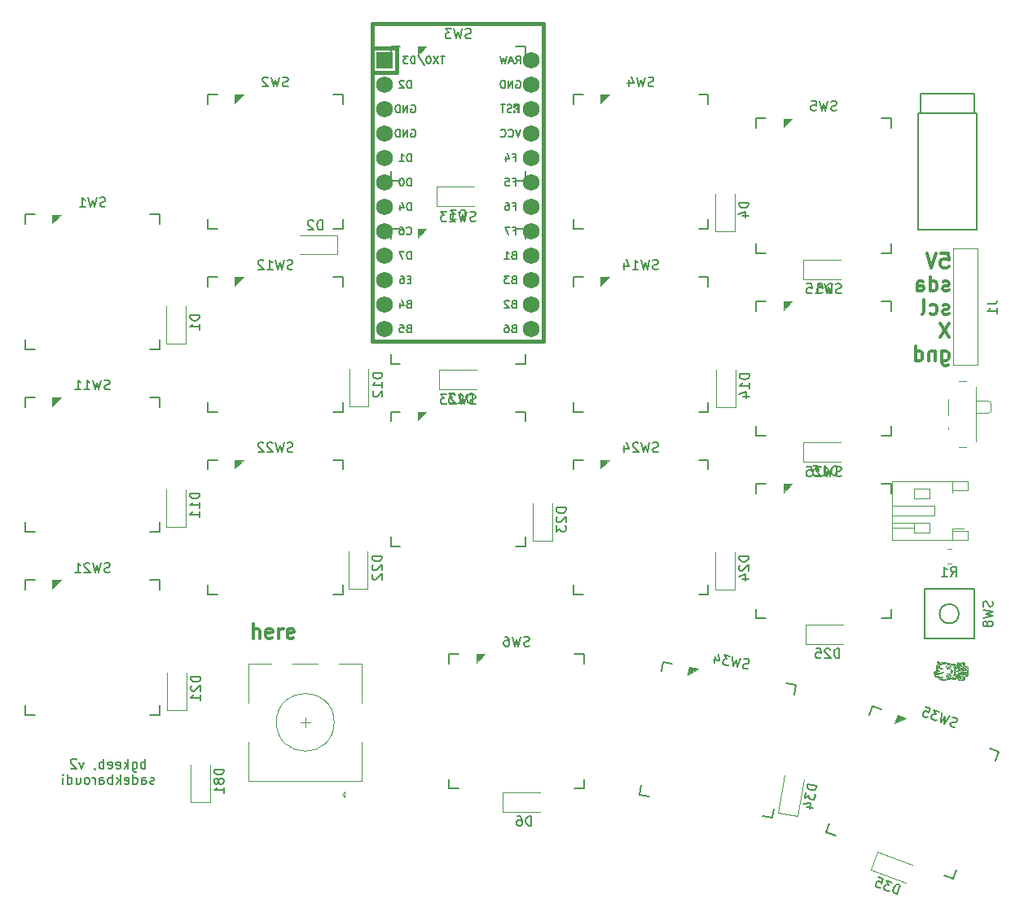
<source format=gbr>
%TF.GenerationSoftware,KiCad,Pcbnew,7.0.8*%
%TF.CreationDate,2023-11-08T13:39:32-05:00*%
%TF.ProjectId,bgkeeb,62676b65-6562-42e6-9b69-6361645f7063,rev?*%
%TF.SameCoordinates,Original*%
%TF.FileFunction,Legend,Bot*%
%TF.FilePolarity,Positive*%
%FSLAX46Y46*%
G04 Gerber Fmt 4.6, Leading zero omitted, Abs format (unit mm)*
G04 Created by KiCad (PCBNEW 7.0.8) date 2023-11-08 13:39:32*
%MOMM*%
%LPD*%
G01*
G04 APERTURE LIST*
%ADD10C,0.050000*%
%ADD11C,0.300000*%
%ADD12C,0.200000*%
%ADD13C,0.150000*%
%ADD14C,0.100000*%
%ADD15C,0.381000*%
%ADD16C,0.120000*%
%ADD17R,1.752600X1.752600*%
%ADD18C,1.752600*%
G04 APERTURE END LIST*
D10*
X151434160Y-98176408D02*
X151432858Y-98187970D01*
X151531691Y-98564012D02*
X151489317Y-98591831D01*
X151483327Y-98599210D01*
X151048649Y-98700680D02*
X151019024Y-98719012D01*
X151262108Y-98624918D02*
X151245521Y-98674648D01*
X151238327Y-98705274D01*
X150564545Y-99123793D02*
X150535233Y-99135970D01*
X150551025Y-99185325D02*
X150564139Y-99189200D01*
X151446160Y-99316856D02*
X151494291Y-99300761D01*
X151502285Y-99295710D01*
X151509066Y-97706356D02*
X151458642Y-97704291D01*
X151408188Y-97702865D01*
X151357729Y-97701970D01*
X151347639Y-97701845D01*
X151009837Y-98642585D02*
X151037816Y-98654762D01*
X148749247Y-98064866D02*
X148755894Y-98068481D01*
X150931264Y-98286710D02*
X150921723Y-98236753D01*
X150913368Y-98207377D01*
X150582483Y-97767220D02*
X150625027Y-97794690D01*
X150638472Y-97804918D01*
X150531754Y-98789378D02*
X150544430Y-98736955D01*
X150554577Y-98683984D01*
X150562325Y-98630602D01*
X150567806Y-98576950D01*
X151532493Y-98836002D02*
X151547618Y-98853762D01*
X150416274Y-97798668D02*
X150431629Y-97787387D01*
X151011670Y-97799033D02*
X151043212Y-97801481D01*
X150029972Y-98920731D02*
X150057993Y-98916627D01*
X149010799Y-98043627D02*
X149008613Y-98050095D01*
X150937420Y-97569866D02*
X150976662Y-97601162D01*
X150991139Y-97614439D01*
X150877452Y-97552200D02*
X150898379Y-97548991D01*
X151512056Y-99245335D02*
X151481045Y-99240825D01*
X149827452Y-98742168D02*
X149874237Y-98719848D01*
X149924891Y-98708957D01*
X149948858Y-98708305D01*
X150581545Y-98122554D02*
X150591222Y-98129387D01*
X151253004Y-97973220D02*
X151241358Y-97956356D01*
X148455703Y-98532023D02*
X148477119Y-98501189D01*
X151278212Y-98759658D02*
X151289774Y-98771439D01*
X149444316Y-98542054D02*
X149470952Y-98556918D01*
X149120066Y-99212720D02*
X149172086Y-99209248D01*
X149224079Y-99205079D01*
X149271462Y-99203793D01*
X150573108Y-98089491D02*
X150573108Y-98089491D01*
X148986393Y-98467502D02*
X148988222Y-98472189D01*
X148921206Y-98726647D02*
X148866522Y-98730018D01*
X148811803Y-98732923D01*
X148757053Y-98735280D01*
X148726626Y-98736325D01*
X150887847Y-97842616D02*
X150841745Y-97862940D01*
X150833410Y-97867158D01*
X151960389Y-98848991D02*
X151947901Y-98898080D01*
X151942983Y-98911408D01*
X150943222Y-98660159D02*
X150935504Y-98639773D01*
X151547618Y-98853762D02*
X151561722Y-98867012D01*
X150011452Y-98254002D02*
X149959045Y-98263836D01*
X149905758Y-98262268D01*
X149881577Y-98257439D01*
X149587577Y-97654731D02*
X149537662Y-97640769D01*
X149515347Y-97633231D01*
X151074618Y-98372908D02*
X151071368Y-98364116D01*
X151669118Y-98967543D02*
X151639806Y-98970616D01*
X151069004Y-98704512D02*
X151048649Y-98700680D01*
X151020139Y-99085148D02*
X151069790Y-99097982D01*
X151099785Y-99104918D01*
X151289774Y-98771439D02*
X151294545Y-98821773D01*
X150676399Y-98128668D02*
X150694566Y-98132148D01*
X150939608Y-97737814D02*
X150956024Y-97735314D01*
X151481941Y-99027335D02*
X151460931Y-99018585D01*
X151855754Y-98376970D02*
X151832379Y-98359752D01*
X151612004Y-97665043D02*
X151634357Y-97712416D01*
X151649669Y-97762519D01*
X151657431Y-97809512D01*
X150686847Y-98564460D02*
X150707545Y-98596356D01*
X149216535Y-99314804D02*
X149269407Y-99319815D01*
X149322551Y-99321163D01*
X149347087Y-99321054D01*
X151376108Y-98383085D02*
X151343222Y-98409679D01*
X150819629Y-98993012D02*
X150801272Y-98945079D01*
X150787327Y-98912877D01*
X148673708Y-98754710D02*
X148725481Y-98761333D01*
X148777173Y-98768534D01*
X148828570Y-98777527D01*
X148838796Y-98779647D01*
X150680556Y-97831283D02*
X150709150Y-97831908D01*
X148909560Y-99248679D02*
X148883459Y-99220658D01*
X149413212Y-97733616D02*
X149423389Y-97745710D01*
X151102639Y-97740220D02*
X151054917Y-97761281D01*
X151036827Y-97770741D01*
X151565066Y-99114731D02*
X151562254Y-99104700D01*
X151154129Y-99331668D02*
X151130754Y-99319439D01*
X150842295Y-98884731D02*
X150840952Y-98890345D01*
X150569493Y-98403158D02*
X150565111Y-98352587D01*
X150558146Y-98302308D01*
X150548347Y-98252511D01*
X150546025Y-98242627D01*
X151055431Y-98134023D02*
X151047847Y-98141158D01*
X148823536Y-97938366D02*
X148813363Y-97939397D01*
X151637525Y-98184575D02*
X151614097Y-98139470D01*
X151325962Y-98537814D02*
X151365420Y-98569538D01*
X151379316Y-98579137D01*
X150479816Y-99248012D02*
X150479191Y-99255460D01*
X148707485Y-97920127D02*
X148734790Y-97875845D01*
X148766246Y-97834408D01*
X151019337Y-99014293D02*
X151072046Y-99008849D01*
X151124396Y-99000540D01*
X151159129Y-98994002D01*
X151432858Y-98187970D02*
X151432858Y-98187970D01*
X150146962Y-98137950D02*
X150121533Y-98182130D01*
X150103462Y-98201929D01*
X151358306Y-97656648D02*
X151408643Y-97659289D01*
X151413858Y-97659283D01*
X151679785Y-98144825D02*
X151693017Y-98194190D01*
X151701149Y-98233116D01*
X151173941Y-97927085D02*
X151122837Y-97924059D01*
X151106118Y-97927887D01*
X151235295Y-98735971D02*
X151241629Y-98757970D01*
X150409545Y-99183585D02*
X150403295Y-99181397D01*
X150798389Y-98174710D02*
X150746698Y-98185009D01*
X150695274Y-98196575D01*
X149006471Y-98664356D02*
X149058164Y-98660119D01*
X149109456Y-98652583D01*
X149116233Y-98651189D01*
X150452014Y-97760835D02*
X150500080Y-97744248D01*
X150505420Y-97744366D01*
X150916410Y-97651700D02*
X150909806Y-97649554D01*
X151014785Y-98330700D02*
X151001629Y-98345512D01*
X151150785Y-99226595D02*
X151132712Y-99235825D01*
X151460931Y-99018585D02*
X151410503Y-99016605D01*
X151384045Y-99017783D01*
X151639264Y-98657398D02*
X151618782Y-98611628D01*
X151613743Y-98603814D01*
X150932420Y-98581991D02*
X150936347Y-98554418D01*
X148759732Y-98151647D02*
X148750809Y-98158877D01*
X151481941Y-99034335D02*
X151481941Y-99027335D01*
X150997702Y-99433439D02*
X150986545Y-99411939D01*
X151798691Y-98829220D02*
X151774420Y-98817179D01*
X151130754Y-99319439D02*
X151094785Y-99332023D01*
X150103774Y-97676106D02*
X150154505Y-97687649D01*
X150204770Y-97701074D01*
X150237847Y-97711491D01*
X150060358Y-98743023D02*
X150099325Y-98776779D01*
X150129061Y-98818906D01*
X150142993Y-98850366D01*
X150331722Y-98408293D02*
X150351296Y-98455896D01*
X150354077Y-98467460D01*
X151614097Y-98139470D02*
X151570406Y-98113302D01*
X151567254Y-98112023D01*
X149282795Y-97632200D02*
X149281545Y-97636168D01*
X148618247Y-98939116D02*
X148646580Y-98970439D01*
X151004483Y-99074887D02*
X151004931Y-99078595D01*
X151440004Y-97851231D02*
X151443254Y-97845387D01*
X149395410Y-98543887D02*
X149444316Y-98542054D01*
X151633691Y-99001137D02*
X151645472Y-99043564D01*
X150686358Y-99140439D02*
X150687649Y-99180908D01*
X148837724Y-97781450D02*
X148820323Y-97750929D01*
X151937941Y-98065710D02*
X151954094Y-98115385D01*
X151961722Y-98150356D01*
X149460504Y-98572043D02*
X149431993Y-98584887D01*
X149612743Y-99392304D02*
X149562925Y-99397925D01*
X149513021Y-99402867D01*
X149463037Y-99406986D01*
X149412981Y-99410138D01*
X149384347Y-99411450D01*
X150394368Y-97792689D02*
X150416274Y-97798668D01*
X148873286Y-98802314D02*
X148822592Y-98809223D01*
X148820948Y-98809366D01*
X149023694Y-99043033D02*
X149077492Y-99043506D01*
X149131293Y-99042878D01*
X149156118Y-99042314D01*
X148800468Y-97595210D02*
X148784540Y-97555408D01*
X151101754Y-98834399D02*
X151111118Y-98846887D01*
X151195087Y-97712377D02*
X151145253Y-97724810D01*
X151102639Y-97740220D01*
X150264483Y-99152793D02*
X150309213Y-99128065D01*
X150350225Y-99097621D01*
X150355327Y-99093095D01*
X150695274Y-98196575D02*
X150647236Y-98210513D01*
X150642452Y-98212502D01*
X149625420Y-97723804D02*
X149601191Y-97726304D01*
X151833889Y-98833731D02*
X151798691Y-98829220D01*
X151216014Y-98133616D02*
X151238327Y-98144554D01*
X149897097Y-99158950D02*
X149846927Y-99141884D01*
X149807420Y-99116835D01*
X150688764Y-99136241D02*
X150686358Y-99140439D01*
X151716097Y-98420783D02*
X151766809Y-98415344D01*
X151786504Y-98412127D01*
X150431629Y-97787387D02*
X150452014Y-97760835D01*
X148986259Y-98475845D02*
X148946861Y-98494668D01*
X151301056Y-98339700D02*
X151320868Y-98338731D01*
X150203316Y-98635002D02*
X150178868Y-98612595D01*
X150994441Y-99369772D02*
X151006577Y-99327606D01*
X151519243Y-97863814D02*
X151474045Y-97869127D01*
X150573024Y-98892668D02*
X150573024Y-98892668D01*
X151520045Y-98407668D02*
X151538827Y-98417262D01*
X150906014Y-99128877D02*
X150920462Y-99149845D01*
X148573807Y-98831897D02*
X148577421Y-98855095D01*
X150991139Y-97614439D02*
X151030358Y-97641929D01*
X151099785Y-99104918D02*
X151149431Y-99115626D01*
X151172160Y-99119689D01*
X148941775Y-97722512D02*
X148988395Y-97743301D01*
X148991614Y-97744418D01*
X148941151Y-98171991D02*
X148889143Y-98165677D01*
X148837109Y-98159513D01*
X148785050Y-98153595D01*
X148774635Y-98152450D01*
X151872712Y-98228168D02*
X151878451Y-98177835D01*
X151873827Y-98151648D01*
X150516806Y-99367095D02*
X150465739Y-99360590D01*
X150436004Y-99352283D01*
X149716931Y-98925554D02*
X149716931Y-98925554D01*
X151379316Y-98579137D02*
X151406629Y-98593418D01*
X151499212Y-98851356D02*
X151522452Y-98834356D01*
X150545535Y-97851095D02*
X150571285Y-97886523D01*
X151525629Y-99265366D02*
X151524816Y-99253814D01*
X150875629Y-97989814D02*
X150894270Y-97942348D01*
X150901899Y-97920481D01*
X151777983Y-98880491D02*
X151828189Y-98872902D01*
X151839202Y-98868793D01*
X151794181Y-98301293D02*
X151835941Y-98282783D01*
X150982212Y-98202689D02*
X151009114Y-98246042D01*
X151010504Y-98247002D01*
X151620618Y-98005429D02*
X151642702Y-98011054D01*
X149287702Y-98642940D02*
X149287743Y-98647981D01*
X151241629Y-98757970D02*
X151258983Y-98763054D01*
X150713837Y-97962908D02*
X150699272Y-98012572D01*
X150697868Y-98019845D01*
X151241410Y-97983304D02*
X151253004Y-97973220D01*
X149298504Y-99218470D02*
X149283868Y-99228418D01*
X148927363Y-97687710D02*
X148927541Y-97707387D01*
X151839202Y-98868793D02*
X151851024Y-98859564D01*
X151443754Y-98220043D02*
X151458358Y-98269316D01*
X151462264Y-98283179D01*
X151238327Y-98705274D02*
X151235295Y-98735971D01*
X151422691Y-98590741D02*
X151444691Y-98565033D01*
X149130597Y-99266033D02*
X149124754Y-99272283D01*
X150851889Y-98022210D02*
X150875629Y-97989814D01*
X151150379Y-98857148D02*
X151179785Y-98859700D01*
X151439462Y-98172220D02*
X151434160Y-98176408D01*
X151271795Y-99132585D02*
X151325328Y-99136780D01*
X151378965Y-99139222D01*
X151427774Y-99139783D01*
X151320785Y-98323429D02*
X151296597Y-98293845D01*
X151406629Y-98593418D02*
X151422691Y-98590741D01*
X150956879Y-98815127D02*
X150955441Y-98825388D01*
X150850233Y-97588075D02*
X150877452Y-97552200D01*
X151441702Y-97860866D02*
X151440004Y-97851231D01*
X151751795Y-98303127D02*
X151794181Y-98301293D01*
X151684514Y-98609741D02*
X151694233Y-98633752D01*
X151483327Y-98599210D02*
X151459139Y-98641918D01*
X151233775Y-98314950D02*
X151281541Y-98334499D01*
X151301056Y-98339700D01*
X148603032Y-98740429D02*
X148600489Y-98742481D01*
X151806045Y-98693762D02*
X151786733Y-98684793D01*
X151532847Y-98367200D02*
X151516702Y-98392991D01*
X149347087Y-99321054D02*
X149397621Y-99319499D01*
X149448079Y-99316553D01*
X149471347Y-99314804D01*
X151541066Y-97713543D02*
X151535264Y-97709252D01*
X148907107Y-99171314D02*
X148932940Y-99156054D01*
X150573108Y-98089491D02*
X150581545Y-98122554D01*
X151916170Y-98948887D02*
X151872847Y-98966241D01*
X151571764Y-98567137D02*
X151531691Y-98564012D01*
X150734670Y-99151543D02*
X150695097Y-99136064D01*
X151407743Y-98368356D02*
X151376108Y-98383085D01*
X148451062Y-98599752D02*
X148452800Y-98548775D01*
X148455703Y-98532023D01*
X149339410Y-98661189D02*
X149341066Y-98667304D01*
X151218743Y-98357252D02*
X151173241Y-98335808D01*
X151166493Y-98333335D01*
X149384347Y-99411450D02*
X149331853Y-99412726D01*
X149279344Y-99411963D01*
X149244379Y-99409887D01*
X151347639Y-97701845D02*
X151295002Y-97702447D01*
X151242481Y-97705740D01*
X151195087Y-97712377D01*
X150481379Y-99256616D02*
X150492170Y-99247158D01*
X150638472Y-97804918D02*
X150680556Y-97831283D01*
X151158681Y-97779481D02*
X151209335Y-97773202D01*
X151216639Y-97773064D01*
X151223962Y-98123314D02*
X151216191Y-98130762D01*
X151556410Y-97814470D02*
X151562035Y-97795595D01*
X148766246Y-97834408D02*
X148794534Y-97810054D01*
X150436004Y-99352283D02*
X150398837Y-99327835D01*
X148914068Y-97462564D02*
X148956842Y-97493100D01*
X148978495Y-97516241D01*
X149949170Y-98112741D02*
X149931671Y-98064615D01*
X149926681Y-98059085D01*
X151234847Y-97776679D02*
X151234493Y-97782835D01*
X151375483Y-99407564D02*
X151323337Y-99399295D01*
X151270970Y-99392806D01*
X151255910Y-99391950D01*
X151368608Y-98755648D02*
X151382988Y-98707495D01*
X151388337Y-98681710D01*
X148836966Y-97786575D02*
X148837724Y-97781450D01*
X150403295Y-99181397D02*
X150373670Y-99193262D01*
X151667202Y-98404856D02*
X151668983Y-98411325D01*
X148584069Y-98576772D02*
X148550829Y-98589533D01*
X151029785Y-98025335D02*
X151027639Y-98043981D01*
X148603479Y-98744086D02*
X148653879Y-98752114D01*
X148673708Y-98754710D01*
X151138691Y-98154950D02*
X151090328Y-98137371D01*
X151085243Y-98135804D01*
X151296597Y-98293845D02*
X151258921Y-98258401D01*
X151253900Y-98252970D01*
X151874629Y-98609387D02*
X151862806Y-98589262D01*
X151006577Y-99327606D02*
X150995649Y-99298387D01*
X148988222Y-98472189D02*
X148986259Y-98475845D01*
X148650328Y-98069991D02*
X148660553Y-98020915D01*
X148668443Y-97999502D01*
X151960160Y-98622325D02*
X151965051Y-98673485D01*
X151967210Y-98724852D01*
X151967306Y-98759127D01*
X150875754Y-98946304D02*
X150870889Y-98974189D01*
X151085691Y-98448762D02*
X151078816Y-98421898D01*
X151467170Y-98475981D02*
X151458149Y-98426240D01*
X151442410Y-98395439D01*
X149299879Y-98630845D02*
X149287702Y-98642940D01*
X151008233Y-98170835D02*
X150984004Y-98186585D01*
X149470274Y-98564012D02*
X149460504Y-98572043D01*
X149717910Y-98043491D02*
X149717910Y-98043491D01*
X149270566Y-98691753D02*
X149217934Y-98699315D01*
X149165126Y-98705551D01*
X149129889Y-98709284D01*
X151030358Y-97641929D02*
X151081260Y-97643166D01*
X151082879Y-97642814D01*
X148577421Y-98855095D02*
X148597847Y-98903570D01*
X148618247Y-98939116D01*
X150947952Y-97971929D02*
X150916256Y-98011097D01*
X150908597Y-98022970D01*
X150202649Y-98328960D02*
X150253210Y-98335892D01*
X150259931Y-98338908D01*
X150591222Y-98129387D02*
X150613712Y-98119168D01*
X149038462Y-99206960D02*
X149052691Y-99211335D01*
X149398618Y-97761366D02*
X149356681Y-97752804D01*
X151011618Y-97788720D02*
X151008722Y-97795106D01*
X151056910Y-99059898D02*
X151008993Y-99071189D01*
X149314785Y-99078325D02*
X149264102Y-99090077D01*
X149218993Y-99098804D01*
X148991614Y-97744418D02*
X149034492Y-97757002D01*
X151255910Y-99391950D02*
X151205170Y-99401002D01*
X149094462Y-97626179D02*
X149135014Y-97604897D01*
X151028889Y-98395085D02*
X151020368Y-98354710D01*
X150977045Y-97881887D02*
X150965483Y-97888752D01*
X151101931Y-98037960D02*
X151150906Y-98022031D01*
X151193399Y-98005970D01*
X151446118Y-97864752D02*
X151441702Y-97860866D01*
X151267056Y-98231648D02*
X151305702Y-98250523D01*
X150178868Y-98612595D02*
X150167972Y-98566731D01*
X149191504Y-97571158D02*
X149242968Y-97550593D01*
X149296763Y-97537220D01*
X149351813Y-97530360D01*
X149362879Y-97529710D01*
X149306483Y-98194439D02*
X149304879Y-98200731D01*
X149471347Y-99314804D02*
X149525092Y-99309995D01*
X149578739Y-99304178D01*
X149632285Y-99297449D01*
X149685724Y-99289904D01*
X149716212Y-99285262D01*
X149911774Y-99052710D02*
X149943274Y-99012512D01*
X151552170Y-97863283D02*
X151519243Y-97863814D01*
X150753462Y-98866564D02*
X150707545Y-98845498D01*
X150696254Y-98842387D01*
X150884639Y-98084762D02*
X150888431Y-98092262D01*
X151669702Y-98106627D02*
X151669702Y-98115595D01*
X151143597Y-99173627D02*
X151143910Y-99167606D01*
X150678629Y-98098283D02*
X150673410Y-98121481D01*
X150972983Y-98029398D02*
X150996274Y-97984148D01*
X149052691Y-99211335D02*
X149103216Y-99213224D01*
X149120066Y-99212720D01*
X150961025Y-98829668D02*
X150987077Y-98832387D01*
X151376420Y-98142012D02*
X151388691Y-98134960D01*
X151001629Y-98345512D02*
X150990066Y-98383533D01*
X151008993Y-99071189D02*
X151004483Y-99074887D01*
X150907441Y-99119377D02*
X150905920Y-99128429D01*
X150763545Y-98509220D02*
X150726066Y-98505470D01*
X150909806Y-97649554D02*
X150905962Y-97652148D01*
X148883459Y-99220658D02*
X148879979Y-99205356D01*
X151705660Y-98093460D02*
X151676254Y-98099002D01*
X150611795Y-99215210D02*
X150605639Y-99173231D01*
X151942983Y-98911408D02*
X151916170Y-98948887D01*
X150605639Y-99173231D02*
X150586358Y-99133116D01*
X148904028Y-97991918D02*
X148863601Y-97962468D01*
X148849771Y-97953189D01*
X151502285Y-99295710D02*
X151525629Y-99265366D01*
X151443254Y-97845387D02*
X151480243Y-97826241D01*
X150898379Y-97548991D02*
X150937420Y-97569866D01*
X149295066Y-98653606D02*
X149332275Y-98658107D01*
X151465608Y-99187595D02*
X151414448Y-99187003D01*
X151379452Y-99188627D01*
X149432670Y-97607929D02*
X149429139Y-97610200D01*
X151216191Y-98130762D02*
X151216014Y-98133616D01*
X150920827Y-98768137D02*
X150942665Y-98722691D01*
X150944868Y-98713575D01*
X150829618Y-98503731D02*
X150778085Y-98509741D01*
X150763545Y-98509220D01*
X151164441Y-98702773D02*
X151158285Y-98704335D01*
X150132108Y-99055168D02*
X150100361Y-99094310D01*
X150060358Y-99125085D01*
X151668983Y-98411325D02*
X151674649Y-98415970D01*
X150699649Y-99235075D02*
X150705281Y-99286865D01*
X150703035Y-99304137D01*
X149296222Y-99207543D02*
X149299972Y-99211335D01*
X151946733Y-98406950D02*
X151931222Y-98456981D01*
X151925847Y-98483877D01*
X149608868Y-97566387D02*
X149658991Y-97580816D01*
X149709513Y-97593757D01*
X149723983Y-97597304D01*
X151085243Y-98135804D02*
X151055431Y-98134023D01*
X150573160Y-98877012D02*
X150573024Y-98892668D01*
X150951077Y-99266085D02*
X150906984Y-99240859D01*
X150862462Y-99216377D01*
X150705670Y-98609293D02*
X150688045Y-98613002D01*
X150695097Y-99136064D02*
X150688764Y-99136241D01*
X151166493Y-98333335D02*
X151141285Y-98329408D01*
X150684077Y-98518950D02*
X150674795Y-98539470D01*
X150601129Y-99231585D02*
X150605816Y-99233647D01*
X149851410Y-97838335D02*
X149900294Y-97823767D01*
X149951243Y-97820060D01*
X149958045Y-97820262D01*
X150009087Y-98885752D02*
X150009087Y-98885752D01*
X150904535Y-97661252D02*
X150904535Y-97661252D01*
X151258983Y-98763054D02*
X151278212Y-98759658D01*
X151391504Y-98822397D02*
X151390920Y-98836179D01*
X149757754Y-98806647D02*
X149791829Y-98769164D01*
X149827452Y-98742168D01*
X150999618Y-97895491D02*
X151051742Y-97892672D01*
X151103735Y-97887524D01*
X151110670Y-97886929D01*
X151444556Y-97651345D02*
X151394115Y-97647541D01*
X151392483Y-97647595D01*
X151446337Y-98732804D02*
X151419879Y-98762022D01*
X151320868Y-98338731D02*
X151323545Y-98334804D01*
X151199379Y-98964772D02*
X151147110Y-98948364D01*
X151094512Y-98933078D01*
X151046556Y-98919658D01*
X151522452Y-98834356D02*
X151532493Y-98836002D01*
X151316097Y-98150752D02*
X151367223Y-98144626D01*
X151376420Y-98142012D01*
X150852025Y-98881689D02*
X150842295Y-98884731D01*
X150009087Y-98885752D02*
X150029972Y-98920731D01*
X148650418Y-98147231D02*
X148648818Y-98096513D01*
X148650328Y-98069991D01*
X148879621Y-98395752D02*
X148923019Y-98420780D01*
X148951769Y-98439439D01*
X151614545Y-98832741D02*
X151638597Y-98800220D01*
X150614066Y-97922616D02*
X150627139Y-97927304D01*
X150013639Y-98000970D02*
X150040191Y-98026585D01*
X150838275Y-99076408D02*
X150839129Y-99053877D01*
X150398077Y-99220616D02*
X150409410Y-99190366D01*
X150619514Y-99365491D02*
X150568226Y-99368984D01*
X150516806Y-99367095D01*
X149601191Y-97726304D02*
X149551577Y-97719158D01*
X149983795Y-97652502D02*
X150036363Y-97662395D01*
X150088822Y-97672922D01*
X150103774Y-97676106D01*
X151027639Y-98043981D02*
X151027639Y-98043981D01*
X150067941Y-98861970D02*
X150031306Y-98852783D01*
X150996274Y-97984148D02*
X150997389Y-97965325D01*
X150040191Y-98026585D02*
X150080389Y-98013106D01*
X150703035Y-99304137D02*
X150678545Y-99343450D01*
X151796899Y-98793887D02*
X151831889Y-98790981D01*
X149432931Y-97687397D02*
X149385534Y-97669703D01*
X149361587Y-97658387D01*
X149124754Y-99272283D02*
X149126722Y-99278033D01*
X151540660Y-98350023D02*
X151532847Y-98367200D01*
X150828733Y-98025335D02*
X150851889Y-98022210D01*
X150533847Y-99198262D02*
X150551025Y-99185325D01*
X150830202Y-97736960D02*
X150830608Y-97694533D01*
X151295525Y-98583283D02*
X151282056Y-98587970D01*
X150697868Y-98019845D02*
X150686875Y-98069123D01*
X150678629Y-98098283D01*
X149354722Y-99060793D02*
X149314785Y-99078325D01*
X151217712Y-98980252D02*
X151224847Y-98977439D01*
X151669702Y-98115595D02*
X151669702Y-98115595D01*
X149051087Y-97757179D02*
X149055368Y-97750929D01*
X151109420Y-98653783D02*
X151138295Y-98645127D01*
X151141816Y-99248272D02*
X151184743Y-99266262D01*
X150982212Y-98202689D02*
X150982212Y-98202689D01*
X151023087Y-99445450D02*
X150997702Y-99433439D01*
X149821743Y-98109397D02*
X149821743Y-98109397D01*
X150167972Y-98566731D02*
X150164616Y-98516756D01*
X150164274Y-98477804D01*
X151343847Y-97565231D02*
X151395455Y-97553807D01*
X151436389Y-97550325D01*
X151537358Y-98699648D02*
X151587715Y-98707171D01*
X151604597Y-98708794D01*
X151567431Y-98405658D02*
X151603660Y-98370012D01*
X149429139Y-97610200D02*
X149428879Y-97614533D01*
X150986545Y-99411939D02*
X150994441Y-99369772D01*
X148816086Y-98083429D02*
X148868829Y-98094731D01*
X148921678Y-98105439D01*
X148969795Y-98114877D01*
X148763391Y-98013512D02*
X148748666Y-98052866D01*
X150142993Y-98850366D02*
X150155235Y-98899787D01*
X150158278Y-98950651D01*
X150155524Y-98984533D01*
X150617462Y-98752564D02*
X150642900Y-98769388D01*
X151088410Y-98719054D02*
X151069004Y-98704512D01*
X149830212Y-99360272D02*
X149776011Y-99369334D01*
X149721696Y-99377710D01*
X149667271Y-99385374D01*
X149612743Y-99392304D01*
X151394129Y-98234189D02*
X151367181Y-98215762D01*
X149116233Y-98651189D02*
X149164465Y-98637090D01*
X149179993Y-98630804D01*
X151161181Y-98285106D02*
X151209278Y-98303610D01*
X151233775Y-98314950D01*
X148736532Y-98453845D02*
X148733719Y-98429710D01*
X151106118Y-97927887D02*
X151062949Y-97956125D01*
X151052493Y-97970002D01*
X151356077Y-97655179D02*
X151358306Y-97656648D01*
X151078816Y-98421898D02*
X151074618Y-98372908D01*
X148820323Y-97750929D02*
X148805377Y-97701627D01*
X148868601Y-97530116D02*
X148866191Y-97531762D01*
X150316462Y-98487762D02*
X150314561Y-98436605D01*
X150312004Y-98429668D01*
X150657035Y-98606668D02*
X150631118Y-98621835D01*
X150125764Y-99201252D02*
X150174361Y-99187210D01*
X150222187Y-99170766D01*
X150264483Y-99152793D01*
X151126827Y-98338241D02*
X151119066Y-98369293D01*
X150917295Y-99115220D02*
X150907441Y-99119377D01*
X151841472Y-98396606D02*
X151855847Y-98384377D01*
X150267295Y-98423200D02*
X150280348Y-98473065D01*
X150284431Y-98481731D01*
X149723983Y-97597304D02*
X149777417Y-97609877D01*
X149830993Y-97621837D01*
X149879827Y-97632200D01*
X148457487Y-98710180D02*
X148452103Y-98658679D01*
X148451553Y-98646731D01*
X151330243Y-98830471D02*
X151355799Y-98787491D01*
X151368608Y-98755648D01*
X151388337Y-98681710D02*
X151386504Y-98672169D01*
X149428879Y-97614533D02*
X149439889Y-97628939D01*
X151194066Y-98821232D02*
X151190319Y-98771315D01*
X151189649Y-98766180D01*
X151536650Y-97819908D02*
X151556410Y-97814470D01*
X149820847Y-99005148D02*
X149820847Y-99005148D01*
X151663847Y-98581773D02*
X151663493Y-98588679D01*
X150956024Y-97735314D02*
X150961295Y-97718491D01*
X149077639Y-97828700D02*
X149025614Y-97841374D01*
X148973719Y-97854567D01*
X148949895Y-97861137D01*
X149299972Y-99211335D02*
X149298504Y-99218470D01*
X151522233Y-98730387D02*
X151475827Y-98722585D01*
X149821743Y-98109398D02*
X149846042Y-98153338D01*
X149850566Y-98156241D01*
X151521295Y-99133523D02*
X151555514Y-99124189D01*
X151250150Y-98184929D02*
X151200983Y-98173315D01*
X151152416Y-98159403D01*
X151138691Y-98154950D01*
X149820670Y-99000960D02*
X149820847Y-99005148D01*
X151108670Y-98798617D02*
X151101566Y-98828512D01*
X150571285Y-97886523D02*
X150609650Y-97919761D01*
X150614066Y-97922616D01*
X150935504Y-98639773D02*
X150931569Y-98589214D01*
X150932420Y-98581991D01*
X151533743Y-99390429D02*
X151485432Y-99408686D01*
X151473597Y-99410512D01*
X150614608Y-98258595D02*
X150620154Y-98309800D01*
X150621972Y-98321554D01*
X151155066Y-99343720D02*
X151154129Y-99331668D01*
X151224847Y-98977439D02*
X151199379Y-98964772D01*
X149717910Y-98043491D02*
X149724365Y-97993059D01*
X149741427Y-97945155D01*
X149765566Y-97905710D01*
X151705212Y-98358137D02*
X151677420Y-98381918D01*
X150097660Y-97886033D02*
X150132277Y-97924602D01*
X150147097Y-97947335D01*
X148905054Y-99131783D02*
X148855066Y-99119701D01*
X148847854Y-99118262D01*
X151504649Y-98330252D02*
X151534774Y-98341637D01*
X149043420Y-97600075D02*
X149071879Y-97625241D01*
X151785129Y-98679210D02*
X151790660Y-98675158D01*
X150237847Y-97711491D02*
X150286491Y-97730450D01*
X150333111Y-97753910D01*
X150345962Y-97761502D01*
X151561722Y-98867012D02*
X151579566Y-98862502D01*
X151943212Y-98544418D02*
X151956244Y-98595121D01*
X151960160Y-98622325D01*
X149716212Y-99285262D02*
X149771160Y-99276263D01*
X149825991Y-99266526D01*
X149880693Y-99256075D01*
X149911024Y-99249970D01*
X151473597Y-99410512D02*
X151421399Y-99412137D01*
X151375483Y-99407564D01*
X148879979Y-99205356D02*
X148907107Y-99171314D01*
X151562254Y-99104700D02*
X151540931Y-99088012D01*
X151462264Y-98283179D02*
X151492432Y-98323055D01*
X151504649Y-98330252D01*
X151360004Y-97652366D02*
X151356077Y-97655179D01*
X151466462Y-99061418D02*
X151462181Y-99056200D01*
X151724670Y-98286439D02*
X151751795Y-98303127D01*
X151716149Y-98879460D02*
X151766380Y-98880865D01*
X151777983Y-98880491D01*
X150912660Y-97841325D02*
X150887847Y-97842616D01*
X151677420Y-98381918D02*
X151667202Y-98404856D01*
X150103462Y-98201929D02*
X150060617Y-98233504D01*
X150011452Y-98254002D01*
X151638597Y-98800220D02*
X151635743Y-98776793D01*
X150869650Y-98494804D02*
X150829618Y-98503731D01*
X151925847Y-98483877D02*
X151930181Y-98521752D01*
X149287566Y-97629877D02*
X149282795Y-97632200D01*
X150267295Y-98423200D02*
X150267295Y-98423200D01*
X148838796Y-98779647D02*
X148879844Y-98791033D01*
X148774635Y-98152450D02*
X148759732Y-98151647D01*
X149362879Y-97529710D02*
X149413138Y-97529404D01*
X149463247Y-97533278D01*
X149512932Y-97540987D01*
X149522795Y-97542960D01*
X151101754Y-98834399D02*
X151101754Y-98834399D01*
X149287743Y-98647981D02*
X149295066Y-98653606D01*
X150355327Y-99093095D02*
X150390775Y-99057583D01*
X150422811Y-99018923D01*
X150442785Y-98992075D01*
X148633372Y-98738648D02*
X148603032Y-98740429D01*
X151470431Y-99211866D02*
X151511431Y-99199064D01*
X150567806Y-98576950D02*
X150570979Y-98522694D01*
X150571769Y-98468344D01*
X150570120Y-98414012D01*
X150569493Y-98403158D01*
X151648368Y-97921148D02*
X151629629Y-97965095D01*
X150578202Y-98841981D02*
X150573160Y-98877012D01*
X151562035Y-97795595D02*
X151551122Y-97745905D01*
X151550254Y-97742627D01*
X148895015Y-97893127D02*
X148905054Y-97912668D01*
X150888431Y-98092262D02*
X150899181Y-98094398D01*
X151113035Y-98440106D02*
X151102868Y-98458845D01*
X149297337Y-99043752D02*
X149346066Y-99050439D01*
X151878556Y-98751543D02*
X151859097Y-98718595D01*
X150299285Y-98413783D02*
X150277202Y-98406200D01*
X149132920Y-98195460D02*
X149078962Y-98189012D01*
X149025037Y-98182354D01*
X148971116Y-98175660D01*
X148941151Y-98171991D01*
X150231910Y-97807908D02*
X150181018Y-97791750D01*
X150129546Y-97777524D01*
X150095066Y-97768595D01*
X151633910Y-98705450D02*
X151641233Y-98695814D01*
X151004931Y-99078595D02*
X151004931Y-99078595D01*
X149290160Y-97721210D02*
X149245406Y-97696285D01*
X149229650Y-97689710D01*
X149958045Y-97820262D02*
X150009495Y-97826285D01*
X150031712Y-97834148D01*
X149431993Y-98584887D02*
X149382535Y-98599606D01*
X149371004Y-98602606D01*
X151701149Y-98233116D02*
X151720076Y-98280664D01*
X151724670Y-98286439D01*
X150162306Y-98002314D02*
X150161638Y-98052844D01*
X150159004Y-98079231D01*
X149522795Y-97542960D02*
X149571537Y-97554934D01*
X149608868Y-97566387D01*
X150591410Y-98828772D02*
X150578202Y-98841981D01*
X151567254Y-98112023D02*
X151517140Y-98097500D01*
X151493504Y-98095116D01*
X150558254Y-97843647D02*
X150547764Y-97842179D01*
X151831889Y-98790981D02*
X151868160Y-98774523D01*
X150905920Y-99128429D02*
X150906014Y-99128877D01*
X151294545Y-98821773D02*
X151301597Y-98841398D01*
X151832379Y-98359752D02*
X151782084Y-98347197D01*
X151772493Y-98346408D01*
X149071879Y-97625241D02*
X149094462Y-97626179D01*
X150013639Y-98000970D02*
X150013639Y-98000970D01*
X148727339Y-99096981D02*
X148678038Y-99085622D01*
X148629497Y-99071442D01*
X148623111Y-99069272D01*
X151814264Y-98567002D02*
X151764152Y-98560268D01*
X151724754Y-98560533D01*
X151103670Y-99356481D02*
X151139358Y-99354606D01*
X151442410Y-98395439D02*
X151423535Y-98373314D01*
X150398837Y-99327835D02*
X150384639Y-99286647D01*
X148905054Y-97912668D02*
X148936420Y-97945200D01*
X151212941Y-99209991D02*
X151164174Y-99222186D01*
X151150785Y-99226595D01*
X148697088Y-98355283D02*
X148678751Y-98306223D01*
X148665452Y-98255482D01*
X148662286Y-98240835D01*
X151493504Y-98095116D02*
X151472035Y-98100606D01*
X149179993Y-98630804D02*
X149225954Y-98609196D01*
X149271499Y-98586730D01*
X149292879Y-98577127D01*
X151047847Y-98141158D02*
X151037139Y-98158387D01*
X149894066Y-98935283D02*
X149868899Y-98933491D01*
X150084233Y-97988075D02*
X150059775Y-97962689D01*
X151312702Y-98456877D02*
X151306056Y-98494720D01*
X148827909Y-98672033D02*
X148878137Y-98670282D01*
X148928369Y-98668334D01*
X148978585Y-98665953D01*
X149006471Y-98664356D01*
X149281545Y-97636168D02*
X149300285Y-97658168D01*
X150277202Y-98406200D02*
X150269618Y-98409898D01*
X148451062Y-98599752D02*
X148451062Y-98599752D01*
X148646580Y-98970439D02*
X148692363Y-98995348D01*
X148711544Y-99002429D01*
X149863014Y-99058877D02*
X149911774Y-99052710D01*
X151367181Y-98215762D02*
X151319597Y-98199679D01*
X151297358Y-98194356D01*
X150155524Y-98984533D02*
X150142729Y-99034317D01*
X150132108Y-99055168D01*
X150312004Y-98429668D02*
X150299285Y-98413783D01*
X151535264Y-97709252D02*
X151509066Y-97706356D01*
X151419879Y-98762022D02*
X151395478Y-98806038D01*
X151391504Y-98822397D01*
X148932940Y-99156054D02*
X148934948Y-99150606D01*
X151205170Y-99401002D02*
X151180056Y-99418095D01*
X149420347Y-97755481D02*
X149398618Y-97761366D01*
X150631118Y-98621835D02*
X150614720Y-98670082D01*
X150613847Y-98677345D01*
X151065472Y-98371085D02*
X151050212Y-98398700D01*
X151772493Y-98346408D02*
X151721317Y-98352000D01*
X151705212Y-98358137D01*
X151235295Y-98735971D02*
X151235295Y-98735971D01*
X151497066Y-97562814D02*
X151539191Y-97584106D01*
X151663493Y-98588679D02*
X151663493Y-98588679D01*
X150014535Y-98863981D02*
X150009087Y-98885752D01*
X151150962Y-98634512D02*
X151182066Y-98629241D01*
X149937702Y-98155929D02*
X149949170Y-98112741D01*
X150707545Y-98596356D02*
X150705670Y-98609293D01*
X150973868Y-98782326D02*
X150956879Y-98815127D01*
X151069847Y-99190314D02*
X151120469Y-99184858D01*
X151134097Y-99180502D01*
X151301597Y-98841398D02*
X151308556Y-98844575D01*
X148949895Y-97861137D02*
X148903715Y-97879522D01*
X148678348Y-98555220D02*
X148628075Y-98565818D01*
X148584069Y-98576772D01*
X150147097Y-97947335D02*
X150161730Y-97995148D01*
X150162306Y-98002314D01*
X151323545Y-98334804D02*
X151320785Y-98323429D01*
X151193399Y-98005970D02*
X151239971Y-97984135D01*
X151241410Y-97983304D01*
X151412827Y-98280283D02*
X151394129Y-98234189D01*
X148528921Y-98637720D02*
X148528921Y-98637720D01*
X149765566Y-97905710D02*
X149801647Y-97868857D01*
X149845142Y-97841201D01*
X149851410Y-97838335D01*
X150763368Y-97804606D02*
X150806145Y-97776055D01*
X150813202Y-97769627D01*
X149356681Y-97752804D02*
X149310179Y-97732656D01*
X149290160Y-97721210D01*
X151444691Y-98565033D02*
X151463816Y-98516555D01*
X151467170Y-98475981D01*
X151043212Y-97801481D02*
X151093959Y-97793190D01*
X151144243Y-97782224D01*
X151158681Y-97779481D01*
X151539191Y-97584106D02*
X151578071Y-97617669D01*
X151608574Y-97659099D01*
X151612004Y-97665043D01*
X151184743Y-99266262D02*
X151234507Y-99282311D01*
X151285008Y-99295974D01*
X151291774Y-99297668D01*
X150992347Y-97960679D02*
X150972004Y-97956804D01*
X151458254Y-99226366D02*
X151470431Y-99211866D01*
X149292337Y-98206481D02*
X149249327Y-98206970D01*
X151459139Y-98641918D02*
X151456556Y-98658024D01*
X151600087Y-98753503D02*
X151551750Y-98738015D01*
X151522233Y-98730387D01*
X151642702Y-98011054D02*
X151694592Y-98008455D01*
X151714847Y-98006637D01*
X150931618Y-99012158D02*
X150983639Y-99015660D01*
X151019337Y-99014293D01*
X151631504Y-98976325D02*
X151633691Y-99001137D01*
X148847854Y-99118262D02*
X148795094Y-99109253D01*
X148742339Y-99100056D01*
X148727339Y-99096981D01*
X149126722Y-99278033D02*
X149149608Y-99296335D01*
X150863889Y-98910335D02*
X150875754Y-98946304D01*
X150573025Y-98892668D02*
X150590654Y-98939798D01*
X150591764Y-98941033D01*
X151052493Y-97970002D02*
X151032196Y-98016271D01*
X151029785Y-98025335D01*
X150305983Y-98499762D02*
X150316462Y-98487762D01*
X151030899Y-98049075D02*
X151047452Y-98050679D01*
X150479191Y-99255460D02*
X150481379Y-99256616D01*
X151329660Y-98113054D02*
X151278363Y-98112955D01*
X151258358Y-98114877D01*
X150619868Y-98231647D02*
X150614608Y-98258595D01*
X150966285Y-97892231D02*
X150968472Y-97893043D01*
X150830920Y-99080606D02*
X150838275Y-99076408D01*
X150787327Y-98912877D02*
X150759065Y-98871212D01*
X150753462Y-98866564D01*
X149807420Y-99116835D02*
X149769508Y-99079047D01*
X149740937Y-99033799D01*
X149734733Y-99019783D01*
X149937879Y-98973741D02*
X149900696Y-98938547D01*
X149894066Y-98935283D01*
X149034492Y-97757002D02*
X149051087Y-97757179D01*
X150972004Y-97956804D02*
X150947952Y-97971929D01*
X150987077Y-98832387D02*
X151019389Y-98825388D01*
X149836285Y-98958304D02*
X149820670Y-99000960D01*
X150678545Y-99343450D02*
X150631264Y-99363471D01*
X150619514Y-99365491D01*
X148668443Y-97999502D02*
X148690560Y-97951868D01*
X148707485Y-97920127D01*
X151092108Y-98746951D02*
X151088410Y-98719054D01*
X151036827Y-97770741D02*
X151011618Y-97788720D01*
X150709150Y-97831908D02*
X150755108Y-97809303D01*
X150763368Y-97804606D01*
X150884639Y-98084762D02*
X150884639Y-98084762D01*
X149336108Y-98674845D02*
X149317733Y-98682387D01*
X149373368Y-97704616D02*
X149413212Y-97733616D01*
X151830722Y-98000877D02*
X151880669Y-98009405D01*
X151896181Y-98016231D01*
X151119066Y-98369293D02*
X151116693Y-98420421D01*
X151113035Y-98440106D01*
X150535233Y-99135970D02*
X150503753Y-99176986D01*
X150494139Y-99198616D01*
X150492170Y-99247158D02*
X150524482Y-99208753D01*
X150533847Y-99198262D01*
X149292879Y-98577127D02*
X149340043Y-98558722D01*
X149388783Y-98545198D01*
X149395410Y-98543887D01*
X150077754Y-98880127D02*
X150067941Y-98861970D01*
X151495952Y-99073064D02*
X151466462Y-99061418D01*
X148840804Y-99030408D02*
X148892071Y-99036095D01*
X148943506Y-99039920D01*
X148995042Y-99042249D01*
X149023694Y-99043033D01*
X148784540Y-97555408D02*
X148783380Y-97505258D01*
X148784585Y-97498168D01*
X149196014Y-97792606D02*
X149163837Y-97806616D01*
X149926681Y-98059085D02*
X149880545Y-98042731D01*
X151282056Y-98587970D02*
X151262108Y-98624918D01*
X150696254Y-98842387D02*
X150645517Y-98830933D01*
X150622191Y-98827127D01*
X150674795Y-98539470D02*
X150686847Y-98564460D01*
X151868160Y-98774523D02*
X151878556Y-98751543D01*
X150648160Y-98044564D02*
X150647264Y-98007085D01*
X151138295Y-98645127D02*
X151150962Y-98634512D01*
X150605816Y-99233647D02*
X150609962Y-99231189D01*
X150505420Y-97744366D02*
X150554804Y-97754637D01*
X150582483Y-97767220D01*
X151469535Y-98105689D02*
X151472795Y-98114658D01*
X151423535Y-98373314D02*
X151407743Y-98368356D01*
X151159129Y-98994002D02*
X151208678Y-98982872D01*
X151217712Y-98980252D01*
X151679472Y-98568554D02*
X151663847Y-98581773D01*
X150866972Y-98168158D02*
X150815411Y-98171937D01*
X150798389Y-98174710D01*
X149879827Y-97632200D02*
X149931760Y-97642616D01*
X149983795Y-97652502D01*
X150965129Y-99171939D02*
X151016816Y-99184892D01*
X151069847Y-99190314D01*
X149371004Y-98602606D02*
X149323277Y-98618701D01*
X149299879Y-98630845D01*
X150630222Y-97923158D02*
X150625452Y-97908564D01*
X150612202Y-98719012D02*
X150617462Y-98752564D01*
X151238327Y-98144554D02*
X151289211Y-98150736D01*
X151316097Y-98150752D01*
X149880545Y-98042731D02*
X149836728Y-98067812D01*
X149833566Y-98072137D01*
X151680139Y-98854429D02*
X151683264Y-98868752D01*
X150984004Y-98186585D02*
X150982212Y-98202689D01*
X151404441Y-98303085D02*
X151412827Y-98280283D01*
X151688212Y-98814720D02*
X151680139Y-98854429D01*
X148802521Y-97469793D02*
X148850395Y-97454341D01*
X148852003Y-97454085D01*
X148936420Y-97945200D02*
X148971684Y-97982550D01*
X148996343Y-98013960D01*
X151091045Y-99444772D02*
X151040018Y-99447446D01*
X151023087Y-99445450D01*
X148927541Y-97707387D02*
X148941775Y-97722512D01*
X150545004Y-97846595D02*
X150545535Y-97851095D01*
X150919170Y-97847616D02*
X150912660Y-97841325D01*
X151200493Y-99038033D02*
X151146558Y-99045617D01*
X151092721Y-99053832D01*
X151056910Y-99059898D01*
X150586358Y-99133116D02*
X150564545Y-99123793D01*
X150920462Y-98513012D02*
X150873111Y-98494733D01*
X150869650Y-98494804D01*
X151087868Y-99346033D02*
X151089566Y-99349023D01*
X149006070Y-97679231D02*
X148971252Y-97638654D01*
X148935812Y-97598647D01*
X148925579Y-97587314D01*
X149788368Y-98207241D02*
X149753619Y-98167523D01*
X149732327Y-98126085D01*
X151413858Y-97659283D02*
X151446243Y-97656741D01*
X150031306Y-98852783D02*
X150014535Y-98863981D01*
X148784585Y-97498168D02*
X148802521Y-97469793D01*
X151046556Y-98919658D02*
X150996364Y-98906379D01*
X150945819Y-98894466D01*
X150899452Y-98885575D01*
X151724754Y-98560533D02*
X151679472Y-98568554D01*
X151961722Y-98150356D02*
X151969914Y-98203512D01*
X151972896Y-98257213D01*
X151971233Y-98293043D01*
X151640160Y-98279835D02*
X151643940Y-98229021D01*
X151637525Y-98184575D01*
X151259337Y-98388700D02*
X151218743Y-98357252D01*
X148946861Y-98494668D02*
X148898390Y-98508756D01*
X148849325Y-98520655D01*
X148842767Y-98522158D01*
X151629629Y-97965095D02*
X151617493Y-97995616D01*
X151008722Y-97795106D02*
X151011670Y-97799033D01*
X151218827Y-97795637D02*
X151171646Y-97816464D01*
X151155431Y-97822231D01*
X148600489Y-98742481D02*
X148603479Y-98744086D01*
X149470952Y-98556918D02*
X149470274Y-98564012D01*
X150961295Y-97718491D02*
X150942285Y-97673877D01*
X150287150Y-97834543D02*
X150240978Y-97811099D01*
X150231910Y-97807908D01*
X151524816Y-99253814D02*
X151512056Y-99245335D01*
X151538202Y-97912002D02*
X151563910Y-97882377D01*
X150992254Y-98605595D02*
X151009837Y-98642585D01*
X149156118Y-99042314D02*
X149209086Y-99041544D01*
X149262049Y-99042094D01*
X149297337Y-99043752D01*
X151379452Y-99188627D02*
X151327130Y-99192861D01*
X151275011Y-99199153D01*
X151223240Y-99207908D01*
X151212941Y-99209991D01*
X150990066Y-98383533D02*
X150984502Y-98434689D01*
X150983243Y-98458043D01*
X151538827Y-98417262D02*
X151567431Y-98405658D01*
X151072431Y-98783221D02*
X151092108Y-98746951D01*
X149229650Y-97689710D02*
X149209087Y-97687616D01*
X151102868Y-98458845D02*
X151095327Y-98459554D01*
X150830608Y-97694533D02*
X150833967Y-97643532D01*
X150847534Y-97594349D01*
X150850233Y-97588075D01*
X150223754Y-99266033D02*
X150173537Y-99282278D01*
X150122802Y-99296813D01*
X150071716Y-99310048D01*
X150061472Y-99312575D01*
X151835941Y-98282783D02*
X151867906Y-98242043D01*
X151872712Y-98228168D01*
X151234493Y-97782835D02*
X151218827Y-97795637D01*
X150284431Y-98481731D02*
X150299868Y-98500210D01*
X151472035Y-98100606D02*
X151469535Y-98105689D01*
X148934948Y-99150606D02*
X148932895Y-99145877D01*
X148866771Y-97536491D02*
X148890450Y-97582243D01*
X148902333Y-97602439D01*
X149868899Y-98933491D02*
X149836285Y-98958304D01*
X149283868Y-99228418D02*
X149235918Y-99244830D01*
X149234337Y-99245241D01*
X150627139Y-97927304D02*
X150630222Y-97923158D01*
X150997389Y-97965325D02*
X150992347Y-97960679D01*
X148813363Y-97939397D02*
X148798550Y-97954793D01*
X148925579Y-97587314D02*
X148890890Y-97550391D01*
X148874445Y-97534262D01*
X149323035Y-97637866D02*
X149287566Y-97629877D01*
X148794534Y-97810054D02*
X148831255Y-97790325D01*
X149788941Y-97701668D02*
X149738440Y-97690615D01*
X149688024Y-97679188D01*
X149637725Y-97667266D01*
X149587577Y-97654731D01*
X150494139Y-99198616D02*
X150479816Y-99248012D01*
X150095066Y-97768595D02*
X150041507Y-97755507D01*
X149987757Y-97743205D01*
X149933829Y-97731616D01*
X149923024Y-97729377D01*
X150841129Y-98891335D02*
X150863889Y-98910335D01*
X151563910Y-97882377D02*
X151564577Y-97873585D01*
X148550829Y-98589533D02*
X148531598Y-98609564D01*
X151862806Y-98589262D02*
X151817513Y-98567831D01*
X151814264Y-98567002D01*
X151648504Y-99172252D02*
X151640438Y-99222081D01*
X151626420Y-99270543D01*
X150901681Y-98784470D02*
X150920827Y-98768137D01*
X151241358Y-97956356D02*
X151196150Y-97933439D01*
X151173941Y-97927085D01*
X151852452Y-98847773D02*
X151833889Y-98833731D01*
X151832462Y-98656284D02*
X151868608Y-98630491D01*
X149355743Y-99055575D02*
X149354722Y-99060793D01*
X151031077Y-99130845D02*
X150981399Y-99121691D01*
X150951472Y-99116970D01*
X151216014Y-98133616D02*
X151216014Y-98133616D01*
X151019389Y-98825388D02*
X151061012Y-98795926D01*
X151072431Y-98783221D01*
X150968472Y-97893043D02*
X150999618Y-97895491D01*
X150813202Y-97769627D02*
X150830202Y-97736960D01*
X151475827Y-98722585D02*
X151446337Y-98732804D01*
X149972462Y-99160241D02*
X149920542Y-99162418D01*
X149897097Y-99158950D01*
X151676254Y-98099002D02*
X151669702Y-98106627D01*
X149734733Y-99019783D02*
X149720446Y-98970624D01*
X149716931Y-98925554D01*
X151603660Y-98370012D02*
X151628353Y-98324252D01*
X151640160Y-98279835D01*
X150612202Y-98719012D02*
X150612202Y-98719012D01*
X151173764Y-98710356D02*
X151164441Y-98702773D01*
X149209087Y-97687616D02*
X149202618Y-97693189D01*
X148866771Y-97536491D02*
X148866771Y-97536491D01*
X151480243Y-97826241D02*
X151531312Y-97819987D01*
X151536650Y-97819908D01*
X150690462Y-98441845D02*
X150740366Y-98455944D01*
X150764035Y-98457106D01*
X150621972Y-98321554D02*
X150634379Y-98371558D01*
X150647358Y-98399595D01*
X151555514Y-99124189D02*
X151565066Y-99114731D01*
X149490087Y-97654960D02*
X149537106Y-97672688D01*
X149555681Y-97679179D01*
X151455347Y-98869158D02*
X151499212Y-98851356D01*
X151244306Y-98237585D02*
X151249212Y-98231023D01*
X149160629Y-99258314D02*
X149130597Y-99266033D01*
X150899452Y-98885575D02*
X150852025Y-98881689D01*
X151511431Y-99199064D02*
X151519649Y-99197408D01*
X150908597Y-98022970D02*
X150886743Y-98068726D01*
X150886285Y-98070304D01*
X151851024Y-98859564D02*
X151852452Y-98847773D01*
X148564348Y-98674356D02*
X148614546Y-98677370D01*
X148653718Y-98677116D01*
X150647441Y-98985252D02*
X150691774Y-99012518D01*
X150736639Y-99038887D01*
X149163837Y-97806616D02*
X149115459Y-97819397D01*
X149077639Y-97828700D01*
X149149608Y-99296335D02*
X149199321Y-99311988D01*
X149216535Y-99314804D01*
X148987866Y-99305304D02*
X148945269Y-99276581D01*
X148909560Y-99248679D01*
X150059775Y-97962689D02*
X150028368Y-97967325D01*
X151253900Y-98252970D02*
X151244306Y-98237585D01*
X150057993Y-98916627D02*
X150077754Y-98880127D01*
X150982660Y-98493377D02*
X150982660Y-98493377D01*
X151597462Y-99324929D02*
X151565282Y-99365502D01*
X151533743Y-99390429D01*
X149244379Y-99409887D02*
X149193633Y-99402776D01*
X149164014Y-99394491D01*
X151134097Y-99180502D02*
X151143597Y-99173627D01*
X148584159Y-98820293D02*
X148573807Y-98831897D01*
X151114556Y-99151502D02*
X151065288Y-99138051D01*
X151031077Y-99130845D01*
X151047452Y-98050679D02*
X151096883Y-98039390D01*
X151101931Y-98037960D01*
X151604597Y-98708794D02*
X151633910Y-98705450D01*
X151582868Y-98161595D02*
X151583493Y-98167304D01*
X151853795Y-98116220D02*
X151809347Y-98098908D01*
X151774420Y-98817179D02*
X151769910Y-98807628D01*
X151094785Y-99332023D02*
X151087868Y-99346033D01*
X151967306Y-98759127D02*
X151965039Y-98809798D01*
X151960389Y-98848991D01*
X151155431Y-97822231D02*
X151104423Y-97838212D01*
X151053324Y-97853905D01*
X151046556Y-97856137D01*
X151141285Y-98329408D02*
X151126827Y-98338241D01*
X150564139Y-99189200D02*
X150579452Y-99206293D01*
X151037139Y-98158387D02*
X151008233Y-98170835D01*
X150625452Y-97908564D02*
X150593639Y-97869970D01*
X150756452Y-97913658D02*
X150720740Y-97950262D01*
X150713837Y-97962908D01*
X151272816Y-98437116D02*
X151259337Y-98388700D01*
X148524994Y-98485304D02*
X148577841Y-98477449D01*
X148630905Y-98471229D01*
X148646044Y-98469335D01*
X151872847Y-98966241D02*
X151821771Y-98970930D01*
X151786639Y-98971023D01*
X151626420Y-99270543D02*
X151603846Y-99315275D01*
X151597462Y-99324929D01*
X150932597Y-98424668D02*
X150939160Y-98378356D01*
X150886285Y-98070304D02*
X150884639Y-98084762D01*
X148565776Y-99024564D02*
X148538863Y-98980950D01*
X148516948Y-98934615D01*
X148504738Y-98902710D01*
X150942285Y-97673877D02*
X150916410Y-97651700D01*
X150982660Y-98493377D02*
X150984467Y-98546224D01*
X150990886Y-98598667D01*
X150992254Y-98605595D01*
X151224535Y-98595908D02*
X151246991Y-98551043D01*
X151258452Y-98518679D01*
X149304879Y-98200731D02*
X149292337Y-98206481D01*
X150688045Y-98613002D02*
X150657035Y-98606668D01*
X150920462Y-99149845D02*
X150965129Y-99171939D01*
X151110670Y-97886929D02*
X151162699Y-97886343D01*
X151197816Y-97892189D01*
X150944868Y-98713575D02*
X150944219Y-98663397D01*
X150943222Y-98660159D01*
X150354077Y-98467460D02*
X150352608Y-98515825D01*
X151496577Y-98129470D02*
X151547039Y-98143185D01*
X151569399Y-98151158D01*
X151308556Y-98844575D02*
X151330243Y-98830471D01*
X149923024Y-97729377D02*
X149872718Y-97719162D01*
X149822430Y-97708804D01*
X149788941Y-97701668D01*
X151519649Y-99197408D02*
X151469034Y-99187869D01*
X151465608Y-99187595D01*
X150839129Y-99053877D02*
X150823618Y-99004301D01*
X150819629Y-98993012D01*
X150722493Y-98781127D02*
X150773758Y-98785960D01*
X150825181Y-98788838D01*
X150872014Y-98788668D01*
X151188983Y-98853856D02*
X151194066Y-98821232D01*
X150983243Y-98458043D02*
X150982660Y-98493377D01*
X150918774Y-97864887D02*
X150919170Y-97847616D01*
X149093035Y-99142887D02*
X149052079Y-99172625D01*
X149047160Y-99177960D01*
X150901899Y-97920481D02*
X150917113Y-97871968D01*
X150918774Y-97864887D01*
X150373670Y-99193262D02*
X150330137Y-99218652D01*
X150313118Y-99228554D01*
X148615347Y-98814679D02*
X148584159Y-98820293D01*
X151460389Y-99234220D02*
X151458254Y-99226366D01*
X148708867Y-98812981D02*
X148656244Y-98813166D01*
X148615347Y-98814679D01*
X151774191Y-98800918D02*
X151796899Y-98793887D01*
X149833566Y-98072137D02*
X149821743Y-98109397D01*
X151645472Y-99043564D02*
X151651269Y-99095671D01*
X151650556Y-99148134D01*
X151648504Y-99172252D01*
X149055368Y-97750929D02*
X149044400Y-97727908D01*
X149008613Y-98050095D02*
X149004196Y-98052325D01*
X151386504Y-98672169D02*
X151355578Y-98632382D01*
X151353347Y-98629866D01*
X148951769Y-98439439D02*
X148986393Y-98467502D01*
X149716931Y-98925554D02*
X149724513Y-98874318D01*
X149744480Y-98826579D01*
X149757754Y-98806647D01*
X149249327Y-98206970D02*
X149198331Y-98202684D01*
X149147445Y-98197110D01*
X149132920Y-98195460D01*
X151384045Y-99017783D02*
X151332266Y-99021888D01*
X151280638Y-99027585D01*
X151229103Y-99034204D01*
X151200493Y-99038033D01*
X148820948Y-98809366D02*
X148768461Y-98812139D01*
X148715878Y-98812965D01*
X148708867Y-98812981D01*
X150299868Y-98500210D02*
X150305983Y-98499762D01*
X151473149Y-98680648D02*
X151520869Y-98696470D01*
X151537358Y-98699648D01*
X151195764Y-98627502D02*
X151224535Y-98595908D01*
X151101566Y-98828512D02*
X151101754Y-98834399D01*
X151617493Y-97995616D02*
X151620618Y-98005429D01*
X151436035Y-97961304D02*
X151486286Y-97943053D01*
X151532499Y-97916308D01*
X151538202Y-97912002D01*
X150061472Y-99312575D02*
X150011163Y-99324358D01*
X149960681Y-99335334D01*
X149910046Y-99345562D01*
X149859276Y-99355103D01*
X149830212Y-99360272D01*
X149218993Y-99098804D02*
X149170333Y-99111194D01*
X149123148Y-99128286D01*
X149093035Y-99142887D01*
X148978495Y-97516241D02*
X149011274Y-97557904D01*
X149043420Y-97600075D01*
X151663493Y-98588679D02*
X151684514Y-98609741D01*
X148464091Y-98746543D02*
X148457487Y-98710180D01*
X151343222Y-98409679D02*
X151314729Y-98451981D01*
X151312702Y-98456877D01*
X151613743Y-98603814D02*
X151576588Y-98569372D01*
X151571764Y-98567137D01*
X149439889Y-97628939D02*
X149485222Y-97652823D01*
X149490087Y-97654960D01*
X150673410Y-98121481D02*
X150673410Y-98121481D01*
X149129889Y-98709284D02*
X149077765Y-98714352D01*
X149025611Y-98718887D01*
X148973425Y-98722961D01*
X148921206Y-98726647D01*
X150934431Y-98076283D02*
X150968078Y-98037589D01*
X150972983Y-98029398D01*
X151375264Y-98120731D02*
X151329660Y-98113054D01*
X151639806Y-98970616D02*
X151631504Y-98976325D01*
X149346066Y-99050439D02*
X149355743Y-99055575D01*
X148711544Y-99002429D02*
X148763356Y-99016803D01*
X148816228Y-99026821D01*
X148840804Y-99030408D01*
X151143910Y-99167606D02*
X151114556Y-99151502D01*
X151427774Y-99139783D02*
X151480504Y-99137838D01*
X151521295Y-99133523D01*
X149555681Y-97679179D02*
X149602157Y-97698973D01*
X149619129Y-97709127D01*
X148755894Y-98068481D02*
X148804745Y-98080844D01*
X148816086Y-98083429D01*
X151855847Y-98384377D02*
X151855754Y-98376970D01*
X151038972Y-98402314D02*
X151028889Y-98395085D01*
X148748666Y-98052866D02*
X148749247Y-98064866D01*
X151372222Y-97964335D02*
X151422315Y-97964698D01*
X151436035Y-97961304D01*
X151564577Y-97873585D02*
X151552170Y-97863283D01*
X150919170Y-97718533D02*
X150939608Y-97737814D01*
X151249212Y-98231023D02*
X151267056Y-98231648D01*
X151896181Y-98016231D02*
X151931654Y-98052745D01*
X151937941Y-98065710D01*
X151305702Y-98250523D02*
X151342868Y-98279700D01*
X148866191Y-97531762D02*
X148866771Y-97536491D01*
X151481045Y-99240825D02*
X151460389Y-99234220D01*
X150249847Y-98634148D02*
X150203316Y-98635002D01*
X151388691Y-98134960D02*
X151389139Y-98129533D01*
X150899181Y-98094398D02*
X150934431Y-98076283D01*
X150545535Y-97851095D02*
X150545535Y-97851095D01*
X151674649Y-98415970D02*
X151716097Y-98420783D01*
X150491327Y-98079856D02*
X150466885Y-98030891D01*
X150438613Y-97984020D01*
X150406220Y-97939955D01*
X150386337Y-97916950D01*
X149004196Y-98052325D02*
X148980281Y-98045095D01*
X150870889Y-98974189D02*
X150883972Y-98994804D01*
X151216639Y-97773064D02*
X151234847Y-97776679D01*
X148902333Y-97602439D02*
X148922960Y-97649295D01*
X148924998Y-97656335D01*
X149619129Y-97709127D02*
X149628587Y-97720325D01*
X149448420Y-97610741D02*
X149432670Y-97607929D01*
X150547764Y-97842179D02*
X150545004Y-97846595D01*
X151432858Y-98187970D02*
X151443754Y-98220043D01*
X149252722Y-98174220D02*
X149301358Y-98189533D01*
X150736639Y-99038887D02*
X150782489Y-99063951D01*
X150807358Y-99075377D01*
X150862462Y-99216377D02*
X150815047Y-99191042D01*
X150767088Y-99166785D01*
X150734670Y-99151543D01*
X149199316Y-97714481D02*
X149206755Y-97764168D01*
X149206941Y-97767522D01*
X149164014Y-99394491D02*
X149115220Y-99374885D01*
X149078399Y-99357054D01*
X150164274Y-98477804D02*
X150166306Y-98424281D01*
X150172304Y-98371075D01*
X150173556Y-98364033D01*
X148528921Y-98637720D02*
X148534989Y-98662970D01*
X151020368Y-98354710D02*
X151017910Y-98333960D01*
X148451553Y-98646731D02*
X148451062Y-98599752D01*
X148969795Y-98114877D02*
X149020095Y-98124450D01*
X149070396Y-98134062D01*
X149077097Y-98135366D01*
X148842767Y-98522158D02*
X148791488Y-98533033D01*
X148740061Y-98543158D01*
X148688624Y-98553173D01*
X148678348Y-98555220D01*
X151472795Y-98114658D02*
X151496577Y-98129470D01*
X151182066Y-98629241D02*
X151195764Y-98627502D01*
X150726066Y-98505470D02*
X150684077Y-98518950D01*
X148879844Y-98791033D02*
X148885780Y-98794418D01*
X150694566Y-98132148D02*
X150720795Y-98119700D01*
X150159004Y-98079231D02*
X150149742Y-98128977D01*
X150146962Y-98137950D01*
X151698024Y-98702326D02*
X151695475Y-98755174D01*
X151689308Y-98807746D01*
X151688212Y-98814720D01*
X151095327Y-98459554D02*
X151085691Y-98448762D01*
X151390920Y-98836179D02*
X151408858Y-98865002D01*
X148646044Y-98469335D02*
X148697154Y-98462094D01*
X148731801Y-98455408D01*
X151180545Y-97615064D02*
X151231350Y-97598796D01*
X151282273Y-97582830D01*
X151333534Y-97567991D01*
X151343847Y-97565231D01*
X151050212Y-98398700D02*
X151038972Y-98402314D01*
X151391952Y-99317127D02*
X151442792Y-99317391D01*
X151446160Y-99316856D01*
X151446243Y-97656741D02*
X151448035Y-97653887D01*
X150862858Y-98446043D02*
X150912120Y-98435535D01*
X150925556Y-98431231D01*
X150951472Y-99116970D02*
X150917295Y-99115220D01*
X149234337Y-99245241D02*
X149183747Y-99254591D01*
X149160629Y-99258314D01*
X148885780Y-98794418D02*
X148873286Y-98802314D01*
X149035652Y-99200939D02*
X149038462Y-99206960D01*
X148531598Y-98609564D02*
X148528921Y-98637720D01*
X150615764Y-98001773D02*
X150583261Y-98041713D01*
X150581858Y-98044877D01*
X151389139Y-98129533D02*
X151375264Y-98120731D01*
X151769910Y-98807628D02*
X151774191Y-98800918D01*
X151786733Y-98684793D02*
X151785129Y-98679210D01*
X149628587Y-97720325D02*
X149625420Y-97723804D01*
X151714847Y-98006637D02*
X151765461Y-98002191D01*
X151816203Y-98000427D01*
X151830722Y-98000877D01*
X150182118Y-98338283D02*
X150202649Y-98328960D01*
X148534989Y-98662970D02*
X148564348Y-98674356D01*
X151462181Y-99056200D02*
X151463608Y-99051512D01*
X151583493Y-98167304D02*
X151578722Y-98171720D01*
X148750809Y-98158877D02*
X148744740Y-98208220D01*
X150259931Y-98338908D02*
X150301853Y-98367444D01*
X150331722Y-98408293D01*
X151306056Y-98494720D02*
X151325962Y-98537814D01*
X149078399Y-99357054D02*
X149032512Y-99332233D01*
X148987866Y-99305304D01*
X148809035Y-97611627D02*
X148800468Y-97595210D01*
X148932895Y-99145877D02*
X148905054Y-99131783D01*
X151089566Y-99349023D02*
X151103670Y-99356481D01*
X150591764Y-98941033D02*
X150630779Y-98974094D01*
X150647441Y-98985252D01*
X151669702Y-98115595D02*
X151679785Y-98144825D01*
X151790660Y-98675158D02*
X151832462Y-98656284D01*
X151004931Y-99078595D02*
X151020139Y-99085148D01*
X150442785Y-98992075D02*
X150470166Y-98948485D01*
X150479462Y-98930595D01*
X151179785Y-98859700D02*
X151188983Y-98853856D01*
X151868608Y-98630491D02*
X151874629Y-98609387D01*
X151786639Y-98971023D02*
X151735223Y-98969536D01*
X151683808Y-98967776D01*
X151669118Y-98967543D01*
X148598570Y-99058647D02*
X148565776Y-99024564D01*
X150613712Y-98119168D02*
X150640342Y-98074789D01*
X150648160Y-98044564D01*
X150840952Y-98890345D02*
X150841129Y-98891335D01*
X150883972Y-98994804D02*
X150931618Y-99012158D01*
X150687649Y-99180908D02*
X150698451Y-99230007D01*
X150699649Y-99235075D01*
X150345962Y-97761502D02*
X150388327Y-97788797D01*
X150394368Y-97792689D01*
X148476316Y-98818430D02*
X148467855Y-98769023D01*
X148464091Y-98746543D01*
X151180056Y-99418095D02*
X151131091Y-99436754D01*
X151091045Y-99444772D01*
X149202618Y-97693189D02*
X149199316Y-97714481D01*
X151464368Y-98170918D02*
X151439462Y-98172220D01*
X151971233Y-98293043D02*
X151963803Y-98343543D01*
X151951167Y-98393040D01*
X151946733Y-98406950D01*
X150622191Y-98827127D02*
X150591410Y-98828772D01*
X150028368Y-97967325D02*
X150013639Y-98000970D01*
X150479462Y-98930595D02*
X150500694Y-98883313D01*
X150518329Y-98834562D01*
X150531754Y-98789378D01*
X150269618Y-98409898D02*
X150267295Y-98423200D01*
X150080389Y-98013106D02*
X150084233Y-97988075D01*
X151291774Y-99297668D02*
X151341593Y-99308803D01*
X151391952Y-99317127D01*
X151071368Y-98364116D02*
X151068202Y-98365189D01*
X149551577Y-97719158D02*
X149499195Y-97707088D01*
X149447540Y-97692134D01*
X149432931Y-97687397D01*
X151694233Y-98633752D02*
X151698022Y-98685135D01*
X151698024Y-98702326D01*
X149515347Y-97633231D02*
X149467392Y-97616571D01*
X149448420Y-97610741D01*
X151436389Y-97550325D02*
X151486142Y-97558659D01*
X151497066Y-97562814D01*
X150647264Y-98007085D02*
X150638077Y-97995970D01*
X151342868Y-98279700D02*
X151386149Y-98304981D01*
X151578722Y-98171720D02*
X151541191Y-98178106D01*
X150904535Y-97661252D02*
X150914890Y-97710233D01*
X150919170Y-97718533D01*
X151456556Y-98658024D02*
X151473149Y-98680648D01*
X150384639Y-99286647D02*
X150392808Y-99236700D01*
X150398077Y-99220616D01*
X149300285Y-97658168D02*
X149343295Y-97686301D01*
X149373368Y-97704616D01*
X151635743Y-98776793D02*
X151600087Y-98753503D01*
X148924998Y-97656335D02*
X148927363Y-97687710D01*
X151859097Y-98718595D02*
X151812977Y-98696160D01*
X151806045Y-98693762D01*
X149916014Y-98168116D02*
X149937702Y-98155929D01*
X151657431Y-97809512D02*
X151658534Y-97862282D01*
X151650295Y-97914362D01*
X151648368Y-97921148D01*
X150764035Y-98457106D02*
X150816752Y-98453285D01*
X150862858Y-98446043D01*
X151386149Y-98304981D02*
X151404441Y-98303085D01*
X150833410Y-97867158D02*
X150789207Y-97891802D01*
X150756452Y-97913658D01*
X149820847Y-99005148D02*
X149845183Y-99049384D01*
X149863014Y-99058877D01*
X151474045Y-97869127D02*
X151446118Y-97864752D01*
X151456556Y-98658024D02*
X151456556Y-98658024D01*
X150579452Y-99206293D02*
X150601129Y-99231585D01*
X149206941Y-97767522D02*
X149196014Y-97792606D01*
X148980281Y-98045095D02*
X148936340Y-98016760D01*
X148904028Y-97991918D01*
X148852003Y-97454085D02*
X148903037Y-97457989D01*
X148914068Y-97462564D01*
X150479191Y-99255460D02*
X150479191Y-99255460D01*
X150546025Y-98242627D02*
X150532256Y-98190677D01*
X150515590Y-98139595D01*
X150495714Y-98089674D01*
X150491327Y-98079856D01*
X149732327Y-98126085D02*
X149719578Y-98075049D01*
X149717910Y-98043491D01*
X151139358Y-99354606D02*
X151155066Y-99343720D01*
X151111118Y-98846887D02*
X151150379Y-98857148D01*
X151258452Y-98518679D02*
X151270135Y-98468123D01*
X151272816Y-98437116D01*
X150638077Y-97995970D02*
X150615764Y-98001773D01*
X151408858Y-98865002D02*
X151455347Y-98869158D01*
X148662286Y-98240835D02*
X148654283Y-98191342D01*
X148650418Y-98147231D01*
X150925556Y-98431231D02*
X150932597Y-98424668D01*
X150900035Y-98180200D02*
X150866972Y-98168158D01*
X151390920Y-98836179D02*
X151390920Y-98836179D01*
X148477119Y-98501189D02*
X148524994Y-98485304D01*
X150995649Y-99298387D02*
X150954010Y-99267895D01*
X150951077Y-99266085D01*
X151082879Y-97642814D02*
X151132048Y-97630177D01*
X151180545Y-97615064D01*
X149850566Y-98156241D02*
X149899118Y-98169995D01*
X149916014Y-98168116D01*
X149948858Y-98708305D02*
X149999978Y-98715735D01*
X150047767Y-98735231D01*
X150060358Y-98743023D01*
X151080108Y-98267793D02*
X151131291Y-98276119D01*
X151161181Y-98285106D01*
X150320170Y-98584085D02*
X150281873Y-98618923D01*
X150249847Y-98634148D01*
X151306056Y-98494720D02*
X151306056Y-98494720D01*
X151158285Y-98704335D02*
X151136149Y-98729898D01*
X150872014Y-98788668D02*
X150901681Y-98784470D01*
X149077097Y-98135366D02*
X149126693Y-98145336D01*
X149176177Y-98155923D01*
X149225460Y-98167382D01*
X149252722Y-98174220D01*
X148798550Y-97954793D02*
X148771143Y-97998239D01*
X148763391Y-98013512D01*
X148504738Y-98902710D02*
X148487814Y-98855607D01*
X148476316Y-98818430D01*
X151353347Y-98629866D02*
X151316677Y-98593868D01*
X151314004Y-98591720D01*
X149317733Y-98682387D02*
X149270566Y-98691753D01*
X151132712Y-99235825D02*
X151131024Y-99240022D01*
X148831255Y-97790325D02*
X148836966Y-97786575D01*
X150581858Y-98044877D02*
X150573108Y-98089491D01*
X150614608Y-98258595D02*
X150614608Y-98258595D01*
X151010504Y-98247002D02*
X151057193Y-98265698D01*
X151080108Y-98267793D01*
X151550254Y-97742627D02*
X151541066Y-97713543D01*
X150797233Y-98032116D02*
X150828733Y-98025335D01*
X151172160Y-99119689D02*
X151221856Y-99126973D01*
X151271795Y-99132585D01*
X149881577Y-98257439D02*
X149831992Y-98237879D01*
X149788368Y-98207241D01*
X149135014Y-97604897D02*
X149178649Y-97577671D01*
X149191504Y-97571158D01*
X150613847Y-98677345D02*
X150612202Y-98719012D01*
X151037816Y-98654762D02*
X151089347Y-98656282D01*
X151109420Y-98653783D01*
X148731801Y-98455408D02*
X148736532Y-98453845D01*
X150913368Y-98207377D02*
X150900035Y-98180200D01*
X151873827Y-98151648D02*
X151853795Y-98116220D01*
X151068202Y-98365189D02*
X151065472Y-98371085D01*
X150060358Y-99125085D02*
X150015281Y-99147916D01*
X149972462Y-99160241D01*
X151448035Y-97653887D02*
X151444556Y-97651345D01*
X151540931Y-99088012D02*
X151495952Y-99073064D01*
X150352608Y-98515825D02*
X150333555Y-98564405D01*
X150320170Y-98584085D01*
X150807358Y-99075377D02*
X150830920Y-99080606D01*
X148623111Y-99069272D02*
X148598570Y-99058647D01*
X149423389Y-97745710D02*
X149420347Y-97755481D01*
X151569399Y-98151158D02*
X151582868Y-98161595D01*
X151579566Y-98862502D02*
X151614545Y-98832741D01*
X150409410Y-99190366D02*
X150409545Y-99183585D01*
X151463608Y-99051512D02*
X151481941Y-99034335D01*
X150720795Y-98119700D02*
X150756776Y-98084144D01*
X150764483Y-98072179D01*
X148744740Y-98208220D02*
X148755214Y-98260723D01*
X148779028Y-98308569D01*
X148783246Y-98314366D01*
X151668983Y-98411325D02*
X151668983Y-98411325D01*
X149044400Y-97727908D02*
X149013500Y-97688172D01*
X149006070Y-97679231D01*
X151131024Y-99240158D02*
X151131025Y-99240200D01*
X149332275Y-98658107D02*
X149339410Y-98661189D01*
X150955441Y-98825388D02*
X150961025Y-98829668D01*
X149271462Y-99203793D02*
X149296222Y-99207543D01*
X151046556Y-97856137D02*
X150998475Y-97873071D01*
X150977045Y-97881887D01*
X151314004Y-98591720D02*
X151295525Y-98583283D01*
X148783246Y-98314366D02*
X148818132Y-98352278D01*
X148859221Y-98383454D01*
X148879621Y-98395752D01*
X148849771Y-97953189D02*
X148823536Y-97938366D01*
X150673410Y-98121481D02*
X150676399Y-98128668D01*
X151189649Y-98766180D02*
X151176945Y-98716926D01*
X151173764Y-98710356D01*
X150313118Y-99228554D02*
X150266331Y-99250094D01*
X150223754Y-99266033D01*
X148809259Y-97658127D02*
X148809035Y-97611627D01*
X151136149Y-98729898D02*
X151116246Y-98776725D01*
X151108670Y-98798617D01*
X151197816Y-97892189D02*
X151245957Y-97910677D01*
X151292047Y-97934173D01*
X151298202Y-97937252D01*
X151930181Y-98521752D02*
X151943212Y-98544418D01*
X150764483Y-98072179D02*
X150795919Y-98033095D01*
X150797233Y-98032116D01*
X151297358Y-98194356D02*
X151250150Y-98184929D01*
X151641233Y-98695814D02*
X151639264Y-98657398D01*
X149361587Y-97658387D02*
X149323035Y-97637866D01*
X151683264Y-98868752D02*
X151716149Y-98879460D01*
X150593639Y-97869970D02*
X150558254Y-97843647D01*
X151786504Y-98412127D02*
X151834884Y-98399436D01*
X151841472Y-98396606D01*
X151019024Y-98719012D02*
X150987497Y-98759222D01*
X150973868Y-98782326D01*
X150965483Y-97888752D02*
X150966285Y-97892231D01*
X150164274Y-98477804D02*
X150164274Y-98477804D01*
X148733719Y-98429710D02*
X148711035Y-98383093D01*
X148697088Y-98355283D01*
X151131025Y-99240200D02*
X151141816Y-99248272D01*
X148653718Y-98677116D02*
X148708169Y-98675930D01*
X148762601Y-98674219D01*
X148817024Y-98672381D01*
X148827909Y-98672033D01*
X150955441Y-98825388D02*
X150955441Y-98825388D01*
X150647358Y-98399595D02*
X150682107Y-98437126D01*
X150690462Y-98441845D01*
X151131024Y-99240022D02*
X151131024Y-99240158D01*
X150642452Y-98212502D02*
X150619868Y-98231647D01*
X150031712Y-97834148D02*
X150074776Y-97864178D01*
X150097660Y-97886033D01*
X148996343Y-98013960D02*
X149010799Y-98043627D01*
X149047160Y-99177960D02*
X149035652Y-99200939D01*
X150936347Y-98554418D02*
X150920462Y-98513012D01*
X151258358Y-98114877D02*
X151223962Y-98123314D01*
X151392483Y-97647595D02*
X151360004Y-97652366D01*
X150609962Y-99231189D02*
X150611795Y-99215210D01*
X148726626Y-98736325D02*
X148674185Y-98737659D01*
X148633372Y-98738648D01*
X150939160Y-98378356D02*
X150936313Y-98326667D01*
X150931264Y-98286710D01*
X151541191Y-98178106D02*
X151490752Y-98173687D01*
X151464368Y-98170918D01*
X150642900Y-98769388D02*
X150692473Y-98777852D01*
X150722493Y-98781127D01*
X148805377Y-97701627D02*
X148809259Y-97658127D01*
X150905962Y-97652148D02*
X150904535Y-97661252D01*
X150386337Y-97916950D02*
X150348826Y-97880182D01*
X150307488Y-97847781D01*
X150287150Y-97834543D01*
X151516702Y-98392991D02*
X151520045Y-98407668D01*
X149911024Y-99249970D02*
X149964947Y-99238827D01*
X150018776Y-99227236D01*
X150072414Y-99214832D01*
X150125764Y-99201252D01*
X149341066Y-98667304D02*
X149336108Y-98674845D01*
X149301358Y-98189533D02*
X149306483Y-98194439D01*
X148903715Y-97879522D02*
X148895015Y-97893127D01*
X151017910Y-98333960D02*
X151014785Y-98330700D01*
X151027639Y-98043981D02*
X151030899Y-98049075D01*
X148874445Y-97534262D02*
X148868601Y-97530116D01*
X150173556Y-98364033D02*
X150182118Y-98338283D01*
X151809347Y-98098908D02*
X151757722Y-98092941D01*
X151705660Y-98093460D01*
X151298202Y-97937252D02*
X151345995Y-97957329D01*
X151372222Y-97964335D01*
X151534774Y-98341637D02*
X151540660Y-98350023D01*
X149943274Y-99012512D02*
X149937879Y-98973741D01*
D11*
X149200596Y-55056132D02*
X149914882Y-55056132D01*
X149914882Y-55056132D02*
X149986310Y-55770418D01*
X149986310Y-55770418D02*
X149914882Y-55698989D01*
X149914882Y-55698989D02*
X149772025Y-55627561D01*
X149772025Y-55627561D02*
X149414882Y-55627561D01*
X149414882Y-55627561D02*
X149272025Y-55698989D01*
X149272025Y-55698989D02*
X149200596Y-55770418D01*
X149200596Y-55770418D02*
X149129167Y-55913275D01*
X149129167Y-55913275D02*
X149129167Y-56270418D01*
X149129167Y-56270418D02*
X149200596Y-56413275D01*
X149200596Y-56413275D02*
X149272025Y-56484704D01*
X149272025Y-56484704D02*
X149414882Y-56556132D01*
X149414882Y-56556132D02*
X149772025Y-56556132D01*
X149772025Y-56556132D02*
X149914882Y-56484704D01*
X149914882Y-56484704D02*
X149986310Y-56413275D01*
X148700596Y-55056132D02*
X148200596Y-56556132D01*
X148200596Y-56556132D02*
X147700596Y-55056132D01*
X149986310Y-58899704D02*
X149843453Y-58971132D01*
X149843453Y-58971132D02*
X149557739Y-58971132D01*
X149557739Y-58971132D02*
X149414882Y-58899704D01*
X149414882Y-58899704D02*
X149343453Y-58756846D01*
X149343453Y-58756846D02*
X149343453Y-58685418D01*
X149343453Y-58685418D02*
X149414882Y-58542561D01*
X149414882Y-58542561D02*
X149557739Y-58471132D01*
X149557739Y-58471132D02*
X149772025Y-58471132D01*
X149772025Y-58471132D02*
X149914882Y-58399704D01*
X149914882Y-58399704D02*
X149986310Y-58256846D01*
X149986310Y-58256846D02*
X149986310Y-58185418D01*
X149986310Y-58185418D02*
X149914882Y-58042561D01*
X149914882Y-58042561D02*
X149772025Y-57971132D01*
X149772025Y-57971132D02*
X149557739Y-57971132D01*
X149557739Y-57971132D02*
X149414882Y-58042561D01*
X148057739Y-58971132D02*
X148057739Y-57471132D01*
X148057739Y-58899704D02*
X148200596Y-58971132D01*
X148200596Y-58971132D02*
X148486310Y-58971132D01*
X148486310Y-58971132D02*
X148629167Y-58899704D01*
X148629167Y-58899704D02*
X148700596Y-58828275D01*
X148700596Y-58828275D02*
X148772024Y-58685418D01*
X148772024Y-58685418D02*
X148772024Y-58256846D01*
X148772024Y-58256846D02*
X148700596Y-58113989D01*
X148700596Y-58113989D02*
X148629167Y-58042561D01*
X148629167Y-58042561D02*
X148486310Y-57971132D01*
X148486310Y-57971132D02*
X148200596Y-57971132D01*
X148200596Y-57971132D02*
X148057739Y-58042561D01*
X146700596Y-58971132D02*
X146700596Y-58185418D01*
X146700596Y-58185418D02*
X146772024Y-58042561D01*
X146772024Y-58042561D02*
X146914881Y-57971132D01*
X146914881Y-57971132D02*
X147200596Y-57971132D01*
X147200596Y-57971132D02*
X147343453Y-58042561D01*
X146700596Y-58899704D02*
X146843453Y-58971132D01*
X146843453Y-58971132D02*
X147200596Y-58971132D01*
X147200596Y-58971132D02*
X147343453Y-58899704D01*
X147343453Y-58899704D02*
X147414881Y-58756846D01*
X147414881Y-58756846D02*
X147414881Y-58613989D01*
X147414881Y-58613989D02*
X147343453Y-58471132D01*
X147343453Y-58471132D02*
X147200596Y-58399704D01*
X147200596Y-58399704D02*
X146843453Y-58399704D01*
X146843453Y-58399704D02*
X146700596Y-58328275D01*
X149986310Y-61314704D02*
X149843453Y-61386132D01*
X149843453Y-61386132D02*
X149557739Y-61386132D01*
X149557739Y-61386132D02*
X149414882Y-61314704D01*
X149414882Y-61314704D02*
X149343453Y-61171846D01*
X149343453Y-61171846D02*
X149343453Y-61100418D01*
X149343453Y-61100418D02*
X149414882Y-60957561D01*
X149414882Y-60957561D02*
X149557739Y-60886132D01*
X149557739Y-60886132D02*
X149772025Y-60886132D01*
X149772025Y-60886132D02*
X149914882Y-60814704D01*
X149914882Y-60814704D02*
X149986310Y-60671846D01*
X149986310Y-60671846D02*
X149986310Y-60600418D01*
X149986310Y-60600418D02*
X149914882Y-60457561D01*
X149914882Y-60457561D02*
X149772025Y-60386132D01*
X149772025Y-60386132D02*
X149557739Y-60386132D01*
X149557739Y-60386132D02*
X149414882Y-60457561D01*
X148057739Y-61314704D02*
X148200596Y-61386132D01*
X148200596Y-61386132D02*
X148486310Y-61386132D01*
X148486310Y-61386132D02*
X148629167Y-61314704D01*
X148629167Y-61314704D02*
X148700596Y-61243275D01*
X148700596Y-61243275D02*
X148772024Y-61100418D01*
X148772024Y-61100418D02*
X148772024Y-60671846D01*
X148772024Y-60671846D02*
X148700596Y-60528989D01*
X148700596Y-60528989D02*
X148629167Y-60457561D01*
X148629167Y-60457561D02*
X148486310Y-60386132D01*
X148486310Y-60386132D02*
X148200596Y-60386132D01*
X148200596Y-60386132D02*
X148057739Y-60457561D01*
X147200596Y-61386132D02*
X147343453Y-61314704D01*
X147343453Y-61314704D02*
X147414882Y-61171846D01*
X147414882Y-61171846D02*
X147414882Y-59886132D01*
X150057739Y-62301132D02*
X149057739Y-63801132D01*
X149057739Y-62301132D02*
X150057739Y-63801132D01*
X149272025Y-65216132D02*
X149272025Y-66430418D01*
X149272025Y-66430418D02*
X149343453Y-66573275D01*
X149343453Y-66573275D02*
X149414882Y-66644704D01*
X149414882Y-66644704D02*
X149557739Y-66716132D01*
X149557739Y-66716132D02*
X149772025Y-66716132D01*
X149772025Y-66716132D02*
X149914882Y-66644704D01*
X149272025Y-66144704D02*
X149414882Y-66216132D01*
X149414882Y-66216132D02*
X149700596Y-66216132D01*
X149700596Y-66216132D02*
X149843453Y-66144704D01*
X149843453Y-66144704D02*
X149914882Y-66073275D01*
X149914882Y-66073275D02*
X149986310Y-65930418D01*
X149986310Y-65930418D02*
X149986310Y-65501846D01*
X149986310Y-65501846D02*
X149914882Y-65358989D01*
X149914882Y-65358989D02*
X149843453Y-65287561D01*
X149843453Y-65287561D02*
X149700596Y-65216132D01*
X149700596Y-65216132D02*
X149414882Y-65216132D01*
X149414882Y-65216132D02*
X149272025Y-65287561D01*
X148557739Y-65216132D02*
X148557739Y-66216132D01*
X148557739Y-65358989D02*
X148486310Y-65287561D01*
X148486310Y-65287561D02*
X148343453Y-65216132D01*
X148343453Y-65216132D02*
X148129167Y-65216132D01*
X148129167Y-65216132D02*
X147986310Y-65287561D01*
X147986310Y-65287561D02*
X147914882Y-65430418D01*
X147914882Y-65430418D02*
X147914882Y-66216132D01*
X146557739Y-66216132D02*
X146557739Y-64716132D01*
X146557739Y-66144704D02*
X146700596Y-66216132D01*
X146700596Y-66216132D02*
X146986310Y-66216132D01*
X146986310Y-66216132D02*
X147129167Y-66144704D01*
X147129167Y-66144704D02*
X147200596Y-66073275D01*
X147200596Y-66073275D02*
X147272024Y-65930418D01*
X147272024Y-65930418D02*
X147272024Y-65501846D01*
X147272024Y-65501846D02*
X147200596Y-65358989D01*
X147200596Y-65358989D02*
X147129167Y-65287561D01*
X147129167Y-65287561D02*
X146986310Y-65216132D01*
X146986310Y-65216132D02*
X146700596Y-65216132D01*
X146700596Y-65216132D02*
X146557739Y-65287561D01*
X77741164Y-95092732D02*
X77741164Y-93592732D01*
X78384022Y-95092732D02*
X78384022Y-94307018D01*
X78384022Y-94307018D02*
X78312593Y-94164161D01*
X78312593Y-94164161D02*
X78169736Y-94092732D01*
X78169736Y-94092732D02*
X77955450Y-94092732D01*
X77955450Y-94092732D02*
X77812593Y-94164161D01*
X77812593Y-94164161D02*
X77741164Y-94235589D01*
X79669736Y-95021304D02*
X79526879Y-95092732D01*
X79526879Y-95092732D02*
X79241165Y-95092732D01*
X79241165Y-95092732D02*
X79098307Y-95021304D01*
X79098307Y-95021304D02*
X79026879Y-94878446D01*
X79026879Y-94878446D02*
X79026879Y-94307018D01*
X79026879Y-94307018D02*
X79098307Y-94164161D01*
X79098307Y-94164161D02*
X79241165Y-94092732D01*
X79241165Y-94092732D02*
X79526879Y-94092732D01*
X79526879Y-94092732D02*
X79669736Y-94164161D01*
X79669736Y-94164161D02*
X79741165Y-94307018D01*
X79741165Y-94307018D02*
X79741165Y-94449875D01*
X79741165Y-94449875D02*
X79026879Y-94592732D01*
X80384021Y-95092732D02*
X80384021Y-94092732D01*
X80384021Y-94378446D02*
X80455450Y-94235589D01*
X80455450Y-94235589D02*
X80526879Y-94164161D01*
X80526879Y-94164161D02*
X80669736Y-94092732D01*
X80669736Y-94092732D02*
X80812593Y-94092732D01*
X81884021Y-95021304D02*
X81741164Y-95092732D01*
X81741164Y-95092732D02*
X81455450Y-95092732D01*
X81455450Y-95092732D02*
X81312592Y-95021304D01*
X81312592Y-95021304D02*
X81241164Y-94878446D01*
X81241164Y-94878446D02*
X81241164Y-94307018D01*
X81241164Y-94307018D02*
X81312592Y-94164161D01*
X81312592Y-94164161D02*
X81455450Y-94092732D01*
X81455450Y-94092732D02*
X81741164Y-94092732D01*
X81741164Y-94092732D02*
X81884021Y-94164161D01*
X81884021Y-94164161D02*
X81955450Y-94307018D01*
X81955450Y-94307018D02*
X81955450Y-94449875D01*
X81955450Y-94449875D02*
X81241164Y-94592732D01*
D12*
X66499335Y-108615823D02*
X66499335Y-107615823D01*
X66499335Y-107996775D02*
X66404097Y-107949156D01*
X66404097Y-107949156D02*
X66213621Y-107949156D01*
X66213621Y-107949156D02*
X66118383Y-107996775D01*
X66118383Y-107996775D02*
X66070764Y-108044394D01*
X66070764Y-108044394D02*
X66023145Y-108139632D01*
X66023145Y-108139632D02*
X66023145Y-108425346D01*
X66023145Y-108425346D02*
X66070764Y-108520584D01*
X66070764Y-108520584D02*
X66118383Y-108568204D01*
X66118383Y-108568204D02*
X66213621Y-108615823D01*
X66213621Y-108615823D02*
X66404097Y-108615823D01*
X66404097Y-108615823D02*
X66499335Y-108568204D01*
X65166002Y-107949156D02*
X65166002Y-108758680D01*
X65166002Y-108758680D02*
X65213621Y-108853918D01*
X65213621Y-108853918D02*
X65261240Y-108901537D01*
X65261240Y-108901537D02*
X65356478Y-108949156D01*
X65356478Y-108949156D02*
X65499335Y-108949156D01*
X65499335Y-108949156D02*
X65594573Y-108901537D01*
X65166002Y-108568204D02*
X65261240Y-108615823D01*
X65261240Y-108615823D02*
X65451716Y-108615823D01*
X65451716Y-108615823D02*
X65546954Y-108568204D01*
X65546954Y-108568204D02*
X65594573Y-108520584D01*
X65594573Y-108520584D02*
X65642192Y-108425346D01*
X65642192Y-108425346D02*
X65642192Y-108139632D01*
X65642192Y-108139632D02*
X65594573Y-108044394D01*
X65594573Y-108044394D02*
X65546954Y-107996775D01*
X65546954Y-107996775D02*
X65451716Y-107949156D01*
X65451716Y-107949156D02*
X65261240Y-107949156D01*
X65261240Y-107949156D02*
X65166002Y-107996775D01*
X64689811Y-108615823D02*
X64689811Y-107615823D01*
X64594573Y-108234870D02*
X64308859Y-108615823D01*
X64308859Y-107949156D02*
X64689811Y-108330108D01*
X63499335Y-108568204D02*
X63594573Y-108615823D01*
X63594573Y-108615823D02*
X63785049Y-108615823D01*
X63785049Y-108615823D02*
X63880287Y-108568204D01*
X63880287Y-108568204D02*
X63927906Y-108472965D01*
X63927906Y-108472965D02*
X63927906Y-108092013D01*
X63927906Y-108092013D02*
X63880287Y-107996775D01*
X63880287Y-107996775D02*
X63785049Y-107949156D01*
X63785049Y-107949156D02*
X63594573Y-107949156D01*
X63594573Y-107949156D02*
X63499335Y-107996775D01*
X63499335Y-107996775D02*
X63451716Y-108092013D01*
X63451716Y-108092013D02*
X63451716Y-108187251D01*
X63451716Y-108187251D02*
X63927906Y-108282489D01*
X62642192Y-108568204D02*
X62737430Y-108615823D01*
X62737430Y-108615823D02*
X62927906Y-108615823D01*
X62927906Y-108615823D02*
X63023144Y-108568204D01*
X63023144Y-108568204D02*
X63070763Y-108472965D01*
X63070763Y-108472965D02*
X63070763Y-108092013D01*
X63070763Y-108092013D02*
X63023144Y-107996775D01*
X63023144Y-107996775D02*
X62927906Y-107949156D01*
X62927906Y-107949156D02*
X62737430Y-107949156D01*
X62737430Y-107949156D02*
X62642192Y-107996775D01*
X62642192Y-107996775D02*
X62594573Y-108092013D01*
X62594573Y-108092013D02*
X62594573Y-108187251D01*
X62594573Y-108187251D02*
X63070763Y-108282489D01*
X62166001Y-108615823D02*
X62166001Y-107615823D01*
X62166001Y-107996775D02*
X62070763Y-107949156D01*
X62070763Y-107949156D02*
X61880287Y-107949156D01*
X61880287Y-107949156D02*
X61785049Y-107996775D01*
X61785049Y-107996775D02*
X61737430Y-108044394D01*
X61737430Y-108044394D02*
X61689811Y-108139632D01*
X61689811Y-108139632D02*
X61689811Y-108425346D01*
X61689811Y-108425346D02*
X61737430Y-108520584D01*
X61737430Y-108520584D02*
X61785049Y-108568204D01*
X61785049Y-108568204D02*
X61880287Y-108615823D01*
X61880287Y-108615823D02*
X62070763Y-108615823D01*
X62070763Y-108615823D02*
X62166001Y-108568204D01*
X61213620Y-108568204D02*
X61213620Y-108615823D01*
X61213620Y-108615823D02*
X61261239Y-108711061D01*
X61261239Y-108711061D02*
X61308858Y-108758680D01*
X60118382Y-107949156D02*
X59880287Y-108615823D01*
X59880287Y-108615823D02*
X59642192Y-107949156D01*
X59308858Y-107711061D02*
X59261239Y-107663442D01*
X59261239Y-107663442D02*
X59166001Y-107615823D01*
X59166001Y-107615823D02*
X58927906Y-107615823D01*
X58927906Y-107615823D02*
X58832668Y-107663442D01*
X58832668Y-107663442D02*
X58785049Y-107711061D01*
X58785049Y-107711061D02*
X58737430Y-107806299D01*
X58737430Y-107806299D02*
X58737430Y-107901537D01*
X58737430Y-107901537D02*
X58785049Y-108044394D01*
X58785049Y-108044394D02*
X59356477Y-108615823D01*
X59356477Y-108615823D02*
X58737430Y-108615823D01*
X67404097Y-110178204D02*
X67308859Y-110225823D01*
X67308859Y-110225823D02*
X67118383Y-110225823D01*
X67118383Y-110225823D02*
X67023145Y-110178204D01*
X67023145Y-110178204D02*
X66975526Y-110082965D01*
X66975526Y-110082965D02*
X66975526Y-110035346D01*
X66975526Y-110035346D02*
X67023145Y-109940108D01*
X67023145Y-109940108D02*
X67118383Y-109892489D01*
X67118383Y-109892489D02*
X67261240Y-109892489D01*
X67261240Y-109892489D02*
X67356478Y-109844870D01*
X67356478Y-109844870D02*
X67404097Y-109749632D01*
X67404097Y-109749632D02*
X67404097Y-109702013D01*
X67404097Y-109702013D02*
X67356478Y-109606775D01*
X67356478Y-109606775D02*
X67261240Y-109559156D01*
X67261240Y-109559156D02*
X67118383Y-109559156D01*
X67118383Y-109559156D02*
X67023145Y-109606775D01*
X66118383Y-110225823D02*
X66118383Y-109702013D01*
X66118383Y-109702013D02*
X66166002Y-109606775D01*
X66166002Y-109606775D02*
X66261240Y-109559156D01*
X66261240Y-109559156D02*
X66451716Y-109559156D01*
X66451716Y-109559156D02*
X66546954Y-109606775D01*
X66118383Y-110178204D02*
X66213621Y-110225823D01*
X66213621Y-110225823D02*
X66451716Y-110225823D01*
X66451716Y-110225823D02*
X66546954Y-110178204D01*
X66546954Y-110178204D02*
X66594573Y-110082965D01*
X66594573Y-110082965D02*
X66594573Y-109987727D01*
X66594573Y-109987727D02*
X66546954Y-109892489D01*
X66546954Y-109892489D02*
X66451716Y-109844870D01*
X66451716Y-109844870D02*
X66213621Y-109844870D01*
X66213621Y-109844870D02*
X66118383Y-109797251D01*
X65213621Y-110225823D02*
X65213621Y-109225823D01*
X65213621Y-110178204D02*
X65308859Y-110225823D01*
X65308859Y-110225823D02*
X65499335Y-110225823D01*
X65499335Y-110225823D02*
X65594573Y-110178204D01*
X65594573Y-110178204D02*
X65642192Y-110130584D01*
X65642192Y-110130584D02*
X65689811Y-110035346D01*
X65689811Y-110035346D02*
X65689811Y-109749632D01*
X65689811Y-109749632D02*
X65642192Y-109654394D01*
X65642192Y-109654394D02*
X65594573Y-109606775D01*
X65594573Y-109606775D02*
X65499335Y-109559156D01*
X65499335Y-109559156D02*
X65308859Y-109559156D01*
X65308859Y-109559156D02*
X65213621Y-109606775D01*
X64356478Y-110178204D02*
X64451716Y-110225823D01*
X64451716Y-110225823D02*
X64642192Y-110225823D01*
X64642192Y-110225823D02*
X64737430Y-110178204D01*
X64737430Y-110178204D02*
X64785049Y-110082965D01*
X64785049Y-110082965D02*
X64785049Y-109702013D01*
X64785049Y-109702013D02*
X64737430Y-109606775D01*
X64737430Y-109606775D02*
X64642192Y-109559156D01*
X64642192Y-109559156D02*
X64451716Y-109559156D01*
X64451716Y-109559156D02*
X64356478Y-109606775D01*
X64356478Y-109606775D02*
X64308859Y-109702013D01*
X64308859Y-109702013D02*
X64308859Y-109797251D01*
X64308859Y-109797251D02*
X64785049Y-109892489D01*
X63880287Y-110225823D02*
X63880287Y-109225823D01*
X63785049Y-109844870D02*
X63499335Y-110225823D01*
X63499335Y-109559156D02*
X63880287Y-109940108D01*
X63070763Y-110225823D02*
X63070763Y-109225823D01*
X63070763Y-109606775D02*
X62975525Y-109559156D01*
X62975525Y-109559156D02*
X62785049Y-109559156D01*
X62785049Y-109559156D02*
X62689811Y-109606775D01*
X62689811Y-109606775D02*
X62642192Y-109654394D01*
X62642192Y-109654394D02*
X62594573Y-109749632D01*
X62594573Y-109749632D02*
X62594573Y-110035346D01*
X62594573Y-110035346D02*
X62642192Y-110130584D01*
X62642192Y-110130584D02*
X62689811Y-110178204D01*
X62689811Y-110178204D02*
X62785049Y-110225823D01*
X62785049Y-110225823D02*
X62975525Y-110225823D01*
X62975525Y-110225823D02*
X63070763Y-110178204D01*
X61737430Y-110225823D02*
X61737430Y-109702013D01*
X61737430Y-109702013D02*
X61785049Y-109606775D01*
X61785049Y-109606775D02*
X61880287Y-109559156D01*
X61880287Y-109559156D02*
X62070763Y-109559156D01*
X62070763Y-109559156D02*
X62166001Y-109606775D01*
X61737430Y-110178204D02*
X61832668Y-110225823D01*
X61832668Y-110225823D02*
X62070763Y-110225823D01*
X62070763Y-110225823D02*
X62166001Y-110178204D01*
X62166001Y-110178204D02*
X62213620Y-110082965D01*
X62213620Y-110082965D02*
X62213620Y-109987727D01*
X62213620Y-109987727D02*
X62166001Y-109892489D01*
X62166001Y-109892489D02*
X62070763Y-109844870D01*
X62070763Y-109844870D02*
X61832668Y-109844870D01*
X61832668Y-109844870D02*
X61737430Y-109797251D01*
X61261239Y-110225823D02*
X61261239Y-109559156D01*
X61261239Y-109749632D02*
X61213620Y-109654394D01*
X61213620Y-109654394D02*
X61166001Y-109606775D01*
X61166001Y-109606775D02*
X61070763Y-109559156D01*
X61070763Y-109559156D02*
X60975525Y-109559156D01*
X60499334Y-110225823D02*
X60594572Y-110178204D01*
X60594572Y-110178204D02*
X60642191Y-110130584D01*
X60642191Y-110130584D02*
X60689810Y-110035346D01*
X60689810Y-110035346D02*
X60689810Y-109749632D01*
X60689810Y-109749632D02*
X60642191Y-109654394D01*
X60642191Y-109654394D02*
X60594572Y-109606775D01*
X60594572Y-109606775D02*
X60499334Y-109559156D01*
X60499334Y-109559156D02*
X60356477Y-109559156D01*
X60356477Y-109559156D02*
X60261239Y-109606775D01*
X60261239Y-109606775D02*
X60213620Y-109654394D01*
X60213620Y-109654394D02*
X60166001Y-109749632D01*
X60166001Y-109749632D02*
X60166001Y-110035346D01*
X60166001Y-110035346D02*
X60213620Y-110130584D01*
X60213620Y-110130584D02*
X60261239Y-110178204D01*
X60261239Y-110178204D02*
X60356477Y-110225823D01*
X60356477Y-110225823D02*
X60499334Y-110225823D01*
X59308858Y-109559156D02*
X59308858Y-110225823D01*
X59737429Y-109559156D02*
X59737429Y-110082965D01*
X59737429Y-110082965D02*
X59689810Y-110178204D01*
X59689810Y-110178204D02*
X59594572Y-110225823D01*
X59594572Y-110225823D02*
X59451715Y-110225823D01*
X59451715Y-110225823D02*
X59356477Y-110178204D01*
X59356477Y-110178204D02*
X59308858Y-110130584D01*
X58404096Y-110225823D02*
X58404096Y-109225823D01*
X58404096Y-110178204D02*
X58499334Y-110225823D01*
X58499334Y-110225823D02*
X58689810Y-110225823D01*
X58689810Y-110225823D02*
X58785048Y-110178204D01*
X58785048Y-110178204D02*
X58832667Y-110130584D01*
X58832667Y-110130584D02*
X58880286Y-110035346D01*
X58880286Y-110035346D02*
X58880286Y-109749632D01*
X58880286Y-109749632D02*
X58832667Y-109654394D01*
X58832667Y-109654394D02*
X58785048Y-109606775D01*
X58785048Y-109606775D02*
X58689810Y-109559156D01*
X58689810Y-109559156D02*
X58499334Y-109559156D01*
X58499334Y-109559156D02*
X58404096Y-109606775D01*
X57927905Y-110225823D02*
X57927905Y-109559156D01*
X57927905Y-109225823D02*
X57975524Y-109273442D01*
X57975524Y-109273442D02*
X57927905Y-109321061D01*
X57927905Y-109321061D02*
X57880286Y-109273442D01*
X57880286Y-109273442D02*
X57927905Y-109225823D01*
X57927905Y-109225823D02*
X57927905Y-109321061D01*
D13*
X81330920Y-37678688D02*
X81188063Y-37726307D01*
X81188063Y-37726307D02*
X80949968Y-37726307D01*
X80949968Y-37726307D02*
X80854730Y-37678688D01*
X80854730Y-37678688D02*
X80807111Y-37631068D01*
X80807111Y-37631068D02*
X80759492Y-37535830D01*
X80759492Y-37535830D02*
X80759492Y-37440592D01*
X80759492Y-37440592D02*
X80807111Y-37345354D01*
X80807111Y-37345354D02*
X80854730Y-37297735D01*
X80854730Y-37297735D02*
X80949968Y-37250116D01*
X80949968Y-37250116D02*
X81140444Y-37202497D01*
X81140444Y-37202497D02*
X81235682Y-37154878D01*
X81235682Y-37154878D02*
X81283301Y-37107259D01*
X81283301Y-37107259D02*
X81330920Y-37012021D01*
X81330920Y-37012021D02*
X81330920Y-36916783D01*
X81330920Y-36916783D02*
X81283301Y-36821545D01*
X81283301Y-36821545D02*
X81235682Y-36773926D01*
X81235682Y-36773926D02*
X81140444Y-36726307D01*
X81140444Y-36726307D02*
X80902349Y-36726307D01*
X80902349Y-36726307D02*
X80759492Y-36773926D01*
X80426158Y-36726307D02*
X80188063Y-37726307D01*
X80188063Y-37726307D02*
X79997587Y-37012021D01*
X79997587Y-37012021D02*
X79807111Y-37726307D01*
X79807111Y-37726307D02*
X79569016Y-36726307D01*
X79235682Y-36821545D02*
X79188063Y-36773926D01*
X79188063Y-36773926D02*
X79092825Y-36726307D01*
X79092825Y-36726307D02*
X78854730Y-36726307D01*
X78854730Y-36726307D02*
X78759492Y-36773926D01*
X78759492Y-36773926D02*
X78711873Y-36821545D01*
X78711873Y-36821545D02*
X78664254Y-36916783D01*
X78664254Y-36916783D02*
X78664254Y-37012021D01*
X78664254Y-37012021D02*
X78711873Y-37154878D01*
X78711873Y-37154878D02*
X79283301Y-37726307D01*
X79283301Y-37726307D02*
X78664254Y-37726307D01*
X100330919Y-32678688D02*
X100188062Y-32726307D01*
X100188062Y-32726307D02*
X99949967Y-32726307D01*
X99949967Y-32726307D02*
X99854729Y-32678688D01*
X99854729Y-32678688D02*
X99807110Y-32631068D01*
X99807110Y-32631068D02*
X99759491Y-32535830D01*
X99759491Y-32535830D02*
X99759491Y-32440592D01*
X99759491Y-32440592D02*
X99807110Y-32345354D01*
X99807110Y-32345354D02*
X99854729Y-32297735D01*
X99854729Y-32297735D02*
X99949967Y-32250116D01*
X99949967Y-32250116D02*
X100140443Y-32202497D01*
X100140443Y-32202497D02*
X100235681Y-32154878D01*
X100235681Y-32154878D02*
X100283300Y-32107259D01*
X100283300Y-32107259D02*
X100330919Y-32012021D01*
X100330919Y-32012021D02*
X100330919Y-31916783D01*
X100330919Y-31916783D02*
X100283300Y-31821545D01*
X100283300Y-31821545D02*
X100235681Y-31773926D01*
X100235681Y-31773926D02*
X100140443Y-31726307D01*
X100140443Y-31726307D02*
X99902348Y-31726307D01*
X99902348Y-31726307D02*
X99759491Y-31773926D01*
X99426157Y-31726307D02*
X99188062Y-32726307D01*
X99188062Y-32726307D02*
X98997586Y-32012021D01*
X98997586Y-32012021D02*
X98807110Y-32726307D01*
X98807110Y-32726307D02*
X98569015Y-31726307D01*
X98283300Y-31726307D02*
X97664253Y-31726307D01*
X97664253Y-31726307D02*
X97997586Y-32107259D01*
X97997586Y-32107259D02*
X97854729Y-32107259D01*
X97854729Y-32107259D02*
X97759491Y-32154878D01*
X97759491Y-32154878D02*
X97711872Y-32202497D01*
X97711872Y-32202497D02*
X97664253Y-32297735D01*
X97664253Y-32297735D02*
X97664253Y-32535830D01*
X97664253Y-32535830D02*
X97711872Y-32631068D01*
X97711872Y-32631068D02*
X97759491Y-32678688D01*
X97759491Y-32678688D02*
X97854729Y-32726307D01*
X97854729Y-32726307D02*
X98140443Y-32726307D01*
X98140443Y-32726307D02*
X98235681Y-32678688D01*
X98235681Y-32678688D02*
X98283300Y-32631068D01*
X119330918Y-37678688D02*
X119188061Y-37726307D01*
X119188061Y-37726307D02*
X118949966Y-37726307D01*
X118949966Y-37726307D02*
X118854728Y-37678688D01*
X118854728Y-37678688D02*
X118807109Y-37631068D01*
X118807109Y-37631068D02*
X118759490Y-37535830D01*
X118759490Y-37535830D02*
X118759490Y-37440592D01*
X118759490Y-37440592D02*
X118807109Y-37345354D01*
X118807109Y-37345354D02*
X118854728Y-37297735D01*
X118854728Y-37297735D02*
X118949966Y-37250116D01*
X118949966Y-37250116D02*
X119140442Y-37202497D01*
X119140442Y-37202497D02*
X119235680Y-37154878D01*
X119235680Y-37154878D02*
X119283299Y-37107259D01*
X119283299Y-37107259D02*
X119330918Y-37012021D01*
X119330918Y-37012021D02*
X119330918Y-36916783D01*
X119330918Y-36916783D02*
X119283299Y-36821545D01*
X119283299Y-36821545D02*
X119235680Y-36773926D01*
X119235680Y-36773926D02*
X119140442Y-36726307D01*
X119140442Y-36726307D02*
X118902347Y-36726307D01*
X118902347Y-36726307D02*
X118759490Y-36773926D01*
X118426156Y-36726307D02*
X118188061Y-37726307D01*
X118188061Y-37726307D02*
X117997585Y-37012021D01*
X117997585Y-37012021D02*
X117807109Y-37726307D01*
X117807109Y-37726307D02*
X117569014Y-36726307D01*
X116759490Y-37059640D02*
X116759490Y-37726307D01*
X116997585Y-36678688D02*
X117235680Y-37392973D01*
X117235680Y-37392973D02*
X116616633Y-37392973D01*
X138330917Y-40178689D02*
X138188060Y-40226308D01*
X138188060Y-40226308D02*
X137949965Y-40226308D01*
X137949965Y-40226308D02*
X137854727Y-40178689D01*
X137854727Y-40178689D02*
X137807108Y-40131069D01*
X137807108Y-40131069D02*
X137759489Y-40035831D01*
X137759489Y-40035831D02*
X137759489Y-39940593D01*
X137759489Y-39940593D02*
X137807108Y-39845355D01*
X137807108Y-39845355D02*
X137854727Y-39797736D01*
X137854727Y-39797736D02*
X137949965Y-39750117D01*
X137949965Y-39750117D02*
X138140441Y-39702498D01*
X138140441Y-39702498D02*
X138235679Y-39654879D01*
X138235679Y-39654879D02*
X138283298Y-39607260D01*
X138283298Y-39607260D02*
X138330917Y-39512022D01*
X138330917Y-39512022D02*
X138330917Y-39416784D01*
X138330917Y-39416784D02*
X138283298Y-39321546D01*
X138283298Y-39321546D02*
X138235679Y-39273927D01*
X138235679Y-39273927D02*
X138140441Y-39226308D01*
X138140441Y-39226308D02*
X137902346Y-39226308D01*
X137902346Y-39226308D02*
X137759489Y-39273927D01*
X137426155Y-39226308D02*
X137188060Y-40226308D01*
X137188060Y-40226308D02*
X136997584Y-39512022D01*
X136997584Y-39512022D02*
X136807108Y-40226308D01*
X136807108Y-40226308D02*
X136569013Y-39226308D01*
X135711870Y-39226308D02*
X136188060Y-39226308D01*
X136188060Y-39226308D02*
X136235679Y-39702498D01*
X136235679Y-39702498D02*
X136188060Y-39654879D01*
X136188060Y-39654879D02*
X136092822Y-39607260D01*
X136092822Y-39607260D02*
X135854727Y-39607260D01*
X135854727Y-39607260D02*
X135759489Y-39654879D01*
X135759489Y-39654879D02*
X135711870Y-39702498D01*
X135711870Y-39702498D02*
X135664251Y-39797736D01*
X135664251Y-39797736D02*
X135664251Y-40035831D01*
X135664251Y-40035831D02*
X135711870Y-40131069D01*
X135711870Y-40131069D02*
X135759489Y-40178689D01*
X135759489Y-40178689D02*
X135854727Y-40226308D01*
X135854727Y-40226308D02*
X136092822Y-40226308D01*
X136092822Y-40226308D02*
X136188060Y-40178689D01*
X136188060Y-40178689D02*
X136235679Y-40131069D01*
X62807112Y-69178686D02*
X62664255Y-69226305D01*
X62664255Y-69226305D02*
X62426160Y-69226305D01*
X62426160Y-69226305D02*
X62330922Y-69178686D01*
X62330922Y-69178686D02*
X62283303Y-69131066D01*
X62283303Y-69131066D02*
X62235684Y-69035828D01*
X62235684Y-69035828D02*
X62235684Y-68940590D01*
X62235684Y-68940590D02*
X62283303Y-68845352D01*
X62283303Y-68845352D02*
X62330922Y-68797733D01*
X62330922Y-68797733D02*
X62426160Y-68750114D01*
X62426160Y-68750114D02*
X62616636Y-68702495D01*
X62616636Y-68702495D02*
X62711874Y-68654876D01*
X62711874Y-68654876D02*
X62759493Y-68607257D01*
X62759493Y-68607257D02*
X62807112Y-68512019D01*
X62807112Y-68512019D02*
X62807112Y-68416781D01*
X62807112Y-68416781D02*
X62759493Y-68321543D01*
X62759493Y-68321543D02*
X62711874Y-68273924D01*
X62711874Y-68273924D02*
X62616636Y-68226305D01*
X62616636Y-68226305D02*
X62378541Y-68226305D01*
X62378541Y-68226305D02*
X62235684Y-68273924D01*
X61902350Y-68226305D02*
X61664255Y-69226305D01*
X61664255Y-69226305D02*
X61473779Y-68512019D01*
X61473779Y-68512019D02*
X61283303Y-69226305D01*
X61283303Y-69226305D02*
X61045208Y-68226305D01*
X60140446Y-69226305D02*
X60711874Y-69226305D01*
X60426160Y-69226305D02*
X60426160Y-68226305D01*
X60426160Y-68226305D02*
X60521398Y-68369162D01*
X60521398Y-68369162D02*
X60616636Y-68464400D01*
X60616636Y-68464400D02*
X60711874Y-68512019D01*
X59188065Y-69226305D02*
X59759493Y-69226305D01*
X59473779Y-69226305D02*
X59473779Y-68226305D01*
X59473779Y-68226305D02*
X59569017Y-68369162D01*
X59569017Y-68369162D02*
X59664255Y-68464400D01*
X59664255Y-68464400D02*
X59759493Y-68512019D01*
X81807111Y-56678687D02*
X81664254Y-56726306D01*
X81664254Y-56726306D02*
X81426159Y-56726306D01*
X81426159Y-56726306D02*
X81330921Y-56678687D01*
X81330921Y-56678687D02*
X81283302Y-56631067D01*
X81283302Y-56631067D02*
X81235683Y-56535829D01*
X81235683Y-56535829D02*
X81235683Y-56440591D01*
X81235683Y-56440591D02*
X81283302Y-56345353D01*
X81283302Y-56345353D02*
X81330921Y-56297734D01*
X81330921Y-56297734D02*
X81426159Y-56250115D01*
X81426159Y-56250115D02*
X81616635Y-56202496D01*
X81616635Y-56202496D02*
X81711873Y-56154877D01*
X81711873Y-56154877D02*
X81759492Y-56107258D01*
X81759492Y-56107258D02*
X81807111Y-56012020D01*
X81807111Y-56012020D02*
X81807111Y-55916782D01*
X81807111Y-55916782D02*
X81759492Y-55821544D01*
X81759492Y-55821544D02*
X81711873Y-55773925D01*
X81711873Y-55773925D02*
X81616635Y-55726306D01*
X81616635Y-55726306D02*
X81378540Y-55726306D01*
X81378540Y-55726306D02*
X81235683Y-55773925D01*
X80902349Y-55726306D02*
X80664254Y-56726306D01*
X80664254Y-56726306D02*
X80473778Y-56012020D01*
X80473778Y-56012020D02*
X80283302Y-56726306D01*
X80283302Y-56726306D02*
X80045207Y-55726306D01*
X79140445Y-56726306D02*
X79711873Y-56726306D01*
X79426159Y-56726306D02*
X79426159Y-55726306D01*
X79426159Y-55726306D02*
X79521397Y-55869163D01*
X79521397Y-55869163D02*
X79616635Y-55964401D01*
X79616635Y-55964401D02*
X79711873Y-56012020D01*
X78759492Y-55821544D02*
X78711873Y-55773925D01*
X78711873Y-55773925D02*
X78616635Y-55726306D01*
X78616635Y-55726306D02*
X78378540Y-55726306D01*
X78378540Y-55726306D02*
X78283302Y-55773925D01*
X78283302Y-55773925D02*
X78235683Y-55821544D01*
X78235683Y-55821544D02*
X78188064Y-55916782D01*
X78188064Y-55916782D02*
X78188064Y-56012020D01*
X78188064Y-56012020D02*
X78235683Y-56154877D01*
X78235683Y-56154877D02*
X78807111Y-56726306D01*
X78807111Y-56726306D02*
X78188064Y-56726306D01*
X100807110Y-51678687D02*
X100664253Y-51726306D01*
X100664253Y-51726306D02*
X100426158Y-51726306D01*
X100426158Y-51726306D02*
X100330920Y-51678687D01*
X100330920Y-51678687D02*
X100283301Y-51631067D01*
X100283301Y-51631067D02*
X100235682Y-51535829D01*
X100235682Y-51535829D02*
X100235682Y-51440591D01*
X100235682Y-51440591D02*
X100283301Y-51345353D01*
X100283301Y-51345353D02*
X100330920Y-51297734D01*
X100330920Y-51297734D02*
X100426158Y-51250115D01*
X100426158Y-51250115D02*
X100616634Y-51202496D01*
X100616634Y-51202496D02*
X100711872Y-51154877D01*
X100711872Y-51154877D02*
X100759491Y-51107258D01*
X100759491Y-51107258D02*
X100807110Y-51012020D01*
X100807110Y-51012020D02*
X100807110Y-50916782D01*
X100807110Y-50916782D02*
X100759491Y-50821544D01*
X100759491Y-50821544D02*
X100711872Y-50773925D01*
X100711872Y-50773925D02*
X100616634Y-50726306D01*
X100616634Y-50726306D02*
X100378539Y-50726306D01*
X100378539Y-50726306D02*
X100235682Y-50773925D01*
X99902348Y-50726306D02*
X99664253Y-51726306D01*
X99664253Y-51726306D02*
X99473777Y-51012020D01*
X99473777Y-51012020D02*
X99283301Y-51726306D01*
X99283301Y-51726306D02*
X99045206Y-50726306D01*
X98140444Y-51726306D02*
X98711872Y-51726306D01*
X98426158Y-51726306D02*
X98426158Y-50726306D01*
X98426158Y-50726306D02*
X98521396Y-50869163D01*
X98521396Y-50869163D02*
X98616634Y-50964401D01*
X98616634Y-50964401D02*
X98711872Y-51012020D01*
X97807110Y-50726306D02*
X97188063Y-50726306D01*
X97188063Y-50726306D02*
X97521396Y-51107258D01*
X97521396Y-51107258D02*
X97378539Y-51107258D01*
X97378539Y-51107258D02*
X97283301Y-51154877D01*
X97283301Y-51154877D02*
X97235682Y-51202496D01*
X97235682Y-51202496D02*
X97188063Y-51297734D01*
X97188063Y-51297734D02*
X97188063Y-51535829D01*
X97188063Y-51535829D02*
X97235682Y-51631067D01*
X97235682Y-51631067D02*
X97283301Y-51678687D01*
X97283301Y-51678687D02*
X97378539Y-51726306D01*
X97378539Y-51726306D02*
X97664253Y-51726306D01*
X97664253Y-51726306D02*
X97759491Y-51678687D01*
X97759491Y-51678687D02*
X97807110Y-51631067D01*
X119807109Y-56678687D02*
X119664252Y-56726306D01*
X119664252Y-56726306D02*
X119426157Y-56726306D01*
X119426157Y-56726306D02*
X119330919Y-56678687D01*
X119330919Y-56678687D02*
X119283300Y-56631067D01*
X119283300Y-56631067D02*
X119235681Y-56535829D01*
X119235681Y-56535829D02*
X119235681Y-56440591D01*
X119235681Y-56440591D02*
X119283300Y-56345353D01*
X119283300Y-56345353D02*
X119330919Y-56297734D01*
X119330919Y-56297734D02*
X119426157Y-56250115D01*
X119426157Y-56250115D02*
X119616633Y-56202496D01*
X119616633Y-56202496D02*
X119711871Y-56154877D01*
X119711871Y-56154877D02*
X119759490Y-56107258D01*
X119759490Y-56107258D02*
X119807109Y-56012020D01*
X119807109Y-56012020D02*
X119807109Y-55916782D01*
X119807109Y-55916782D02*
X119759490Y-55821544D01*
X119759490Y-55821544D02*
X119711871Y-55773925D01*
X119711871Y-55773925D02*
X119616633Y-55726306D01*
X119616633Y-55726306D02*
X119378538Y-55726306D01*
X119378538Y-55726306D02*
X119235681Y-55773925D01*
X118902347Y-55726306D02*
X118664252Y-56726306D01*
X118664252Y-56726306D02*
X118473776Y-56012020D01*
X118473776Y-56012020D02*
X118283300Y-56726306D01*
X118283300Y-56726306D02*
X118045205Y-55726306D01*
X117140443Y-56726306D02*
X117711871Y-56726306D01*
X117426157Y-56726306D02*
X117426157Y-55726306D01*
X117426157Y-55726306D02*
X117521395Y-55869163D01*
X117521395Y-55869163D02*
X117616633Y-55964401D01*
X117616633Y-55964401D02*
X117711871Y-56012020D01*
X116283300Y-56059639D02*
X116283300Y-56726306D01*
X116521395Y-55678687D02*
X116759490Y-56392972D01*
X116759490Y-56392972D02*
X116140443Y-56392972D01*
X138807108Y-59178688D02*
X138664251Y-59226307D01*
X138664251Y-59226307D02*
X138426156Y-59226307D01*
X138426156Y-59226307D02*
X138330918Y-59178688D01*
X138330918Y-59178688D02*
X138283299Y-59131068D01*
X138283299Y-59131068D02*
X138235680Y-59035830D01*
X138235680Y-59035830D02*
X138235680Y-58940592D01*
X138235680Y-58940592D02*
X138283299Y-58845354D01*
X138283299Y-58845354D02*
X138330918Y-58797735D01*
X138330918Y-58797735D02*
X138426156Y-58750116D01*
X138426156Y-58750116D02*
X138616632Y-58702497D01*
X138616632Y-58702497D02*
X138711870Y-58654878D01*
X138711870Y-58654878D02*
X138759489Y-58607259D01*
X138759489Y-58607259D02*
X138807108Y-58512021D01*
X138807108Y-58512021D02*
X138807108Y-58416783D01*
X138807108Y-58416783D02*
X138759489Y-58321545D01*
X138759489Y-58321545D02*
X138711870Y-58273926D01*
X138711870Y-58273926D02*
X138616632Y-58226307D01*
X138616632Y-58226307D02*
X138378537Y-58226307D01*
X138378537Y-58226307D02*
X138235680Y-58273926D01*
X137902346Y-58226307D02*
X137664251Y-59226307D01*
X137664251Y-59226307D02*
X137473775Y-58512021D01*
X137473775Y-58512021D02*
X137283299Y-59226307D01*
X137283299Y-59226307D02*
X137045204Y-58226307D01*
X136140442Y-59226307D02*
X136711870Y-59226307D01*
X136426156Y-59226307D02*
X136426156Y-58226307D01*
X136426156Y-58226307D02*
X136521394Y-58369164D01*
X136521394Y-58369164D02*
X136616632Y-58464402D01*
X136616632Y-58464402D02*
X136711870Y-58512021D01*
X135235680Y-58226307D02*
X135711870Y-58226307D01*
X135711870Y-58226307D02*
X135759489Y-58702497D01*
X135759489Y-58702497D02*
X135711870Y-58654878D01*
X135711870Y-58654878D02*
X135616632Y-58607259D01*
X135616632Y-58607259D02*
X135378537Y-58607259D01*
X135378537Y-58607259D02*
X135283299Y-58654878D01*
X135283299Y-58654878D02*
X135235680Y-58702497D01*
X135235680Y-58702497D02*
X135188061Y-58797735D01*
X135188061Y-58797735D02*
X135188061Y-59035830D01*
X135188061Y-59035830D02*
X135235680Y-59131068D01*
X135235680Y-59131068D02*
X135283299Y-59178688D01*
X135283299Y-59178688D02*
X135378537Y-59226307D01*
X135378537Y-59226307D02*
X135616632Y-59226307D01*
X135616632Y-59226307D02*
X135711870Y-59178688D01*
X135711870Y-59178688D02*
X135759489Y-59131068D01*
X62807111Y-88178685D02*
X62664254Y-88226304D01*
X62664254Y-88226304D02*
X62426159Y-88226304D01*
X62426159Y-88226304D02*
X62330921Y-88178685D01*
X62330921Y-88178685D02*
X62283302Y-88131065D01*
X62283302Y-88131065D02*
X62235683Y-88035827D01*
X62235683Y-88035827D02*
X62235683Y-87940589D01*
X62235683Y-87940589D02*
X62283302Y-87845351D01*
X62283302Y-87845351D02*
X62330921Y-87797732D01*
X62330921Y-87797732D02*
X62426159Y-87750113D01*
X62426159Y-87750113D02*
X62616635Y-87702494D01*
X62616635Y-87702494D02*
X62711873Y-87654875D01*
X62711873Y-87654875D02*
X62759492Y-87607256D01*
X62759492Y-87607256D02*
X62807111Y-87512018D01*
X62807111Y-87512018D02*
X62807111Y-87416780D01*
X62807111Y-87416780D02*
X62759492Y-87321542D01*
X62759492Y-87321542D02*
X62711873Y-87273923D01*
X62711873Y-87273923D02*
X62616635Y-87226304D01*
X62616635Y-87226304D02*
X62378540Y-87226304D01*
X62378540Y-87226304D02*
X62235683Y-87273923D01*
X61902349Y-87226304D02*
X61664254Y-88226304D01*
X61664254Y-88226304D02*
X61473778Y-87512018D01*
X61473778Y-87512018D02*
X61283302Y-88226304D01*
X61283302Y-88226304D02*
X61045207Y-87226304D01*
X60711873Y-87321542D02*
X60664254Y-87273923D01*
X60664254Y-87273923D02*
X60569016Y-87226304D01*
X60569016Y-87226304D02*
X60330921Y-87226304D01*
X60330921Y-87226304D02*
X60235683Y-87273923D01*
X60235683Y-87273923D02*
X60188064Y-87321542D01*
X60188064Y-87321542D02*
X60140445Y-87416780D01*
X60140445Y-87416780D02*
X60140445Y-87512018D01*
X60140445Y-87512018D02*
X60188064Y-87654875D01*
X60188064Y-87654875D02*
X60759492Y-88226304D01*
X60759492Y-88226304D02*
X60140445Y-88226304D01*
X59188064Y-88226304D02*
X59759492Y-88226304D01*
X59473778Y-88226304D02*
X59473778Y-87226304D01*
X59473778Y-87226304D02*
X59569016Y-87369161D01*
X59569016Y-87369161D02*
X59664254Y-87464399D01*
X59664254Y-87464399D02*
X59759492Y-87512018D01*
X81807110Y-75678686D02*
X81664253Y-75726305D01*
X81664253Y-75726305D02*
X81426158Y-75726305D01*
X81426158Y-75726305D02*
X81330920Y-75678686D01*
X81330920Y-75678686D02*
X81283301Y-75631066D01*
X81283301Y-75631066D02*
X81235682Y-75535828D01*
X81235682Y-75535828D02*
X81235682Y-75440590D01*
X81235682Y-75440590D02*
X81283301Y-75345352D01*
X81283301Y-75345352D02*
X81330920Y-75297733D01*
X81330920Y-75297733D02*
X81426158Y-75250114D01*
X81426158Y-75250114D02*
X81616634Y-75202495D01*
X81616634Y-75202495D02*
X81711872Y-75154876D01*
X81711872Y-75154876D02*
X81759491Y-75107257D01*
X81759491Y-75107257D02*
X81807110Y-75012019D01*
X81807110Y-75012019D02*
X81807110Y-74916781D01*
X81807110Y-74916781D02*
X81759491Y-74821543D01*
X81759491Y-74821543D02*
X81711872Y-74773924D01*
X81711872Y-74773924D02*
X81616634Y-74726305D01*
X81616634Y-74726305D02*
X81378539Y-74726305D01*
X81378539Y-74726305D02*
X81235682Y-74773924D01*
X80902348Y-74726305D02*
X80664253Y-75726305D01*
X80664253Y-75726305D02*
X80473777Y-75012019D01*
X80473777Y-75012019D02*
X80283301Y-75726305D01*
X80283301Y-75726305D02*
X80045206Y-74726305D01*
X79711872Y-74821543D02*
X79664253Y-74773924D01*
X79664253Y-74773924D02*
X79569015Y-74726305D01*
X79569015Y-74726305D02*
X79330920Y-74726305D01*
X79330920Y-74726305D02*
X79235682Y-74773924D01*
X79235682Y-74773924D02*
X79188063Y-74821543D01*
X79188063Y-74821543D02*
X79140444Y-74916781D01*
X79140444Y-74916781D02*
X79140444Y-75012019D01*
X79140444Y-75012019D02*
X79188063Y-75154876D01*
X79188063Y-75154876D02*
X79759491Y-75726305D01*
X79759491Y-75726305D02*
X79140444Y-75726305D01*
X78759491Y-74821543D02*
X78711872Y-74773924D01*
X78711872Y-74773924D02*
X78616634Y-74726305D01*
X78616634Y-74726305D02*
X78378539Y-74726305D01*
X78378539Y-74726305D02*
X78283301Y-74773924D01*
X78283301Y-74773924D02*
X78235682Y-74821543D01*
X78235682Y-74821543D02*
X78188063Y-74916781D01*
X78188063Y-74916781D02*
X78188063Y-75012019D01*
X78188063Y-75012019D02*
X78235682Y-75154876D01*
X78235682Y-75154876D02*
X78807110Y-75726305D01*
X78807110Y-75726305D02*
X78188063Y-75726305D01*
X100807109Y-70678687D02*
X100664252Y-70726306D01*
X100664252Y-70726306D02*
X100426157Y-70726306D01*
X100426157Y-70726306D02*
X100330919Y-70678687D01*
X100330919Y-70678687D02*
X100283300Y-70631067D01*
X100283300Y-70631067D02*
X100235681Y-70535829D01*
X100235681Y-70535829D02*
X100235681Y-70440591D01*
X100235681Y-70440591D02*
X100283300Y-70345353D01*
X100283300Y-70345353D02*
X100330919Y-70297734D01*
X100330919Y-70297734D02*
X100426157Y-70250115D01*
X100426157Y-70250115D02*
X100616633Y-70202496D01*
X100616633Y-70202496D02*
X100711871Y-70154877D01*
X100711871Y-70154877D02*
X100759490Y-70107258D01*
X100759490Y-70107258D02*
X100807109Y-70012020D01*
X100807109Y-70012020D02*
X100807109Y-69916782D01*
X100807109Y-69916782D02*
X100759490Y-69821544D01*
X100759490Y-69821544D02*
X100711871Y-69773925D01*
X100711871Y-69773925D02*
X100616633Y-69726306D01*
X100616633Y-69726306D02*
X100378538Y-69726306D01*
X100378538Y-69726306D02*
X100235681Y-69773925D01*
X99902347Y-69726306D02*
X99664252Y-70726306D01*
X99664252Y-70726306D02*
X99473776Y-70012020D01*
X99473776Y-70012020D02*
X99283300Y-70726306D01*
X99283300Y-70726306D02*
X99045205Y-69726306D01*
X98711871Y-69821544D02*
X98664252Y-69773925D01*
X98664252Y-69773925D02*
X98569014Y-69726306D01*
X98569014Y-69726306D02*
X98330919Y-69726306D01*
X98330919Y-69726306D02*
X98235681Y-69773925D01*
X98235681Y-69773925D02*
X98188062Y-69821544D01*
X98188062Y-69821544D02*
X98140443Y-69916782D01*
X98140443Y-69916782D02*
X98140443Y-70012020D01*
X98140443Y-70012020D02*
X98188062Y-70154877D01*
X98188062Y-70154877D02*
X98759490Y-70726306D01*
X98759490Y-70726306D02*
X98140443Y-70726306D01*
X97807109Y-69726306D02*
X97188062Y-69726306D01*
X97188062Y-69726306D02*
X97521395Y-70107258D01*
X97521395Y-70107258D02*
X97378538Y-70107258D01*
X97378538Y-70107258D02*
X97283300Y-70154877D01*
X97283300Y-70154877D02*
X97235681Y-70202496D01*
X97235681Y-70202496D02*
X97188062Y-70297734D01*
X97188062Y-70297734D02*
X97188062Y-70535829D01*
X97188062Y-70535829D02*
X97235681Y-70631067D01*
X97235681Y-70631067D02*
X97283300Y-70678687D01*
X97283300Y-70678687D02*
X97378538Y-70726306D01*
X97378538Y-70726306D02*
X97664252Y-70726306D01*
X97664252Y-70726306D02*
X97759490Y-70678687D01*
X97759490Y-70678687D02*
X97807109Y-70631067D01*
X119807109Y-75678687D02*
X119664252Y-75726306D01*
X119664252Y-75726306D02*
X119426157Y-75726306D01*
X119426157Y-75726306D02*
X119330919Y-75678687D01*
X119330919Y-75678687D02*
X119283300Y-75631067D01*
X119283300Y-75631067D02*
X119235681Y-75535829D01*
X119235681Y-75535829D02*
X119235681Y-75440591D01*
X119235681Y-75440591D02*
X119283300Y-75345353D01*
X119283300Y-75345353D02*
X119330919Y-75297734D01*
X119330919Y-75297734D02*
X119426157Y-75250115D01*
X119426157Y-75250115D02*
X119616633Y-75202496D01*
X119616633Y-75202496D02*
X119711871Y-75154877D01*
X119711871Y-75154877D02*
X119759490Y-75107258D01*
X119759490Y-75107258D02*
X119807109Y-75012020D01*
X119807109Y-75012020D02*
X119807109Y-74916782D01*
X119807109Y-74916782D02*
X119759490Y-74821544D01*
X119759490Y-74821544D02*
X119711871Y-74773925D01*
X119711871Y-74773925D02*
X119616633Y-74726306D01*
X119616633Y-74726306D02*
X119378538Y-74726306D01*
X119378538Y-74726306D02*
X119235681Y-74773925D01*
X118902347Y-74726306D02*
X118664252Y-75726306D01*
X118664252Y-75726306D02*
X118473776Y-75012020D01*
X118473776Y-75012020D02*
X118283300Y-75726306D01*
X118283300Y-75726306D02*
X118045205Y-74726306D01*
X117711871Y-74821544D02*
X117664252Y-74773925D01*
X117664252Y-74773925D02*
X117569014Y-74726306D01*
X117569014Y-74726306D02*
X117330919Y-74726306D01*
X117330919Y-74726306D02*
X117235681Y-74773925D01*
X117235681Y-74773925D02*
X117188062Y-74821544D01*
X117188062Y-74821544D02*
X117140443Y-74916782D01*
X117140443Y-74916782D02*
X117140443Y-75012020D01*
X117140443Y-75012020D02*
X117188062Y-75154877D01*
X117188062Y-75154877D02*
X117759490Y-75726306D01*
X117759490Y-75726306D02*
X117140443Y-75726306D01*
X116283300Y-75059639D02*
X116283300Y-75726306D01*
X116521395Y-74678687D02*
X116759490Y-75392972D01*
X116759490Y-75392972D02*
X116140443Y-75392972D01*
X138807108Y-78178687D02*
X138664251Y-78226306D01*
X138664251Y-78226306D02*
X138426156Y-78226306D01*
X138426156Y-78226306D02*
X138330918Y-78178687D01*
X138330918Y-78178687D02*
X138283299Y-78131067D01*
X138283299Y-78131067D02*
X138235680Y-78035829D01*
X138235680Y-78035829D02*
X138235680Y-77940591D01*
X138235680Y-77940591D02*
X138283299Y-77845353D01*
X138283299Y-77845353D02*
X138330918Y-77797734D01*
X138330918Y-77797734D02*
X138426156Y-77750115D01*
X138426156Y-77750115D02*
X138616632Y-77702496D01*
X138616632Y-77702496D02*
X138711870Y-77654877D01*
X138711870Y-77654877D02*
X138759489Y-77607258D01*
X138759489Y-77607258D02*
X138807108Y-77512020D01*
X138807108Y-77512020D02*
X138807108Y-77416782D01*
X138807108Y-77416782D02*
X138759489Y-77321544D01*
X138759489Y-77321544D02*
X138711870Y-77273925D01*
X138711870Y-77273925D02*
X138616632Y-77226306D01*
X138616632Y-77226306D02*
X138378537Y-77226306D01*
X138378537Y-77226306D02*
X138235680Y-77273925D01*
X137902346Y-77226306D02*
X137664251Y-78226306D01*
X137664251Y-78226306D02*
X137473775Y-77512020D01*
X137473775Y-77512020D02*
X137283299Y-78226306D01*
X137283299Y-78226306D02*
X137045204Y-77226306D01*
X136711870Y-77321544D02*
X136664251Y-77273925D01*
X136664251Y-77273925D02*
X136569013Y-77226306D01*
X136569013Y-77226306D02*
X136330918Y-77226306D01*
X136330918Y-77226306D02*
X136235680Y-77273925D01*
X136235680Y-77273925D02*
X136188061Y-77321544D01*
X136188061Y-77321544D02*
X136140442Y-77416782D01*
X136140442Y-77416782D02*
X136140442Y-77512020D01*
X136140442Y-77512020D02*
X136188061Y-77654877D01*
X136188061Y-77654877D02*
X136759489Y-78226306D01*
X136759489Y-78226306D02*
X136140442Y-78226306D01*
X135235680Y-77226306D02*
X135711870Y-77226306D01*
X135711870Y-77226306D02*
X135759489Y-77702496D01*
X135759489Y-77702496D02*
X135711870Y-77654877D01*
X135711870Y-77654877D02*
X135616632Y-77607258D01*
X135616632Y-77607258D02*
X135378537Y-77607258D01*
X135378537Y-77607258D02*
X135283299Y-77654877D01*
X135283299Y-77654877D02*
X135235680Y-77702496D01*
X135235680Y-77702496D02*
X135188061Y-77797734D01*
X135188061Y-77797734D02*
X135188061Y-78035829D01*
X135188061Y-78035829D02*
X135235680Y-78131067D01*
X135235680Y-78131067D02*
X135283299Y-78178687D01*
X135283299Y-78178687D02*
X135378537Y-78226306D01*
X135378537Y-78226306D02*
X135616632Y-78226306D01*
X135616632Y-78226306D02*
X135711870Y-78178687D01*
X135711870Y-78178687D02*
X135759489Y-78131067D01*
X129108463Y-98226402D02*
X128959507Y-98248490D01*
X128959507Y-98248490D02*
X128725029Y-98207146D01*
X128725029Y-98207146D02*
X128639507Y-98143712D01*
X128639507Y-98143712D02*
X128600880Y-98088548D01*
X128600880Y-98088548D02*
X128570523Y-97986487D01*
X128570523Y-97986487D02*
X128587061Y-97892696D01*
X128587061Y-97892696D02*
X128650494Y-97807174D01*
X128650494Y-97807174D02*
X128705659Y-97768547D01*
X128705659Y-97768547D02*
X128807719Y-97738190D01*
X128807719Y-97738190D02*
X129003570Y-97724370D01*
X129003570Y-97724370D02*
X129105630Y-97694012D01*
X129105630Y-97694012D02*
X129160795Y-97655385D01*
X129160795Y-97655385D02*
X129224228Y-97569863D01*
X129224228Y-97569863D02*
X129240766Y-97476072D01*
X129240766Y-97476072D02*
X129210409Y-97374012D01*
X129210409Y-97374012D02*
X129171782Y-97318847D01*
X129171782Y-97318847D02*
X129086260Y-97255414D01*
X129086260Y-97255414D02*
X128851782Y-97214069D01*
X128851782Y-97214069D02*
X128702826Y-97236158D01*
X128382826Y-97131379D02*
X127974699Y-98074842D01*
X127974699Y-98074842D02*
X127911151Y-97338332D01*
X127911151Y-97338332D02*
X127599535Y-98008691D01*
X127599535Y-98008691D02*
X127538705Y-96982538D01*
X127257331Y-96932924D02*
X126647688Y-96825428D01*
X126647688Y-96825428D02*
X126909806Y-97258475D01*
X126909806Y-97258475D02*
X126769119Y-97233668D01*
X126769119Y-97233668D02*
X126667059Y-97264026D01*
X126667059Y-97264026D02*
X126611894Y-97302653D01*
X126611894Y-97302653D02*
X126548461Y-97388175D01*
X126548461Y-97388175D02*
X126507116Y-97622653D01*
X126507116Y-97622653D02*
X126537474Y-97724713D01*
X126537474Y-97724713D02*
X126576100Y-97779878D01*
X126576100Y-97779878D02*
X126661623Y-97843311D01*
X126661623Y-97843311D02*
X126942996Y-97892925D01*
X126942996Y-97892925D02*
X127045056Y-97862567D01*
X127045056Y-97862567D02*
X127100221Y-97823941D01*
X125745685Y-97004856D02*
X125629919Y-97661394D01*
X126046314Y-96671036D02*
X126156758Y-97415815D01*
X126156758Y-97415815D02*
X125547115Y-97308318D01*
X150632616Y-104320329D02*
X150482088Y-104316216D01*
X150482088Y-104316216D02*
X150258351Y-104234783D01*
X150258351Y-104234783D02*
X150185143Y-104157462D01*
X150185143Y-104157462D02*
X150156683Y-104096428D01*
X150156683Y-104096428D02*
X150144509Y-103990647D01*
X150144509Y-103990647D02*
X150177082Y-103901153D01*
X150177082Y-103901153D02*
X150254403Y-103827945D01*
X150254403Y-103827945D02*
X150315437Y-103799484D01*
X150315437Y-103799484D02*
X150421218Y-103787310D01*
X150421218Y-103787310D02*
X150616494Y-103807710D01*
X150616494Y-103807710D02*
X150722275Y-103795536D01*
X150722275Y-103795536D02*
X150783309Y-103767075D01*
X150783309Y-103767075D02*
X150860629Y-103693867D01*
X150860629Y-103693867D02*
X150893203Y-103604373D01*
X150893203Y-103604373D02*
X150881029Y-103498591D01*
X150881029Y-103498591D02*
X150852568Y-103437557D01*
X150852568Y-103437557D02*
X150779360Y-103360237D01*
X150779360Y-103360237D02*
X150555624Y-103278804D01*
X150555624Y-103278804D02*
X150405096Y-103274691D01*
X150108151Y-103115937D02*
X149542395Y-103974196D01*
X149542395Y-103974196D02*
X149607706Y-103237840D01*
X149607706Y-103237840D02*
X149184417Y-103843903D01*
X149184417Y-103843903D02*
X149302701Y-102822777D01*
X149034217Y-102725057D02*
X148452503Y-102513330D01*
X148452503Y-102513330D02*
X148635440Y-102985315D01*
X148635440Y-102985315D02*
X148501198Y-102936455D01*
X148501198Y-102936455D02*
X148395417Y-102948629D01*
X148395417Y-102948629D02*
X148334383Y-102977089D01*
X148334383Y-102977089D02*
X148257063Y-103050297D01*
X148257063Y-103050297D02*
X148175629Y-103274033D01*
X148175629Y-103274033D02*
X148187803Y-103379815D01*
X148187803Y-103379815D02*
X148216264Y-103440849D01*
X148216264Y-103440849D02*
X148289472Y-103518169D01*
X148289472Y-103518169D02*
X148557955Y-103615889D01*
X148557955Y-103615889D02*
X148663736Y-103603715D01*
X148663736Y-103603715D02*
X148724770Y-103575255D01*
X147602305Y-102203883D02*
X148049777Y-102366750D01*
X148049777Y-102366750D02*
X147931658Y-102830509D01*
X147931658Y-102830509D02*
X147903197Y-102769475D01*
X147903197Y-102769475D02*
X147829989Y-102692155D01*
X147829989Y-102692155D02*
X147606253Y-102610721D01*
X147606253Y-102610721D02*
X147500472Y-102622895D01*
X147500472Y-102622895D02*
X147439438Y-102651356D01*
X147439438Y-102651356D02*
X147362117Y-102724564D01*
X147362117Y-102724564D02*
X147280684Y-102948300D01*
X147280684Y-102948300D02*
X147292858Y-103054081D01*
X147292858Y-103054081D02*
X147321318Y-103115115D01*
X147321318Y-103115115D02*
X147394526Y-103192436D01*
X147394526Y-103192436D02*
X147618263Y-103273869D01*
X147618263Y-103273869D02*
X147724044Y-103261695D01*
X147724044Y-103261695D02*
X147785078Y-103233235D01*
X62330921Y-50178687D02*
X62188064Y-50226306D01*
X62188064Y-50226306D02*
X61949969Y-50226306D01*
X61949969Y-50226306D02*
X61854731Y-50178687D01*
X61854731Y-50178687D02*
X61807112Y-50131067D01*
X61807112Y-50131067D02*
X61759493Y-50035829D01*
X61759493Y-50035829D02*
X61759493Y-49940591D01*
X61759493Y-49940591D02*
X61807112Y-49845353D01*
X61807112Y-49845353D02*
X61854731Y-49797734D01*
X61854731Y-49797734D02*
X61949969Y-49750115D01*
X61949969Y-49750115D02*
X62140445Y-49702496D01*
X62140445Y-49702496D02*
X62235683Y-49654877D01*
X62235683Y-49654877D02*
X62283302Y-49607258D01*
X62283302Y-49607258D02*
X62330921Y-49512020D01*
X62330921Y-49512020D02*
X62330921Y-49416782D01*
X62330921Y-49416782D02*
X62283302Y-49321544D01*
X62283302Y-49321544D02*
X62235683Y-49273925D01*
X62235683Y-49273925D02*
X62140445Y-49226306D01*
X62140445Y-49226306D02*
X61902350Y-49226306D01*
X61902350Y-49226306D02*
X61759493Y-49273925D01*
X61426159Y-49226306D02*
X61188064Y-50226306D01*
X61188064Y-50226306D02*
X60997588Y-49512020D01*
X60997588Y-49512020D02*
X60807112Y-50226306D01*
X60807112Y-50226306D02*
X60569017Y-49226306D01*
X59664255Y-50226306D02*
X60235683Y-50226306D01*
X59949969Y-50226306D02*
X59949969Y-49226306D01*
X59949969Y-49226306D02*
X60045207Y-49369163D01*
X60045207Y-49369163D02*
X60140445Y-49464401D01*
X60140445Y-49464401D02*
X60235683Y-49512020D01*
X104717259Y-50161651D02*
X104983925Y-50161651D01*
X104983925Y-50580699D02*
X104983925Y-49780699D01*
X104983925Y-49780699D02*
X104602973Y-49780699D01*
X103955354Y-49780699D02*
X104107735Y-49780699D01*
X104107735Y-49780699D02*
X104183926Y-49818794D01*
X104183926Y-49818794D02*
X104222021Y-49856889D01*
X104222021Y-49856889D02*
X104298211Y-49971175D01*
X104298211Y-49971175D02*
X104336307Y-50123556D01*
X104336307Y-50123556D02*
X104336307Y-50428318D01*
X104336307Y-50428318D02*
X104298211Y-50504508D01*
X104298211Y-50504508D02*
X104260116Y-50542604D01*
X104260116Y-50542604D02*
X104183926Y-50580699D01*
X104183926Y-50580699D02*
X104031545Y-50580699D01*
X104031545Y-50580699D02*
X103955354Y-50542604D01*
X103955354Y-50542604D02*
X103917259Y-50504508D01*
X103917259Y-50504508D02*
X103879164Y-50428318D01*
X103879164Y-50428318D02*
X103879164Y-50237842D01*
X103879164Y-50237842D02*
X103917259Y-50161651D01*
X103917259Y-50161651D02*
X103955354Y-50123556D01*
X103955354Y-50123556D02*
X104031545Y-50085461D01*
X104031545Y-50085461D02*
X104183926Y-50085461D01*
X104183926Y-50085461D02*
X104260116Y-50123556D01*
X104260116Y-50123556D02*
X104298211Y-50161651D01*
X104298211Y-50161651D02*
X104336307Y-50237842D01*
X104774402Y-55241651D02*
X104660116Y-55279746D01*
X104660116Y-55279746D02*
X104622021Y-55317842D01*
X104622021Y-55317842D02*
X104583925Y-55394032D01*
X104583925Y-55394032D02*
X104583925Y-55508318D01*
X104583925Y-55508318D02*
X104622021Y-55584508D01*
X104622021Y-55584508D02*
X104660116Y-55622604D01*
X104660116Y-55622604D02*
X104736306Y-55660699D01*
X104736306Y-55660699D02*
X105041068Y-55660699D01*
X105041068Y-55660699D02*
X105041068Y-54860699D01*
X105041068Y-54860699D02*
X104774402Y-54860699D01*
X104774402Y-54860699D02*
X104698211Y-54898794D01*
X104698211Y-54898794D02*
X104660116Y-54936889D01*
X104660116Y-54936889D02*
X104622021Y-55013080D01*
X104622021Y-55013080D02*
X104622021Y-55089270D01*
X104622021Y-55089270D02*
X104660116Y-55165461D01*
X104660116Y-55165461D02*
X104698211Y-55203556D01*
X104698211Y-55203556D02*
X104774402Y-55241651D01*
X104774402Y-55241651D02*
X105041068Y-55241651D01*
X103822021Y-55660699D02*
X104279164Y-55660699D01*
X104050592Y-55660699D02*
X104050592Y-54860699D01*
X104050592Y-54860699D02*
X104126783Y-54974984D01*
X104126783Y-54974984D02*
X104202973Y-55051175D01*
X104202973Y-55051175D02*
X104279164Y-55089270D01*
X93852402Y-60321651D02*
X93738116Y-60359746D01*
X93738116Y-60359746D02*
X93700021Y-60397842D01*
X93700021Y-60397842D02*
X93661925Y-60474032D01*
X93661925Y-60474032D02*
X93661925Y-60588318D01*
X93661925Y-60588318D02*
X93700021Y-60664508D01*
X93700021Y-60664508D02*
X93738116Y-60702604D01*
X93738116Y-60702604D02*
X93814306Y-60740699D01*
X93814306Y-60740699D02*
X94119068Y-60740699D01*
X94119068Y-60740699D02*
X94119068Y-59940699D01*
X94119068Y-59940699D02*
X93852402Y-59940699D01*
X93852402Y-59940699D02*
X93776211Y-59978794D01*
X93776211Y-59978794D02*
X93738116Y-60016889D01*
X93738116Y-60016889D02*
X93700021Y-60093080D01*
X93700021Y-60093080D02*
X93700021Y-60169270D01*
X93700021Y-60169270D02*
X93738116Y-60245461D01*
X93738116Y-60245461D02*
X93776211Y-60283556D01*
X93776211Y-60283556D02*
X93852402Y-60321651D01*
X93852402Y-60321651D02*
X94119068Y-60321651D01*
X92976211Y-60207365D02*
X92976211Y-60740699D01*
X93166687Y-59902604D02*
X93357164Y-60474032D01*
X93357164Y-60474032D02*
X92861925Y-60474032D01*
X105517259Y-42160699D02*
X105250592Y-42960699D01*
X105250592Y-42960699D02*
X104983926Y-42160699D01*
X104260116Y-42884508D02*
X104298212Y-42922604D01*
X104298212Y-42922604D02*
X104412497Y-42960699D01*
X104412497Y-42960699D02*
X104488688Y-42960699D01*
X104488688Y-42960699D02*
X104602974Y-42922604D01*
X104602974Y-42922604D02*
X104679164Y-42846413D01*
X104679164Y-42846413D02*
X104717259Y-42770223D01*
X104717259Y-42770223D02*
X104755355Y-42617842D01*
X104755355Y-42617842D02*
X104755355Y-42503556D01*
X104755355Y-42503556D02*
X104717259Y-42351175D01*
X104717259Y-42351175D02*
X104679164Y-42274984D01*
X104679164Y-42274984D02*
X104602974Y-42198794D01*
X104602974Y-42198794D02*
X104488688Y-42160699D01*
X104488688Y-42160699D02*
X104412497Y-42160699D01*
X104412497Y-42160699D02*
X104298212Y-42198794D01*
X104298212Y-42198794D02*
X104260116Y-42236889D01*
X103460116Y-42884508D02*
X103498212Y-42922604D01*
X103498212Y-42922604D02*
X103612497Y-42960699D01*
X103612497Y-42960699D02*
X103688688Y-42960699D01*
X103688688Y-42960699D02*
X103802974Y-42922604D01*
X103802974Y-42922604D02*
X103879164Y-42846413D01*
X103879164Y-42846413D02*
X103917259Y-42770223D01*
X103917259Y-42770223D02*
X103955355Y-42617842D01*
X103955355Y-42617842D02*
X103955355Y-42503556D01*
X103955355Y-42503556D02*
X103917259Y-42351175D01*
X103917259Y-42351175D02*
X103879164Y-42274984D01*
X103879164Y-42274984D02*
X103802974Y-42198794D01*
X103802974Y-42198794D02*
X103688688Y-42160699D01*
X103688688Y-42160699D02*
X103612497Y-42160699D01*
X103612497Y-42160699D02*
X103498212Y-42198794D01*
X103498212Y-42198794D02*
X103460116Y-42236889D01*
X104774402Y-60321651D02*
X104660116Y-60359746D01*
X104660116Y-60359746D02*
X104622021Y-60397842D01*
X104622021Y-60397842D02*
X104583925Y-60474032D01*
X104583925Y-60474032D02*
X104583925Y-60588318D01*
X104583925Y-60588318D02*
X104622021Y-60664508D01*
X104622021Y-60664508D02*
X104660116Y-60702604D01*
X104660116Y-60702604D02*
X104736306Y-60740699D01*
X104736306Y-60740699D02*
X105041068Y-60740699D01*
X105041068Y-60740699D02*
X105041068Y-59940699D01*
X105041068Y-59940699D02*
X104774402Y-59940699D01*
X104774402Y-59940699D02*
X104698211Y-59978794D01*
X104698211Y-59978794D02*
X104660116Y-60016889D01*
X104660116Y-60016889D02*
X104622021Y-60093080D01*
X104622021Y-60093080D02*
X104622021Y-60169270D01*
X104622021Y-60169270D02*
X104660116Y-60245461D01*
X104660116Y-60245461D02*
X104698211Y-60283556D01*
X104698211Y-60283556D02*
X104774402Y-60321651D01*
X104774402Y-60321651D02*
X105041068Y-60321651D01*
X104279164Y-60016889D02*
X104241068Y-59978794D01*
X104241068Y-59978794D02*
X104164878Y-59940699D01*
X104164878Y-59940699D02*
X103974402Y-59940699D01*
X103974402Y-59940699D02*
X103898211Y-59978794D01*
X103898211Y-59978794D02*
X103860116Y-60016889D01*
X103860116Y-60016889D02*
X103822021Y-60093080D01*
X103822021Y-60093080D02*
X103822021Y-60169270D01*
X103822021Y-60169270D02*
X103860116Y-60283556D01*
X103860116Y-60283556D02*
X104317259Y-60740699D01*
X104317259Y-60740699D02*
X103822021Y-60740699D01*
X94138116Y-39658794D02*
X94214306Y-39620699D01*
X94214306Y-39620699D02*
X94328592Y-39620699D01*
X94328592Y-39620699D02*
X94442878Y-39658794D01*
X94442878Y-39658794D02*
X94519068Y-39734984D01*
X94519068Y-39734984D02*
X94557163Y-39811175D01*
X94557163Y-39811175D02*
X94595259Y-39963556D01*
X94595259Y-39963556D02*
X94595259Y-40077842D01*
X94595259Y-40077842D02*
X94557163Y-40230223D01*
X94557163Y-40230223D02*
X94519068Y-40306413D01*
X94519068Y-40306413D02*
X94442878Y-40382604D01*
X94442878Y-40382604D02*
X94328592Y-40420699D01*
X94328592Y-40420699D02*
X94252401Y-40420699D01*
X94252401Y-40420699D02*
X94138116Y-40382604D01*
X94138116Y-40382604D02*
X94100020Y-40344508D01*
X94100020Y-40344508D02*
X94100020Y-40077842D01*
X94100020Y-40077842D02*
X94252401Y-40077842D01*
X93757163Y-40420699D02*
X93757163Y-39620699D01*
X93757163Y-39620699D02*
X93300020Y-40420699D01*
X93300020Y-40420699D02*
X93300020Y-39620699D01*
X92919068Y-40420699D02*
X92919068Y-39620699D01*
X92919068Y-39620699D02*
X92728592Y-39620699D01*
X92728592Y-39620699D02*
X92614306Y-39658794D01*
X92614306Y-39658794D02*
X92538116Y-39734984D01*
X92538116Y-39734984D02*
X92500021Y-39811175D01*
X92500021Y-39811175D02*
X92461925Y-39963556D01*
X92461925Y-39963556D02*
X92461925Y-40077842D01*
X92461925Y-40077842D02*
X92500021Y-40230223D01*
X92500021Y-40230223D02*
X92538116Y-40306413D01*
X92538116Y-40306413D02*
X92614306Y-40382604D01*
X92614306Y-40382604D02*
X92728592Y-40420699D01*
X92728592Y-40420699D02*
X92919068Y-40420699D01*
X105002973Y-35340699D02*
X105269640Y-34959746D01*
X105460116Y-35340699D02*
X105460116Y-34540699D01*
X105460116Y-34540699D02*
X105155354Y-34540699D01*
X105155354Y-34540699D02*
X105079164Y-34578794D01*
X105079164Y-34578794D02*
X105041069Y-34616889D01*
X105041069Y-34616889D02*
X105002973Y-34693080D01*
X105002973Y-34693080D02*
X105002973Y-34807365D01*
X105002973Y-34807365D02*
X105041069Y-34883556D01*
X105041069Y-34883556D02*
X105079164Y-34921651D01*
X105079164Y-34921651D02*
X105155354Y-34959746D01*
X105155354Y-34959746D02*
X105460116Y-34959746D01*
X104698212Y-35112127D02*
X104317259Y-35112127D01*
X104774402Y-35340699D02*
X104507735Y-34540699D01*
X104507735Y-34540699D02*
X104241069Y-35340699D01*
X104050593Y-34540699D02*
X103860117Y-35340699D01*
X103860117Y-35340699D02*
X103707736Y-34769270D01*
X103707736Y-34769270D02*
X103555355Y-35340699D01*
X103555355Y-35340699D02*
X103364879Y-34540699D01*
X94119068Y-37880699D02*
X94119068Y-37080699D01*
X94119068Y-37080699D02*
X93928592Y-37080699D01*
X93928592Y-37080699D02*
X93814306Y-37118794D01*
X93814306Y-37118794D02*
X93738116Y-37194984D01*
X93738116Y-37194984D02*
X93700021Y-37271175D01*
X93700021Y-37271175D02*
X93661925Y-37423556D01*
X93661925Y-37423556D02*
X93661925Y-37537842D01*
X93661925Y-37537842D02*
X93700021Y-37690223D01*
X93700021Y-37690223D02*
X93738116Y-37766413D01*
X93738116Y-37766413D02*
X93814306Y-37842604D01*
X93814306Y-37842604D02*
X93928592Y-37880699D01*
X93928592Y-37880699D02*
X94119068Y-37880699D01*
X93357164Y-37156889D02*
X93319068Y-37118794D01*
X93319068Y-37118794D02*
X93242878Y-37080699D01*
X93242878Y-37080699D02*
X93052402Y-37080699D01*
X93052402Y-37080699D02*
X92976211Y-37118794D01*
X92976211Y-37118794D02*
X92938116Y-37156889D01*
X92938116Y-37156889D02*
X92900021Y-37233080D01*
X92900021Y-37233080D02*
X92900021Y-37309270D01*
X92900021Y-37309270D02*
X92938116Y-37423556D01*
X92938116Y-37423556D02*
X93395259Y-37880699D01*
X93395259Y-37880699D02*
X92900021Y-37880699D01*
X104774402Y-57781651D02*
X104660116Y-57819746D01*
X104660116Y-57819746D02*
X104622021Y-57857842D01*
X104622021Y-57857842D02*
X104583925Y-57934032D01*
X104583925Y-57934032D02*
X104583925Y-58048318D01*
X104583925Y-58048318D02*
X104622021Y-58124508D01*
X104622021Y-58124508D02*
X104660116Y-58162604D01*
X104660116Y-58162604D02*
X104736306Y-58200699D01*
X104736306Y-58200699D02*
X105041068Y-58200699D01*
X105041068Y-58200699D02*
X105041068Y-57400699D01*
X105041068Y-57400699D02*
X104774402Y-57400699D01*
X104774402Y-57400699D02*
X104698211Y-57438794D01*
X104698211Y-57438794D02*
X104660116Y-57476889D01*
X104660116Y-57476889D02*
X104622021Y-57553080D01*
X104622021Y-57553080D02*
X104622021Y-57629270D01*
X104622021Y-57629270D02*
X104660116Y-57705461D01*
X104660116Y-57705461D02*
X104698211Y-57743556D01*
X104698211Y-57743556D02*
X104774402Y-57781651D01*
X104774402Y-57781651D02*
X105041068Y-57781651D01*
X104317259Y-57400699D02*
X103822021Y-57400699D01*
X103822021Y-57400699D02*
X104088687Y-57705461D01*
X104088687Y-57705461D02*
X103974402Y-57705461D01*
X103974402Y-57705461D02*
X103898211Y-57743556D01*
X103898211Y-57743556D02*
X103860116Y-57781651D01*
X103860116Y-57781651D02*
X103822021Y-57857842D01*
X103822021Y-57857842D02*
X103822021Y-58048318D01*
X103822021Y-58048318D02*
X103860116Y-58124508D01*
X103860116Y-58124508D02*
X103898211Y-58162604D01*
X103898211Y-58162604D02*
X103974402Y-58200699D01*
X103974402Y-58200699D02*
X104202973Y-58200699D01*
X104202973Y-58200699D02*
X104279164Y-58162604D01*
X104279164Y-58162604D02*
X104317259Y-58124508D01*
X104774402Y-62861651D02*
X104660116Y-62899746D01*
X104660116Y-62899746D02*
X104622021Y-62937842D01*
X104622021Y-62937842D02*
X104583925Y-63014032D01*
X104583925Y-63014032D02*
X104583925Y-63128318D01*
X104583925Y-63128318D02*
X104622021Y-63204508D01*
X104622021Y-63204508D02*
X104660116Y-63242604D01*
X104660116Y-63242604D02*
X104736306Y-63280699D01*
X104736306Y-63280699D02*
X105041068Y-63280699D01*
X105041068Y-63280699D02*
X105041068Y-62480699D01*
X105041068Y-62480699D02*
X104774402Y-62480699D01*
X104774402Y-62480699D02*
X104698211Y-62518794D01*
X104698211Y-62518794D02*
X104660116Y-62556889D01*
X104660116Y-62556889D02*
X104622021Y-62633080D01*
X104622021Y-62633080D02*
X104622021Y-62709270D01*
X104622021Y-62709270D02*
X104660116Y-62785461D01*
X104660116Y-62785461D02*
X104698211Y-62823556D01*
X104698211Y-62823556D02*
X104774402Y-62861651D01*
X104774402Y-62861651D02*
X105041068Y-62861651D01*
X103898211Y-62480699D02*
X104050592Y-62480699D01*
X104050592Y-62480699D02*
X104126783Y-62518794D01*
X104126783Y-62518794D02*
X104164878Y-62556889D01*
X104164878Y-62556889D02*
X104241068Y-62671175D01*
X104241068Y-62671175D02*
X104279164Y-62823556D01*
X104279164Y-62823556D02*
X104279164Y-63128318D01*
X104279164Y-63128318D02*
X104241068Y-63204508D01*
X104241068Y-63204508D02*
X104202973Y-63242604D01*
X104202973Y-63242604D02*
X104126783Y-63280699D01*
X104126783Y-63280699D02*
X103974402Y-63280699D01*
X103974402Y-63280699D02*
X103898211Y-63242604D01*
X103898211Y-63242604D02*
X103860116Y-63204508D01*
X103860116Y-63204508D02*
X103822021Y-63128318D01*
X103822021Y-63128318D02*
X103822021Y-62937842D01*
X103822021Y-62937842D02*
X103860116Y-62861651D01*
X103860116Y-62861651D02*
X103898211Y-62823556D01*
X103898211Y-62823556D02*
X103974402Y-62785461D01*
X103974402Y-62785461D02*
X104126783Y-62785461D01*
X104126783Y-62785461D02*
X104202973Y-62823556D01*
X104202973Y-62823556D02*
X104241068Y-62861651D01*
X104241068Y-62861651D02*
X104279164Y-62937842D01*
X94119068Y-50580699D02*
X94119068Y-49780699D01*
X94119068Y-49780699D02*
X93928592Y-49780699D01*
X93928592Y-49780699D02*
X93814306Y-49818794D01*
X93814306Y-49818794D02*
X93738116Y-49894984D01*
X93738116Y-49894984D02*
X93700021Y-49971175D01*
X93700021Y-49971175D02*
X93661925Y-50123556D01*
X93661925Y-50123556D02*
X93661925Y-50237842D01*
X93661925Y-50237842D02*
X93700021Y-50390223D01*
X93700021Y-50390223D02*
X93738116Y-50466413D01*
X93738116Y-50466413D02*
X93814306Y-50542604D01*
X93814306Y-50542604D02*
X93928592Y-50580699D01*
X93928592Y-50580699D02*
X94119068Y-50580699D01*
X92976211Y-50047365D02*
X92976211Y-50580699D01*
X93166687Y-49742604D02*
X93357164Y-50314032D01*
X93357164Y-50314032D02*
X92861925Y-50314032D01*
X97608197Y-34540699D02*
X97151054Y-34540699D01*
X97379626Y-35340699D02*
X97379626Y-34540699D01*
X96960578Y-34540699D02*
X96427244Y-35340699D01*
X96427244Y-34540699D02*
X96960578Y-35340699D01*
X95970101Y-34540699D02*
X95893911Y-34540699D01*
X95893911Y-34540699D02*
X95817720Y-34578794D01*
X95817720Y-34578794D02*
X95779625Y-34616889D01*
X95779625Y-34616889D02*
X95741530Y-34693080D01*
X95741530Y-34693080D02*
X95703435Y-34845461D01*
X95703435Y-34845461D02*
X95703435Y-35035937D01*
X95703435Y-35035937D02*
X95741530Y-35188318D01*
X95741530Y-35188318D02*
X95779625Y-35264508D01*
X95779625Y-35264508D02*
X95817720Y-35302604D01*
X95817720Y-35302604D02*
X95893911Y-35340699D01*
X95893911Y-35340699D02*
X95970101Y-35340699D01*
X95970101Y-35340699D02*
X96046292Y-35302604D01*
X96046292Y-35302604D02*
X96084387Y-35264508D01*
X96084387Y-35264508D02*
X96122482Y-35188318D01*
X96122482Y-35188318D02*
X96160578Y-35035937D01*
X96160578Y-35035937D02*
X96160578Y-34845461D01*
X96160578Y-34845461D02*
X96122482Y-34693080D01*
X96122482Y-34693080D02*
X96084387Y-34616889D01*
X96084387Y-34616889D02*
X96046292Y-34578794D01*
X96046292Y-34578794D02*
X95970101Y-34540699D01*
X94789149Y-34502604D02*
X95474863Y-35531175D01*
X94522482Y-35340699D02*
X94522482Y-34540699D01*
X94522482Y-34540699D02*
X94332006Y-34540699D01*
X94332006Y-34540699D02*
X94217720Y-34578794D01*
X94217720Y-34578794D02*
X94141530Y-34654984D01*
X94141530Y-34654984D02*
X94103435Y-34731175D01*
X94103435Y-34731175D02*
X94065339Y-34883556D01*
X94065339Y-34883556D02*
X94065339Y-34997842D01*
X94065339Y-34997842D02*
X94103435Y-35150223D01*
X94103435Y-35150223D02*
X94141530Y-35226413D01*
X94141530Y-35226413D02*
X94217720Y-35302604D01*
X94217720Y-35302604D02*
X94332006Y-35340699D01*
X94332006Y-35340699D02*
X94522482Y-35340699D01*
X93798673Y-34540699D02*
X93303435Y-34540699D01*
X93303435Y-34540699D02*
X93570101Y-34845461D01*
X93570101Y-34845461D02*
X93455816Y-34845461D01*
X93455816Y-34845461D02*
X93379625Y-34883556D01*
X93379625Y-34883556D02*
X93341530Y-34921651D01*
X93341530Y-34921651D02*
X93303435Y-34997842D01*
X93303435Y-34997842D02*
X93303435Y-35188318D01*
X93303435Y-35188318D02*
X93341530Y-35264508D01*
X93341530Y-35264508D02*
X93379625Y-35302604D01*
X93379625Y-35302604D02*
X93455816Y-35340699D01*
X93455816Y-35340699D02*
X93684387Y-35340699D01*
X93684387Y-35340699D02*
X93760578Y-35302604D01*
X93760578Y-35302604D02*
X93798673Y-35264508D01*
X94119068Y-55660699D02*
X94119068Y-54860699D01*
X94119068Y-54860699D02*
X93928592Y-54860699D01*
X93928592Y-54860699D02*
X93814306Y-54898794D01*
X93814306Y-54898794D02*
X93738116Y-54974984D01*
X93738116Y-54974984D02*
X93700021Y-55051175D01*
X93700021Y-55051175D02*
X93661925Y-55203556D01*
X93661925Y-55203556D02*
X93661925Y-55317842D01*
X93661925Y-55317842D02*
X93700021Y-55470223D01*
X93700021Y-55470223D02*
X93738116Y-55546413D01*
X93738116Y-55546413D02*
X93814306Y-55622604D01*
X93814306Y-55622604D02*
X93928592Y-55660699D01*
X93928592Y-55660699D02*
X94119068Y-55660699D01*
X93395259Y-54860699D02*
X92861925Y-54860699D01*
X92861925Y-54860699D02*
X93204783Y-55660699D01*
X93661925Y-53044508D02*
X93700021Y-53082604D01*
X93700021Y-53082604D02*
X93814306Y-53120699D01*
X93814306Y-53120699D02*
X93890497Y-53120699D01*
X93890497Y-53120699D02*
X94004783Y-53082604D01*
X94004783Y-53082604D02*
X94080973Y-53006413D01*
X94080973Y-53006413D02*
X94119068Y-52930223D01*
X94119068Y-52930223D02*
X94157164Y-52777842D01*
X94157164Y-52777842D02*
X94157164Y-52663556D01*
X94157164Y-52663556D02*
X94119068Y-52511175D01*
X94119068Y-52511175D02*
X94080973Y-52434984D01*
X94080973Y-52434984D02*
X94004783Y-52358794D01*
X94004783Y-52358794D02*
X93890497Y-52320699D01*
X93890497Y-52320699D02*
X93814306Y-52320699D01*
X93814306Y-52320699D02*
X93700021Y-52358794D01*
X93700021Y-52358794D02*
X93661925Y-52396889D01*
X92976211Y-52320699D02*
X93128592Y-52320699D01*
X93128592Y-52320699D02*
X93204783Y-52358794D01*
X93204783Y-52358794D02*
X93242878Y-52396889D01*
X93242878Y-52396889D02*
X93319068Y-52511175D01*
X93319068Y-52511175D02*
X93357164Y-52663556D01*
X93357164Y-52663556D02*
X93357164Y-52968318D01*
X93357164Y-52968318D02*
X93319068Y-53044508D01*
X93319068Y-53044508D02*
X93280973Y-53082604D01*
X93280973Y-53082604D02*
X93204783Y-53120699D01*
X93204783Y-53120699D02*
X93052402Y-53120699D01*
X93052402Y-53120699D02*
X92976211Y-53082604D01*
X92976211Y-53082604D02*
X92938116Y-53044508D01*
X92938116Y-53044508D02*
X92900021Y-52968318D01*
X92900021Y-52968318D02*
X92900021Y-52777842D01*
X92900021Y-52777842D02*
X92938116Y-52701651D01*
X92938116Y-52701651D02*
X92976211Y-52663556D01*
X92976211Y-52663556D02*
X93052402Y-52625461D01*
X93052402Y-52625461D02*
X93204783Y-52625461D01*
X93204783Y-52625461D02*
X93280973Y-52663556D01*
X93280973Y-52663556D02*
X93319068Y-52701651D01*
X93319068Y-52701651D02*
X93357164Y-52777842D01*
X94119068Y-48040699D02*
X94119068Y-47240699D01*
X94119068Y-47240699D02*
X93928592Y-47240699D01*
X93928592Y-47240699D02*
X93814306Y-47278794D01*
X93814306Y-47278794D02*
X93738116Y-47354984D01*
X93738116Y-47354984D02*
X93700021Y-47431175D01*
X93700021Y-47431175D02*
X93661925Y-47583556D01*
X93661925Y-47583556D02*
X93661925Y-47697842D01*
X93661925Y-47697842D02*
X93700021Y-47850223D01*
X93700021Y-47850223D02*
X93738116Y-47926413D01*
X93738116Y-47926413D02*
X93814306Y-48002604D01*
X93814306Y-48002604D02*
X93928592Y-48040699D01*
X93928592Y-48040699D02*
X94119068Y-48040699D01*
X93166687Y-47240699D02*
X93090497Y-47240699D01*
X93090497Y-47240699D02*
X93014306Y-47278794D01*
X93014306Y-47278794D02*
X92976211Y-47316889D01*
X92976211Y-47316889D02*
X92938116Y-47393080D01*
X92938116Y-47393080D02*
X92900021Y-47545461D01*
X92900021Y-47545461D02*
X92900021Y-47735937D01*
X92900021Y-47735937D02*
X92938116Y-47888318D01*
X92938116Y-47888318D02*
X92976211Y-47964508D01*
X92976211Y-47964508D02*
X93014306Y-48002604D01*
X93014306Y-48002604D02*
X93090497Y-48040699D01*
X93090497Y-48040699D02*
X93166687Y-48040699D01*
X93166687Y-48040699D02*
X93242878Y-48002604D01*
X93242878Y-48002604D02*
X93280973Y-47964508D01*
X93280973Y-47964508D02*
X93319068Y-47888318D01*
X93319068Y-47888318D02*
X93357164Y-47735937D01*
X93357164Y-47735937D02*
X93357164Y-47545461D01*
X93357164Y-47545461D02*
X93319068Y-47393080D01*
X93319068Y-47393080D02*
X93280973Y-47316889D01*
X93280973Y-47316889D02*
X93242878Y-47278794D01*
X93242878Y-47278794D02*
X93166687Y-47240699D01*
X94080973Y-57781651D02*
X93814307Y-57781651D01*
X93700021Y-58200699D02*
X94080973Y-58200699D01*
X94080973Y-58200699D02*
X94080973Y-57400699D01*
X94080973Y-57400699D02*
X93700021Y-57400699D01*
X93014306Y-57400699D02*
X93166687Y-57400699D01*
X93166687Y-57400699D02*
X93242878Y-57438794D01*
X93242878Y-57438794D02*
X93280973Y-57476889D01*
X93280973Y-57476889D02*
X93357163Y-57591175D01*
X93357163Y-57591175D02*
X93395259Y-57743556D01*
X93395259Y-57743556D02*
X93395259Y-58048318D01*
X93395259Y-58048318D02*
X93357163Y-58124508D01*
X93357163Y-58124508D02*
X93319068Y-58162604D01*
X93319068Y-58162604D02*
X93242878Y-58200699D01*
X93242878Y-58200699D02*
X93090497Y-58200699D01*
X93090497Y-58200699D02*
X93014306Y-58162604D01*
X93014306Y-58162604D02*
X92976211Y-58124508D01*
X92976211Y-58124508D02*
X92938116Y-58048318D01*
X92938116Y-58048318D02*
X92938116Y-57857842D01*
X92938116Y-57857842D02*
X92976211Y-57781651D01*
X92976211Y-57781651D02*
X93014306Y-57743556D01*
X93014306Y-57743556D02*
X93090497Y-57705461D01*
X93090497Y-57705461D02*
X93242878Y-57705461D01*
X93242878Y-57705461D02*
X93319068Y-57743556D01*
X93319068Y-57743556D02*
X93357163Y-57781651D01*
X93357163Y-57781651D02*
X93395259Y-57857842D01*
X94119068Y-45500699D02*
X94119068Y-44700699D01*
X94119068Y-44700699D02*
X93928592Y-44700699D01*
X93928592Y-44700699D02*
X93814306Y-44738794D01*
X93814306Y-44738794D02*
X93738116Y-44814984D01*
X93738116Y-44814984D02*
X93700021Y-44891175D01*
X93700021Y-44891175D02*
X93661925Y-45043556D01*
X93661925Y-45043556D02*
X93661925Y-45157842D01*
X93661925Y-45157842D02*
X93700021Y-45310223D01*
X93700021Y-45310223D02*
X93738116Y-45386413D01*
X93738116Y-45386413D02*
X93814306Y-45462604D01*
X93814306Y-45462604D02*
X93928592Y-45500699D01*
X93928592Y-45500699D02*
X94119068Y-45500699D01*
X92900021Y-45500699D02*
X93357164Y-45500699D01*
X93128592Y-45500699D02*
X93128592Y-44700699D01*
X93128592Y-44700699D02*
X93204783Y-44814984D01*
X93204783Y-44814984D02*
X93280973Y-44891175D01*
X93280973Y-44891175D02*
X93357164Y-44929270D01*
X93852402Y-62861651D02*
X93738116Y-62899746D01*
X93738116Y-62899746D02*
X93700021Y-62937842D01*
X93700021Y-62937842D02*
X93661925Y-63014032D01*
X93661925Y-63014032D02*
X93661925Y-63128318D01*
X93661925Y-63128318D02*
X93700021Y-63204508D01*
X93700021Y-63204508D02*
X93738116Y-63242604D01*
X93738116Y-63242604D02*
X93814306Y-63280699D01*
X93814306Y-63280699D02*
X94119068Y-63280699D01*
X94119068Y-63280699D02*
X94119068Y-62480699D01*
X94119068Y-62480699D02*
X93852402Y-62480699D01*
X93852402Y-62480699D02*
X93776211Y-62518794D01*
X93776211Y-62518794D02*
X93738116Y-62556889D01*
X93738116Y-62556889D02*
X93700021Y-62633080D01*
X93700021Y-62633080D02*
X93700021Y-62709270D01*
X93700021Y-62709270D02*
X93738116Y-62785461D01*
X93738116Y-62785461D02*
X93776211Y-62823556D01*
X93776211Y-62823556D02*
X93852402Y-62861651D01*
X93852402Y-62861651D02*
X94119068Y-62861651D01*
X92938116Y-62480699D02*
X93319068Y-62480699D01*
X93319068Y-62480699D02*
X93357164Y-62861651D01*
X93357164Y-62861651D02*
X93319068Y-62823556D01*
X93319068Y-62823556D02*
X93242878Y-62785461D01*
X93242878Y-62785461D02*
X93052402Y-62785461D01*
X93052402Y-62785461D02*
X92976211Y-62823556D01*
X92976211Y-62823556D02*
X92938116Y-62861651D01*
X92938116Y-62861651D02*
X92900021Y-62937842D01*
X92900021Y-62937842D02*
X92900021Y-63128318D01*
X92900021Y-63128318D02*
X92938116Y-63204508D01*
X92938116Y-63204508D02*
X92976211Y-63242604D01*
X92976211Y-63242604D02*
X93052402Y-63280699D01*
X93052402Y-63280699D02*
X93242878Y-63280699D01*
X93242878Y-63280699D02*
X93319068Y-63242604D01*
X93319068Y-63242604D02*
X93357164Y-63204508D01*
X104562926Y-40362604D02*
X104448640Y-40400699D01*
X104448640Y-40400699D02*
X104258164Y-40400699D01*
X104258164Y-40400699D02*
X104181973Y-40362604D01*
X104181973Y-40362604D02*
X104143878Y-40324508D01*
X104143878Y-40324508D02*
X104105783Y-40248318D01*
X104105783Y-40248318D02*
X104105783Y-40172127D01*
X104105783Y-40172127D02*
X104143878Y-40095937D01*
X104143878Y-40095937D02*
X104181973Y-40057842D01*
X104181973Y-40057842D02*
X104258164Y-40019746D01*
X104258164Y-40019746D02*
X104410545Y-39981651D01*
X104410545Y-39981651D02*
X104486735Y-39943556D01*
X104486735Y-39943556D02*
X104524830Y-39905461D01*
X104524830Y-39905461D02*
X104562926Y-39829270D01*
X104562926Y-39829270D02*
X104562926Y-39753080D01*
X104562926Y-39753080D02*
X104524830Y-39676889D01*
X104524830Y-39676889D02*
X104486735Y-39638794D01*
X104486735Y-39638794D02*
X104410545Y-39600699D01*
X104410545Y-39600699D02*
X104220068Y-39600699D01*
X104220068Y-39600699D02*
X104105783Y-39638794D01*
X103877211Y-39600699D02*
X103420068Y-39600699D01*
X103648640Y-40400699D02*
X103648640Y-39600699D01*
X104717259Y-52701651D02*
X104983925Y-52701651D01*
X104983925Y-53120699D02*
X104983925Y-52320699D01*
X104983925Y-52320699D02*
X104602973Y-52320699D01*
X104374402Y-52320699D02*
X103841068Y-52320699D01*
X103841068Y-52320699D02*
X104183926Y-53120699D01*
X94138116Y-42198794D02*
X94214306Y-42160699D01*
X94214306Y-42160699D02*
X94328592Y-42160699D01*
X94328592Y-42160699D02*
X94442878Y-42198794D01*
X94442878Y-42198794D02*
X94519068Y-42274984D01*
X94519068Y-42274984D02*
X94557163Y-42351175D01*
X94557163Y-42351175D02*
X94595259Y-42503556D01*
X94595259Y-42503556D02*
X94595259Y-42617842D01*
X94595259Y-42617842D02*
X94557163Y-42770223D01*
X94557163Y-42770223D02*
X94519068Y-42846413D01*
X94519068Y-42846413D02*
X94442878Y-42922604D01*
X94442878Y-42922604D02*
X94328592Y-42960699D01*
X94328592Y-42960699D02*
X94252401Y-42960699D01*
X94252401Y-42960699D02*
X94138116Y-42922604D01*
X94138116Y-42922604D02*
X94100020Y-42884508D01*
X94100020Y-42884508D02*
X94100020Y-42617842D01*
X94100020Y-42617842D02*
X94252401Y-42617842D01*
X93757163Y-42960699D02*
X93757163Y-42160699D01*
X93757163Y-42160699D02*
X93300020Y-42960699D01*
X93300020Y-42960699D02*
X93300020Y-42160699D01*
X92919068Y-42960699D02*
X92919068Y-42160699D01*
X92919068Y-42160699D02*
X92728592Y-42160699D01*
X92728592Y-42160699D02*
X92614306Y-42198794D01*
X92614306Y-42198794D02*
X92538116Y-42274984D01*
X92538116Y-42274984D02*
X92500021Y-42351175D01*
X92500021Y-42351175D02*
X92461925Y-42503556D01*
X92461925Y-42503556D02*
X92461925Y-42617842D01*
X92461925Y-42617842D02*
X92500021Y-42770223D01*
X92500021Y-42770223D02*
X92538116Y-42846413D01*
X92538116Y-42846413D02*
X92614306Y-42922604D01*
X92614306Y-42922604D02*
X92728592Y-42960699D01*
X92728592Y-42960699D02*
X92919068Y-42960699D01*
X105060116Y-37118794D02*
X105136306Y-37080699D01*
X105136306Y-37080699D02*
X105250592Y-37080699D01*
X105250592Y-37080699D02*
X105364878Y-37118794D01*
X105364878Y-37118794D02*
X105441068Y-37194984D01*
X105441068Y-37194984D02*
X105479163Y-37271175D01*
X105479163Y-37271175D02*
X105517259Y-37423556D01*
X105517259Y-37423556D02*
X105517259Y-37537842D01*
X105517259Y-37537842D02*
X105479163Y-37690223D01*
X105479163Y-37690223D02*
X105441068Y-37766413D01*
X105441068Y-37766413D02*
X105364878Y-37842604D01*
X105364878Y-37842604D02*
X105250592Y-37880699D01*
X105250592Y-37880699D02*
X105174401Y-37880699D01*
X105174401Y-37880699D02*
X105060116Y-37842604D01*
X105060116Y-37842604D02*
X105022020Y-37804508D01*
X105022020Y-37804508D02*
X105022020Y-37537842D01*
X105022020Y-37537842D02*
X105174401Y-37537842D01*
X104679163Y-37880699D02*
X104679163Y-37080699D01*
X104679163Y-37080699D02*
X104222020Y-37880699D01*
X104222020Y-37880699D02*
X104222020Y-37080699D01*
X103841068Y-37880699D02*
X103841068Y-37080699D01*
X103841068Y-37080699D02*
X103650592Y-37080699D01*
X103650592Y-37080699D02*
X103536306Y-37118794D01*
X103536306Y-37118794D02*
X103460116Y-37194984D01*
X103460116Y-37194984D02*
X103422021Y-37271175D01*
X103422021Y-37271175D02*
X103383925Y-37423556D01*
X103383925Y-37423556D02*
X103383925Y-37537842D01*
X103383925Y-37537842D02*
X103422021Y-37690223D01*
X103422021Y-37690223D02*
X103460116Y-37766413D01*
X103460116Y-37766413D02*
X103536306Y-37842604D01*
X103536306Y-37842604D02*
X103650592Y-37880699D01*
X103650592Y-37880699D02*
X103841068Y-37880699D01*
X104717259Y-45081651D02*
X104983925Y-45081651D01*
X104983925Y-45500699D02*
X104983925Y-44700699D01*
X104983925Y-44700699D02*
X104602973Y-44700699D01*
X103955354Y-44967365D02*
X103955354Y-45500699D01*
X104145830Y-44662604D02*
X104336307Y-45234032D01*
X104336307Y-45234032D02*
X103841068Y-45234032D01*
X104717259Y-47621651D02*
X104983925Y-47621651D01*
X104983925Y-48040699D02*
X104983925Y-47240699D01*
X104983925Y-47240699D02*
X104602973Y-47240699D01*
X103917259Y-47240699D02*
X104298211Y-47240699D01*
X104298211Y-47240699D02*
X104336307Y-47621651D01*
X104336307Y-47621651D02*
X104298211Y-47583556D01*
X104298211Y-47583556D02*
X104222021Y-47545461D01*
X104222021Y-47545461D02*
X104031545Y-47545461D01*
X104031545Y-47545461D02*
X103955354Y-47583556D01*
X103955354Y-47583556D02*
X103917259Y-47621651D01*
X103917259Y-47621651D02*
X103879164Y-47697842D01*
X103879164Y-47697842D02*
X103879164Y-47888318D01*
X103879164Y-47888318D02*
X103917259Y-47964508D01*
X103917259Y-47964508D02*
X103955354Y-48002604D01*
X103955354Y-48002604D02*
X104031545Y-48040699D01*
X104031545Y-48040699D02*
X104222021Y-48040699D01*
X104222021Y-48040699D02*
X104298211Y-48002604D01*
X104298211Y-48002604D02*
X104336307Y-47964508D01*
X106411925Y-95866604D02*
X106269068Y-95914223D01*
X106269068Y-95914223D02*
X106030973Y-95914223D01*
X106030973Y-95914223D02*
X105935735Y-95866604D01*
X105935735Y-95866604D02*
X105888116Y-95818984D01*
X105888116Y-95818984D02*
X105840497Y-95723746D01*
X105840497Y-95723746D02*
X105840497Y-95628508D01*
X105840497Y-95628508D02*
X105888116Y-95533270D01*
X105888116Y-95533270D02*
X105935735Y-95485651D01*
X105935735Y-95485651D02*
X106030973Y-95438032D01*
X106030973Y-95438032D02*
X106221449Y-95390413D01*
X106221449Y-95390413D02*
X106316687Y-95342794D01*
X106316687Y-95342794D02*
X106364306Y-95295175D01*
X106364306Y-95295175D02*
X106411925Y-95199937D01*
X106411925Y-95199937D02*
X106411925Y-95104699D01*
X106411925Y-95104699D02*
X106364306Y-95009461D01*
X106364306Y-95009461D02*
X106316687Y-94961842D01*
X106316687Y-94961842D02*
X106221449Y-94914223D01*
X106221449Y-94914223D02*
X105983354Y-94914223D01*
X105983354Y-94914223D02*
X105840497Y-94961842D01*
X105507163Y-94914223D02*
X105269068Y-95914223D01*
X105269068Y-95914223D02*
X105078592Y-95199937D01*
X105078592Y-95199937D02*
X104888116Y-95914223D01*
X104888116Y-95914223D02*
X104650021Y-94914223D01*
X103840497Y-94914223D02*
X104030973Y-94914223D01*
X104030973Y-94914223D02*
X104126211Y-94961842D01*
X104126211Y-94961842D02*
X104173830Y-95009461D01*
X104173830Y-95009461D02*
X104269068Y-95152318D01*
X104269068Y-95152318D02*
X104316687Y-95342794D01*
X104316687Y-95342794D02*
X104316687Y-95723746D01*
X104316687Y-95723746D02*
X104269068Y-95818984D01*
X104269068Y-95818984D02*
X104221449Y-95866604D01*
X104221449Y-95866604D02*
X104126211Y-95914223D01*
X104126211Y-95914223D02*
X103935735Y-95914223D01*
X103935735Y-95914223D02*
X103840497Y-95866604D01*
X103840497Y-95866604D02*
X103792878Y-95818984D01*
X103792878Y-95818984D02*
X103745259Y-95723746D01*
X103745259Y-95723746D02*
X103745259Y-95485651D01*
X103745259Y-95485651D02*
X103792878Y-95390413D01*
X103792878Y-95390413D02*
X103840497Y-95342794D01*
X103840497Y-95342794D02*
X103935735Y-95295175D01*
X103935735Y-95295175D02*
X104126211Y-95295175D01*
X104126211Y-95295175D02*
X104221449Y-95342794D01*
X104221449Y-95342794D02*
X104269068Y-95390413D01*
X104269068Y-95390413D02*
X104316687Y-95485651D01*
X72120112Y-61469109D02*
X71120112Y-61469109D01*
X71120112Y-61469109D02*
X71120112Y-61707204D01*
X71120112Y-61707204D02*
X71167731Y-61850061D01*
X71167731Y-61850061D02*
X71262969Y-61945299D01*
X71262969Y-61945299D02*
X71358207Y-61992918D01*
X71358207Y-61992918D02*
X71548683Y-62040537D01*
X71548683Y-62040537D02*
X71691540Y-62040537D01*
X71691540Y-62040537D02*
X71882016Y-61992918D01*
X71882016Y-61992918D02*
X71977254Y-61945299D01*
X71977254Y-61945299D02*
X72072493Y-61850061D01*
X72072493Y-61850061D02*
X72120112Y-61707204D01*
X72120112Y-61707204D02*
X72120112Y-61469109D01*
X72120112Y-62992918D02*
X72120112Y-62421490D01*
X72120112Y-62707204D02*
X71120112Y-62707204D01*
X71120112Y-62707204D02*
X71262969Y-62611966D01*
X71262969Y-62611966D02*
X71358207Y-62516728D01*
X71358207Y-62516728D02*
X71405826Y-62421490D01*
X84906787Y-52622923D02*
X84906787Y-51622923D01*
X84906787Y-51622923D02*
X84668692Y-51622923D01*
X84668692Y-51622923D02*
X84525835Y-51670542D01*
X84525835Y-51670542D02*
X84430597Y-51765780D01*
X84430597Y-51765780D02*
X84382978Y-51861018D01*
X84382978Y-51861018D02*
X84335359Y-52051494D01*
X84335359Y-52051494D02*
X84335359Y-52194351D01*
X84335359Y-52194351D02*
X84382978Y-52384827D01*
X84382978Y-52384827D02*
X84430597Y-52480065D01*
X84430597Y-52480065D02*
X84525835Y-52575304D01*
X84525835Y-52575304D02*
X84668692Y-52622923D01*
X84668692Y-52622923D02*
X84906787Y-52622923D01*
X83954406Y-51718161D02*
X83906787Y-51670542D01*
X83906787Y-51670542D02*
X83811549Y-51622923D01*
X83811549Y-51622923D02*
X83573454Y-51622923D01*
X83573454Y-51622923D02*
X83478216Y-51670542D01*
X83478216Y-51670542D02*
X83430597Y-51718161D01*
X83430597Y-51718161D02*
X83382978Y-51813399D01*
X83382978Y-51813399D02*
X83382978Y-51908637D01*
X83382978Y-51908637D02*
X83430597Y-52051494D01*
X83430597Y-52051494D02*
X84002025Y-52622923D01*
X84002025Y-52622923D02*
X83382978Y-52622923D01*
X99714987Y-51555623D02*
X99714987Y-50555623D01*
X99714987Y-50555623D02*
X99476892Y-50555623D01*
X99476892Y-50555623D02*
X99334035Y-50603242D01*
X99334035Y-50603242D02*
X99238797Y-50698480D01*
X99238797Y-50698480D02*
X99191178Y-50793718D01*
X99191178Y-50793718D02*
X99143559Y-50984194D01*
X99143559Y-50984194D02*
X99143559Y-51127051D01*
X99143559Y-51127051D02*
X99191178Y-51317527D01*
X99191178Y-51317527D02*
X99238797Y-51412765D01*
X99238797Y-51412765D02*
X99334035Y-51508004D01*
X99334035Y-51508004D02*
X99476892Y-51555623D01*
X99476892Y-51555623D02*
X99714987Y-51555623D01*
X98810225Y-50555623D02*
X98191178Y-50555623D01*
X98191178Y-50555623D02*
X98524511Y-50936575D01*
X98524511Y-50936575D02*
X98381654Y-50936575D01*
X98381654Y-50936575D02*
X98286416Y-50984194D01*
X98286416Y-50984194D02*
X98238797Y-51031813D01*
X98238797Y-51031813D02*
X98191178Y-51127051D01*
X98191178Y-51127051D02*
X98191178Y-51365146D01*
X98191178Y-51365146D02*
X98238797Y-51460384D01*
X98238797Y-51460384D02*
X98286416Y-51508004D01*
X98286416Y-51508004D02*
X98381654Y-51555623D01*
X98381654Y-51555623D02*
X98667368Y-51555623D01*
X98667368Y-51555623D02*
X98762606Y-51508004D01*
X98762606Y-51508004D02*
X98810225Y-51460384D01*
X129181212Y-49772409D02*
X128181212Y-49772409D01*
X128181212Y-49772409D02*
X128181212Y-50010504D01*
X128181212Y-50010504D02*
X128228831Y-50153361D01*
X128228831Y-50153361D02*
X128324069Y-50248599D01*
X128324069Y-50248599D02*
X128419307Y-50296218D01*
X128419307Y-50296218D02*
X128609783Y-50343837D01*
X128609783Y-50343837D02*
X128752640Y-50343837D01*
X128752640Y-50343837D02*
X128943116Y-50296218D01*
X128943116Y-50296218D02*
X129038354Y-50248599D01*
X129038354Y-50248599D02*
X129133593Y-50153361D01*
X129133593Y-50153361D02*
X129181212Y-50010504D01*
X129181212Y-50010504D02*
X129181212Y-49772409D01*
X128514545Y-51200980D02*
X129181212Y-51200980D01*
X128133593Y-50962885D02*
X128847878Y-50724790D01*
X128847878Y-50724790D02*
X128847878Y-51343837D01*
X72132812Y-80004818D02*
X71132812Y-80004818D01*
X71132812Y-80004818D02*
X71132812Y-80242913D01*
X71132812Y-80242913D02*
X71180431Y-80385770D01*
X71180431Y-80385770D02*
X71275669Y-80481008D01*
X71275669Y-80481008D02*
X71370907Y-80528627D01*
X71370907Y-80528627D02*
X71561383Y-80576246D01*
X71561383Y-80576246D02*
X71704240Y-80576246D01*
X71704240Y-80576246D02*
X71894716Y-80528627D01*
X71894716Y-80528627D02*
X71989954Y-80481008D01*
X71989954Y-80481008D02*
X72085193Y-80385770D01*
X72085193Y-80385770D02*
X72132812Y-80242913D01*
X72132812Y-80242913D02*
X72132812Y-80004818D01*
X72132812Y-81528627D02*
X72132812Y-80957199D01*
X72132812Y-81242913D02*
X71132812Y-81242913D01*
X71132812Y-81242913D02*
X71275669Y-81147675D01*
X71275669Y-81147675D02*
X71370907Y-81052437D01*
X71370907Y-81052437D02*
X71418526Y-80957199D01*
X72132812Y-82481008D02*
X72132812Y-81909580D01*
X72132812Y-82195294D02*
X71132812Y-82195294D01*
X71132812Y-82195294D02*
X71275669Y-82100056D01*
X71275669Y-82100056D02*
X71370907Y-82004818D01*
X71370907Y-82004818D02*
X71418526Y-81909580D01*
X91132012Y-67495318D02*
X90132012Y-67495318D01*
X90132012Y-67495318D02*
X90132012Y-67733413D01*
X90132012Y-67733413D02*
X90179631Y-67876270D01*
X90179631Y-67876270D02*
X90274869Y-67971508D01*
X90274869Y-67971508D02*
X90370107Y-68019127D01*
X90370107Y-68019127D02*
X90560583Y-68066746D01*
X90560583Y-68066746D02*
X90703440Y-68066746D01*
X90703440Y-68066746D02*
X90893916Y-68019127D01*
X90893916Y-68019127D02*
X90989154Y-67971508D01*
X90989154Y-67971508D02*
X91084393Y-67876270D01*
X91084393Y-67876270D02*
X91132012Y-67733413D01*
X91132012Y-67733413D02*
X91132012Y-67495318D01*
X91132012Y-69019127D02*
X91132012Y-68447699D01*
X91132012Y-68733413D02*
X90132012Y-68733413D01*
X90132012Y-68733413D02*
X90274869Y-68638175D01*
X90274869Y-68638175D02*
X90370107Y-68542937D01*
X90370107Y-68542937D02*
X90417726Y-68447699D01*
X90227250Y-69400080D02*
X90179631Y-69447699D01*
X90179631Y-69447699D02*
X90132012Y-69542937D01*
X90132012Y-69542937D02*
X90132012Y-69781032D01*
X90132012Y-69781032D02*
X90179631Y-69876270D01*
X90179631Y-69876270D02*
X90227250Y-69923889D01*
X90227250Y-69923889D02*
X90322488Y-69971508D01*
X90322488Y-69971508D02*
X90417726Y-69971508D01*
X90417726Y-69971508D02*
X90560583Y-69923889D01*
X90560583Y-69923889D02*
X91132012Y-69352461D01*
X91132012Y-69352461D02*
X91132012Y-69971508D01*
X100495978Y-70656423D02*
X100495978Y-69656423D01*
X100495978Y-69656423D02*
X100257883Y-69656423D01*
X100257883Y-69656423D02*
X100115026Y-69704042D01*
X100115026Y-69704042D02*
X100019788Y-69799280D01*
X100019788Y-69799280D02*
X99972169Y-69894518D01*
X99972169Y-69894518D02*
X99924550Y-70084994D01*
X99924550Y-70084994D02*
X99924550Y-70227851D01*
X99924550Y-70227851D02*
X99972169Y-70418327D01*
X99972169Y-70418327D02*
X100019788Y-70513565D01*
X100019788Y-70513565D02*
X100115026Y-70608804D01*
X100115026Y-70608804D02*
X100257883Y-70656423D01*
X100257883Y-70656423D02*
X100495978Y-70656423D01*
X98972169Y-70656423D02*
X99543597Y-70656423D01*
X99257883Y-70656423D02*
X99257883Y-69656423D01*
X99257883Y-69656423D02*
X99353121Y-69799280D01*
X99353121Y-69799280D02*
X99448359Y-69894518D01*
X99448359Y-69894518D02*
X99543597Y-69942137D01*
X98638835Y-69656423D02*
X98019788Y-69656423D01*
X98019788Y-69656423D02*
X98353121Y-70037375D01*
X98353121Y-70037375D02*
X98210264Y-70037375D01*
X98210264Y-70037375D02*
X98115026Y-70084994D01*
X98115026Y-70084994D02*
X98067407Y-70132613D01*
X98067407Y-70132613D02*
X98019788Y-70227851D01*
X98019788Y-70227851D02*
X98019788Y-70465946D01*
X98019788Y-70465946D02*
X98067407Y-70561184D01*
X98067407Y-70561184D02*
X98115026Y-70608804D01*
X98115026Y-70608804D02*
X98210264Y-70656423D01*
X98210264Y-70656423D02*
X98495978Y-70656423D01*
X98495978Y-70656423D02*
X98591216Y-70608804D01*
X98591216Y-70608804D02*
X98638835Y-70561184D01*
X129257412Y-67584218D02*
X128257412Y-67584218D01*
X128257412Y-67584218D02*
X128257412Y-67822313D01*
X128257412Y-67822313D02*
X128305031Y-67965170D01*
X128305031Y-67965170D02*
X128400269Y-68060408D01*
X128400269Y-68060408D02*
X128495507Y-68108027D01*
X128495507Y-68108027D02*
X128685983Y-68155646D01*
X128685983Y-68155646D02*
X128828840Y-68155646D01*
X128828840Y-68155646D02*
X129019316Y-68108027D01*
X129019316Y-68108027D02*
X129114554Y-68060408D01*
X129114554Y-68060408D02*
X129209793Y-67965170D01*
X129209793Y-67965170D02*
X129257412Y-67822313D01*
X129257412Y-67822313D02*
X129257412Y-67584218D01*
X129257412Y-69108027D02*
X129257412Y-68536599D01*
X129257412Y-68822313D02*
X128257412Y-68822313D01*
X128257412Y-68822313D02*
X128400269Y-68727075D01*
X128400269Y-68727075D02*
X128495507Y-68631837D01*
X128495507Y-68631837D02*
X128543126Y-68536599D01*
X128590745Y-69965170D02*
X129257412Y-69965170D01*
X128209793Y-69727075D02*
X128924078Y-69488980D01*
X128924078Y-69488980D02*
X128924078Y-70108027D01*
X138341978Y-78149423D02*
X138341978Y-77149423D01*
X138341978Y-77149423D02*
X138103883Y-77149423D01*
X138103883Y-77149423D02*
X137961026Y-77197042D01*
X137961026Y-77197042D02*
X137865788Y-77292280D01*
X137865788Y-77292280D02*
X137818169Y-77387518D01*
X137818169Y-77387518D02*
X137770550Y-77577994D01*
X137770550Y-77577994D02*
X137770550Y-77720851D01*
X137770550Y-77720851D02*
X137818169Y-77911327D01*
X137818169Y-77911327D02*
X137865788Y-78006565D01*
X137865788Y-78006565D02*
X137961026Y-78101804D01*
X137961026Y-78101804D02*
X138103883Y-78149423D01*
X138103883Y-78149423D02*
X138341978Y-78149423D01*
X136818169Y-78149423D02*
X137389597Y-78149423D01*
X137103883Y-78149423D02*
X137103883Y-77149423D01*
X137103883Y-77149423D02*
X137199121Y-77292280D01*
X137199121Y-77292280D02*
X137294359Y-77387518D01*
X137294359Y-77387518D02*
X137389597Y-77435137D01*
X135913407Y-77149423D02*
X136389597Y-77149423D01*
X136389597Y-77149423D02*
X136437216Y-77625613D01*
X136437216Y-77625613D02*
X136389597Y-77577994D01*
X136389597Y-77577994D02*
X136294359Y-77530375D01*
X136294359Y-77530375D02*
X136056264Y-77530375D01*
X136056264Y-77530375D02*
X135961026Y-77577994D01*
X135961026Y-77577994D02*
X135913407Y-77625613D01*
X135913407Y-77625613D02*
X135865788Y-77720851D01*
X135865788Y-77720851D02*
X135865788Y-77958946D01*
X135865788Y-77958946D02*
X135913407Y-78054184D01*
X135913407Y-78054184D02*
X135961026Y-78101804D01*
X135961026Y-78101804D02*
X136056264Y-78149423D01*
X136056264Y-78149423D02*
X136294359Y-78149423D01*
X136294359Y-78149423D02*
X136389597Y-78101804D01*
X136389597Y-78101804D02*
X136437216Y-78054184D01*
X72234412Y-99054818D02*
X71234412Y-99054818D01*
X71234412Y-99054818D02*
X71234412Y-99292913D01*
X71234412Y-99292913D02*
X71282031Y-99435770D01*
X71282031Y-99435770D02*
X71377269Y-99531008D01*
X71377269Y-99531008D02*
X71472507Y-99578627D01*
X71472507Y-99578627D02*
X71662983Y-99626246D01*
X71662983Y-99626246D02*
X71805840Y-99626246D01*
X71805840Y-99626246D02*
X71996316Y-99578627D01*
X71996316Y-99578627D02*
X72091554Y-99531008D01*
X72091554Y-99531008D02*
X72186793Y-99435770D01*
X72186793Y-99435770D02*
X72234412Y-99292913D01*
X72234412Y-99292913D02*
X72234412Y-99054818D01*
X71329650Y-100007199D02*
X71282031Y-100054818D01*
X71282031Y-100054818D02*
X71234412Y-100150056D01*
X71234412Y-100150056D02*
X71234412Y-100388151D01*
X71234412Y-100388151D02*
X71282031Y-100483389D01*
X71282031Y-100483389D02*
X71329650Y-100531008D01*
X71329650Y-100531008D02*
X71424888Y-100578627D01*
X71424888Y-100578627D02*
X71520126Y-100578627D01*
X71520126Y-100578627D02*
X71662983Y-100531008D01*
X71662983Y-100531008D02*
X72234412Y-99959580D01*
X72234412Y-99959580D02*
X72234412Y-100578627D01*
X72234412Y-101531008D02*
X72234412Y-100959580D01*
X72234412Y-101245294D02*
X71234412Y-101245294D01*
X71234412Y-101245294D02*
X71377269Y-101150056D01*
X71377269Y-101150056D02*
X71472507Y-101054818D01*
X71472507Y-101054818D02*
X71520126Y-100959580D01*
X91068512Y-86507218D02*
X90068512Y-86507218D01*
X90068512Y-86507218D02*
X90068512Y-86745313D01*
X90068512Y-86745313D02*
X90116131Y-86888170D01*
X90116131Y-86888170D02*
X90211369Y-86983408D01*
X90211369Y-86983408D02*
X90306607Y-87031027D01*
X90306607Y-87031027D02*
X90497083Y-87078646D01*
X90497083Y-87078646D02*
X90639940Y-87078646D01*
X90639940Y-87078646D02*
X90830416Y-87031027D01*
X90830416Y-87031027D02*
X90925654Y-86983408D01*
X90925654Y-86983408D02*
X91020893Y-86888170D01*
X91020893Y-86888170D02*
X91068512Y-86745313D01*
X91068512Y-86745313D02*
X91068512Y-86507218D01*
X90163750Y-87459599D02*
X90116131Y-87507218D01*
X90116131Y-87507218D02*
X90068512Y-87602456D01*
X90068512Y-87602456D02*
X90068512Y-87840551D01*
X90068512Y-87840551D02*
X90116131Y-87935789D01*
X90116131Y-87935789D02*
X90163750Y-87983408D01*
X90163750Y-87983408D02*
X90258988Y-88031027D01*
X90258988Y-88031027D02*
X90354226Y-88031027D01*
X90354226Y-88031027D02*
X90497083Y-87983408D01*
X90497083Y-87983408D02*
X91068512Y-87411980D01*
X91068512Y-87411980D02*
X91068512Y-88031027D01*
X90163750Y-88411980D02*
X90116131Y-88459599D01*
X90116131Y-88459599D02*
X90068512Y-88554837D01*
X90068512Y-88554837D02*
X90068512Y-88792932D01*
X90068512Y-88792932D02*
X90116131Y-88888170D01*
X90116131Y-88888170D02*
X90163750Y-88935789D01*
X90163750Y-88935789D02*
X90258988Y-88983408D01*
X90258988Y-88983408D02*
X90354226Y-88983408D01*
X90354226Y-88983408D02*
X90497083Y-88935789D01*
X90497083Y-88935789D02*
X91068512Y-88364361D01*
X91068512Y-88364361D02*
X91068512Y-88983408D01*
X110207412Y-81503418D02*
X109207412Y-81503418D01*
X109207412Y-81503418D02*
X109207412Y-81741513D01*
X109207412Y-81741513D02*
X109255031Y-81884370D01*
X109255031Y-81884370D02*
X109350269Y-81979608D01*
X109350269Y-81979608D02*
X109445507Y-82027227D01*
X109445507Y-82027227D02*
X109635983Y-82074846D01*
X109635983Y-82074846D02*
X109778840Y-82074846D01*
X109778840Y-82074846D02*
X109969316Y-82027227D01*
X109969316Y-82027227D02*
X110064554Y-81979608D01*
X110064554Y-81979608D02*
X110159793Y-81884370D01*
X110159793Y-81884370D02*
X110207412Y-81741513D01*
X110207412Y-81741513D02*
X110207412Y-81503418D01*
X109302650Y-82455799D02*
X109255031Y-82503418D01*
X109255031Y-82503418D02*
X109207412Y-82598656D01*
X109207412Y-82598656D02*
X109207412Y-82836751D01*
X109207412Y-82836751D02*
X109255031Y-82931989D01*
X109255031Y-82931989D02*
X109302650Y-82979608D01*
X109302650Y-82979608D02*
X109397888Y-83027227D01*
X109397888Y-83027227D02*
X109493126Y-83027227D01*
X109493126Y-83027227D02*
X109635983Y-82979608D01*
X109635983Y-82979608D02*
X110207412Y-82408180D01*
X110207412Y-82408180D02*
X110207412Y-83027227D01*
X109207412Y-83360561D02*
X109207412Y-83979608D01*
X109207412Y-83979608D02*
X109588364Y-83646275D01*
X109588364Y-83646275D02*
X109588364Y-83789132D01*
X109588364Y-83789132D02*
X109635983Y-83884370D01*
X109635983Y-83884370D02*
X109683602Y-83931989D01*
X109683602Y-83931989D02*
X109778840Y-83979608D01*
X109778840Y-83979608D02*
X110016935Y-83979608D01*
X110016935Y-83979608D02*
X110112173Y-83931989D01*
X110112173Y-83931989D02*
X110159793Y-83884370D01*
X110159793Y-83884370D02*
X110207412Y-83789132D01*
X110207412Y-83789132D02*
X110207412Y-83503418D01*
X110207412Y-83503418D02*
X110159793Y-83408180D01*
X110159793Y-83408180D02*
X110112173Y-83360561D01*
X129193912Y-86532618D02*
X128193912Y-86532618D01*
X128193912Y-86532618D02*
X128193912Y-86770713D01*
X128193912Y-86770713D02*
X128241531Y-86913570D01*
X128241531Y-86913570D02*
X128336769Y-87008808D01*
X128336769Y-87008808D02*
X128432007Y-87056427D01*
X128432007Y-87056427D02*
X128622483Y-87104046D01*
X128622483Y-87104046D02*
X128765340Y-87104046D01*
X128765340Y-87104046D02*
X128955816Y-87056427D01*
X128955816Y-87056427D02*
X129051054Y-87008808D01*
X129051054Y-87008808D02*
X129146293Y-86913570D01*
X129146293Y-86913570D02*
X129193912Y-86770713D01*
X129193912Y-86770713D02*
X129193912Y-86532618D01*
X128289150Y-87484999D02*
X128241531Y-87532618D01*
X128241531Y-87532618D02*
X128193912Y-87627856D01*
X128193912Y-87627856D02*
X128193912Y-87865951D01*
X128193912Y-87865951D02*
X128241531Y-87961189D01*
X128241531Y-87961189D02*
X128289150Y-88008808D01*
X128289150Y-88008808D02*
X128384388Y-88056427D01*
X128384388Y-88056427D02*
X128479626Y-88056427D01*
X128479626Y-88056427D02*
X128622483Y-88008808D01*
X128622483Y-88008808D02*
X129193912Y-87437380D01*
X129193912Y-87437380D02*
X129193912Y-88056427D01*
X128527245Y-88913570D02*
X129193912Y-88913570D01*
X128146293Y-88675475D02*
X128860578Y-88437380D01*
X128860578Y-88437380D02*
X128860578Y-89056427D01*
X138621378Y-97148623D02*
X138621378Y-96148623D01*
X138621378Y-96148623D02*
X138383283Y-96148623D01*
X138383283Y-96148623D02*
X138240426Y-96196242D01*
X138240426Y-96196242D02*
X138145188Y-96291480D01*
X138145188Y-96291480D02*
X138097569Y-96386718D01*
X138097569Y-96386718D02*
X138049950Y-96577194D01*
X138049950Y-96577194D02*
X138049950Y-96720051D01*
X138049950Y-96720051D02*
X138097569Y-96910527D01*
X138097569Y-96910527D02*
X138145188Y-97005765D01*
X138145188Y-97005765D02*
X138240426Y-97101004D01*
X138240426Y-97101004D02*
X138383283Y-97148623D01*
X138383283Y-97148623D02*
X138621378Y-97148623D01*
X137668997Y-96243861D02*
X137621378Y-96196242D01*
X137621378Y-96196242D02*
X137526140Y-96148623D01*
X137526140Y-96148623D02*
X137288045Y-96148623D01*
X137288045Y-96148623D02*
X137192807Y-96196242D01*
X137192807Y-96196242D02*
X137145188Y-96243861D01*
X137145188Y-96243861D02*
X137097569Y-96339099D01*
X137097569Y-96339099D02*
X137097569Y-96434337D01*
X137097569Y-96434337D02*
X137145188Y-96577194D01*
X137145188Y-96577194D02*
X137716616Y-97148623D01*
X137716616Y-97148623D02*
X137097569Y-97148623D01*
X136192807Y-96148623D02*
X136668997Y-96148623D01*
X136668997Y-96148623D02*
X136716616Y-96624813D01*
X136716616Y-96624813D02*
X136668997Y-96577194D01*
X136668997Y-96577194D02*
X136573759Y-96529575D01*
X136573759Y-96529575D02*
X136335664Y-96529575D01*
X136335664Y-96529575D02*
X136240426Y-96577194D01*
X136240426Y-96577194D02*
X136192807Y-96624813D01*
X136192807Y-96624813D02*
X136145188Y-96720051D01*
X136145188Y-96720051D02*
X136145188Y-96958146D01*
X136145188Y-96958146D02*
X136192807Y-97053384D01*
X136192807Y-97053384D02*
X136240426Y-97101004D01*
X136240426Y-97101004D02*
X136335664Y-97148623D01*
X136335664Y-97148623D02*
X136573759Y-97148623D01*
X136573759Y-97148623D02*
X136668997Y-97101004D01*
X136668997Y-97101004D02*
X136716616Y-97053384D01*
X136288976Y-110396140D02*
X135304169Y-110222492D01*
X135304169Y-110222492D02*
X135262824Y-110456970D01*
X135262824Y-110456970D02*
X135284913Y-110605926D01*
X135284913Y-110605926D02*
X135362166Y-110716255D01*
X135362166Y-110716255D02*
X135447688Y-110779688D01*
X135447688Y-110779688D02*
X135627002Y-110859660D01*
X135627002Y-110859660D02*
X135767688Y-110884467D01*
X135767688Y-110884467D02*
X135963540Y-110870647D01*
X135963540Y-110870647D02*
X136065600Y-110840289D01*
X136065600Y-110840289D02*
X136175929Y-110763036D01*
X136175929Y-110763036D02*
X136247632Y-110630618D01*
X136247632Y-110630618D02*
X136288976Y-110396140D01*
X135147058Y-111113508D02*
X135039562Y-111723151D01*
X135039562Y-111723151D02*
X135472609Y-111461034D01*
X135472609Y-111461034D02*
X135447803Y-111601720D01*
X135447803Y-111601720D02*
X135478160Y-111703781D01*
X135478160Y-111703781D02*
X135516787Y-111758945D01*
X135516787Y-111758945D02*
X135602309Y-111822379D01*
X135602309Y-111822379D02*
X135836787Y-111863724D01*
X135836787Y-111863724D02*
X135938847Y-111833366D01*
X135938847Y-111833366D02*
X135994012Y-111794739D01*
X135994012Y-111794739D02*
X136057445Y-111709217D01*
X136057445Y-111709217D02*
X136107059Y-111427843D01*
X136107059Y-111427843D02*
X136076702Y-111325783D01*
X136076702Y-111325783D02*
X136038075Y-111270619D01*
X135218990Y-112625155D02*
X135875528Y-112740920D01*
X134885170Y-112324525D02*
X135629949Y-112214082D01*
X135629949Y-112214082D02*
X135522452Y-112823724D01*
X144630051Y-121710989D02*
X144972071Y-120771296D01*
X144972071Y-120771296D02*
X144748334Y-120689863D01*
X144748334Y-120689863D02*
X144597806Y-120685750D01*
X144597806Y-120685750D02*
X144475738Y-120742671D01*
X144475738Y-120742671D02*
X144398417Y-120815879D01*
X144398417Y-120815879D02*
X144288523Y-120978581D01*
X144288523Y-120978581D02*
X144239663Y-121112823D01*
X144239663Y-121112823D02*
X144219264Y-121308099D01*
X144219264Y-121308099D02*
X144231438Y-121413880D01*
X144231438Y-121413880D02*
X144288359Y-121535948D01*
X144288359Y-121535948D02*
X144406314Y-121629555D01*
X144406314Y-121629555D02*
X144630051Y-121710989D01*
X144121873Y-120461849D02*
X143540158Y-120250123D01*
X143540158Y-120250123D02*
X143723096Y-120722107D01*
X143723096Y-120722107D02*
X143588854Y-120673247D01*
X143588854Y-120673247D02*
X143483073Y-120685421D01*
X143483073Y-120685421D02*
X143422039Y-120713882D01*
X143422039Y-120713882D02*
X143344718Y-120787090D01*
X143344718Y-120787090D02*
X143263285Y-121010826D01*
X143263285Y-121010826D02*
X143275459Y-121116607D01*
X143275459Y-121116607D02*
X143303919Y-121177641D01*
X143303919Y-121177641D02*
X143377127Y-121254962D01*
X143377127Y-121254962D02*
X143645611Y-121352682D01*
X143645611Y-121352682D02*
X143751392Y-121340508D01*
X143751392Y-121340508D02*
X143812426Y-121312047D01*
X142689960Y-119940676D02*
X143137433Y-120103543D01*
X143137433Y-120103543D02*
X143019313Y-120567302D01*
X143019313Y-120567302D02*
X142990853Y-120506268D01*
X142990853Y-120506268D02*
X142917645Y-120428947D01*
X142917645Y-120428947D02*
X142693908Y-120347514D01*
X142693908Y-120347514D02*
X142588127Y-120359688D01*
X142588127Y-120359688D02*
X142527093Y-120388148D01*
X142527093Y-120388148D02*
X142449773Y-120461356D01*
X142449773Y-120461356D02*
X142368339Y-120685093D01*
X142368339Y-120685093D02*
X142380513Y-120790874D01*
X142380513Y-120790874D02*
X142408974Y-120851908D01*
X142408974Y-120851908D02*
X142482182Y-120929228D01*
X142482182Y-120929228D02*
X142705918Y-121010662D01*
X142705918Y-121010662D02*
X142811699Y-120998488D01*
X142811699Y-120998488D02*
X142872733Y-120970027D01*
X154024212Y-60324470D02*
X154738497Y-60324470D01*
X154738497Y-60324470D02*
X154881354Y-60276851D01*
X154881354Y-60276851D02*
X154976593Y-60181613D01*
X154976593Y-60181613D02*
X155024212Y-60038756D01*
X155024212Y-60038756D02*
X155024212Y-59943518D01*
X155024212Y-61324470D02*
X155024212Y-60753042D01*
X155024212Y-61038756D02*
X154024212Y-61038756D01*
X154024212Y-61038756D02*
X154167069Y-60943518D01*
X154167069Y-60943518D02*
X154262307Y-60848280D01*
X154262307Y-60848280D02*
X154309926Y-60753042D01*
X74647412Y-108694118D02*
X73647412Y-108694118D01*
X73647412Y-108694118D02*
X73647412Y-108932213D01*
X73647412Y-108932213D02*
X73695031Y-109075070D01*
X73695031Y-109075070D02*
X73790269Y-109170308D01*
X73790269Y-109170308D02*
X73885507Y-109217927D01*
X73885507Y-109217927D02*
X74075983Y-109265546D01*
X74075983Y-109265546D02*
X74218840Y-109265546D01*
X74218840Y-109265546D02*
X74409316Y-109217927D01*
X74409316Y-109217927D02*
X74504554Y-109170308D01*
X74504554Y-109170308D02*
X74599793Y-109075070D01*
X74599793Y-109075070D02*
X74647412Y-108932213D01*
X74647412Y-108932213D02*
X74647412Y-108694118D01*
X74075983Y-109836975D02*
X74028364Y-109741737D01*
X74028364Y-109741737D02*
X73980745Y-109694118D01*
X73980745Y-109694118D02*
X73885507Y-109646499D01*
X73885507Y-109646499D02*
X73837888Y-109646499D01*
X73837888Y-109646499D02*
X73742650Y-109694118D01*
X73742650Y-109694118D02*
X73695031Y-109741737D01*
X73695031Y-109741737D02*
X73647412Y-109836975D01*
X73647412Y-109836975D02*
X73647412Y-110027451D01*
X73647412Y-110027451D02*
X73695031Y-110122689D01*
X73695031Y-110122689D02*
X73742650Y-110170308D01*
X73742650Y-110170308D02*
X73837888Y-110217927D01*
X73837888Y-110217927D02*
X73885507Y-110217927D01*
X73885507Y-110217927D02*
X73980745Y-110170308D01*
X73980745Y-110170308D02*
X74028364Y-110122689D01*
X74028364Y-110122689D02*
X74075983Y-110027451D01*
X74075983Y-110027451D02*
X74075983Y-109836975D01*
X74075983Y-109836975D02*
X74123602Y-109741737D01*
X74123602Y-109741737D02*
X74171221Y-109694118D01*
X74171221Y-109694118D02*
X74266459Y-109646499D01*
X74266459Y-109646499D02*
X74456935Y-109646499D01*
X74456935Y-109646499D02*
X74552173Y-109694118D01*
X74552173Y-109694118D02*
X74599793Y-109741737D01*
X74599793Y-109741737D02*
X74647412Y-109836975D01*
X74647412Y-109836975D02*
X74647412Y-110027451D01*
X74647412Y-110027451D02*
X74599793Y-110122689D01*
X74599793Y-110122689D02*
X74552173Y-110170308D01*
X74552173Y-110170308D02*
X74456935Y-110217927D01*
X74456935Y-110217927D02*
X74266459Y-110217927D01*
X74266459Y-110217927D02*
X74171221Y-110170308D01*
X74171221Y-110170308D02*
X74123602Y-110122689D01*
X74123602Y-110122689D02*
X74075983Y-110027451D01*
X74647412Y-111170308D02*
X74647412Y-110598880D01*
X74647412Y-110884594D02*
X73647412Y-110884594D01*
X73647412Y-110884594D02*
X73790269Y-110789356D01*
X73790269Y-110789356D02*
X73885507Y-110694118D01*
X73885507Y-110694118D02*
X73933126Y-110598880D01*
X106611087Y-114573023D02*
X106611087Y-113573023D01*
X106611087Y-113573023D02*
X106372992Y-113573023D01*
X106372992Y-113573023D02*
X106230135Y-113620642D01*
X106230135Y-113620642D02*
X106134897Y-113715880D01*
X106134897Y-113715880D02*
X106087278Y-113811118D01*
X106087278Y-113811118D02*
X106039659Y-114001594D01*
X106039659Y-114001594D02*
X106039659Y-114144451D01*
X106039659Y-114144451D02*
X106087278Y-114334927D01*
X106087278Y-114334927D02*
X106134897Y-114430165D01*
X106134897Y-114430165D02*
X106230135Y-114525404D01*
X106230135Y-114525404D02*
X106372992Y-114573023D01*
X106372992Y-114573023D02*
X106611087Y-114573023D01*
X105182516Y-113573023D02*
X105372992Y-113573023D01*
X105372992Y-113573023D02*
X105468230Y-113620642D01*
X105468230Y-113620642D02*
X105515849Y-113668261D01*
X105515849Y-113668261D02*
X105611087Y-113811118D01*
X105611087Y-113811118D02*
X105658706Y-114001594D01*
X105658706Y-114001594D02*
X105658706Y-114382546D01*
X105658706Y-114382546D02*
X105611087Y-114477784D01*
X105611087Y-114477784D02*
X105563468Y-114525404D01*
X105563468Y-114525404D02*
X105468230Y-114573023D01*
X105468230Y-114573023D02*
X105277754Y-114573023D01*
X105277754Y-114573023D02*
X105182516Y-114525404D01*
X105182516Y-114525404D02*
X105134897Y-114477784D01*
X105134897Y-114477784D02*
X105087278Y-114382546D01*
X105087278Y-114382546D02*
X105087278Y-114144451D01*
X105087278Y-114144451D02*
X105134897Y-114049213D01*
X105134897Y-114049213D02*
X105182516Y-114001594D01*
X105182516Y-114001594D02*
X105277754Y-113953975D01*
X105277754Y-113953975D02*
X105468230Y-113953975D01*
X105468230Y-113953975D02*
X105563468Y-114001594D01*
X105563468Y-114001594D02*
X105611087Y-114049213D01*
X105611087Y-114049213D02*
X105658706Y-114144451D01*
X137840387Y-59188323D02*
X137840387Y-58188323D01*
X137840387Y-58188323D02*
X137602292Y-58188323D01*
X137602292Y-58188323D02*
X137459435Y-58235942D01*
X137459435Y-58235942D02*
X137364197Y-58331180D01*
X137364197Y-58331180D02*
X137316578Y-58426418D01*
X137316578Y-58426418D02*
X137268959Y-58616894D01*
X137268959Y-58616894D02*
X137268959Y-58759751D01*
X137268959Y-58759751D02*
X137316578Y-58950227D01*
X137316578Y-58950227D02*
X137364197Y-59045465D01*
X137364197Y-59045465D02*
X137459435Y-59140704D01*
X137459435Y-59140704D02*
X137602292Y-59188323D01*
X137602292Y-59188323D02*
X137840387Y-59188323D01*
X136364197Y-58188323D02*
X136840387Y-58188323D01*
X136840387Y-58188323D02*
X136888006Y-58664513D01*
X136888006Y-58664513D02*
X136840387Y-58616894D01*
X136840387Y-58616894D02*
X136745149Y-58569275D01*
X136745149Y-58569275D02*
X136507054Y-58569275D01*
X136507054Y-58569275D02*
X136411816Y-58616894D01*
X136411816Y-58616894D02*
X136364197Y-58664513D01*
X136364197Y-58664513D02*
X136316578Y-58759751D01*
X136316578Y-58759751D02*
X136316578Y-58997846D01*
X136316578Y-58997846D02*
X136364197Y-59093084D01*
X136364197Y-59093084D02*
X136411816Y-59140704D01*
X136411816Y-59140704D02*
X136507054Y-59188323D01*
X136507054Y-59188323D02*
X136745149Y-59188323D01*
X136745149Y-59188323D02*
X136840387Y-59140704D01*
X136840387Y-59140704D02*
X136888006Y-59093084D01*
X150210259Y-88645223D02*
X150543592Y-88169032D01*
X150781687Y-88645223D02*
X150781687Y-87645223D01*
X150781687Y-87645223D02*
X150400735Y-87645223D01*
X150400735Y-87645223D02*
X150305497Y-87692842D01*
X150305497Y-87692842D02*
X150257878Y-87740461D01*
X150257878Y-87740461D02*
X150210259Y-87835699D01*
X150210259Y-87835699D02*
X150210259Y-87978556D01*
X150210259Y-87978556D02*
X150257878Y-88073794D01*
X150257878Y-88073794D02*
X150305497Y-88121413D01*
X150305497Y-88121413D02*
X150400735Y-88169032D01*
X150400735Y-88169032D02*
X150781687Y-88169032D01*
X149257878Y-88645223D02*
X149829306Y-88645223D01*
X149543592Y-88645223D02*
X149543592Y-87645223D01*
X149543592Y-87645223D02*
X149638830Y-87788080D01*
X149638830Y-87788080D02*
X149734068Y-87883318D01*
X149734068Y-87883318D02*
X149829306Y-87930937D01*
X154514793Y-91201471D02*
X154562412Y-91344328D01*
X154562412Y-91344328D02*
X154562412Y-91582423D01*
X154562412Y-91582423D02*
X154514793Y-91677661D01*
X154514793Y-91677661D02*
X154467173Y-91725280D01*
X154467173Y-91725280D02*
X154371935Y-91772899D01*
X154371935Y-91772899D02*
X154276697Y-91772899D01*
X154276697Y-91772899D02*
X154181459Y-91725280D01*
X154181459Y-91725280D02*
X154133840Y-91677661D01*
X154133840Y-91677661D02*
X154086221Y-91582423D01*
X154086221Y-91582423D02*
X154038602Y-91391947D01*
X154038602Y-91391947D02*
X153990983Y-91296709D01*
X153990983Y-91296709D02*
X153943364Y-91249090D01*
X153943364Y-91249090D02*
X153848126Y-91201471D01*
X153848126Y-91201471D02*
X153752888Y-91201471D01*
X153752888Y-91201471D02*
X153657650Y-91249090D01*
X153657650Y-91249090D02*
X153610031Y-91296709D01*
X153610031Y-91296709D02*
X153562412Y-91391947D01*
X153562412Y-91391947D02*
X153562412Y-91630042D01*
X153562412Y-91630042D02*
X153610031Y-91772899D01*
X153562412Y-92106233D02*
X154562412Y-92344328D01*
X154562412Y-92344328D02*
X153848126Y-92534804D01*
X153848126Y-92534804D02*
X154562412Y-92725280D01*
X154562412Y-92725280D02*
X153562412Y-92963376D01*
X153990983Y-93487185D02*
X153943364Y-93391947D01*
X153943364Y-93391947D02*
X153895745Y-93344328D01*
X153895745Y-93344328D02*
X153800507Y-93296709D01*
X153800507Y-93296709D02*
X153752888Y-93296709D01*
X153752888Y-93296709D02*
X153657650Y-93344328D01*
X153657650Y-93344328D02*
X153610031Y-93391947D01*
X153610031Y-93391947D02*
X153562412Y-93487185D01*
X153562412Y-93487185D02*
X153562412Y-93677661D01*
X153562412Y-93677661D02*
X153610031Y-93772899D01*
X153610031Y-93772899D02*
X153657650Y-93820518D01*
X153657650Y-93820518D02*
X153752888Y-93868137D01*
X153752888Y-93868137D02*
X153800507Y-93868137D01*
X153800507Y-93868137D02*
X153895745Y-93820518D01*
X153895745Y-93820518D02*
X153943364Y-93772899D01*
X153943364Y-93772899D02*
X153990983Y-93677661D01*
X153990983Y-93677661D02*
X153990983Y-93487185D01*
X153990983Y-93487185D02*
X154038602Y-93391947D01*
X154038602Y-93391947D02*
X154086221Y-93344328D01*
X154086221Y-93344328D02*
X154181459Y-93296709D01*
X154181459Y-93296709D02*
X154371935Y-93296709D01*
X154371935Y-93296709D02*
X154467173Y-93344328D01*
X154467173Y-93344328D02*
X154514793Y-93391947D01*
X154514793Y-93391947D02*
X154562412Y-93487185D01*
X154562412Y-93487185D02*
X154562412Y-93677661D01*
X154562412Y-93677661D02*
X154514793Y-93772899D01*
X154514793Y-93772899D02*
X154467173Y-93820518D01*
X154467173Y-93820518D02*
X154371935Y-93868137D01*
X154371935Y-93868137D02*
X154181459Y-93868137D01*
X154181459Y-93868137D02*
X154086221Y-93820518D01*
X154086221Y-93820518D02*
X154038602Y-93772899D01*
X154038602Y-93772899D02*
X153990983Y-93677661D01*
%TO.C,D47*%
D14*
X75797588Y-39446489D02*
X75797588Y-38546489D01*
X76697588Y-38546489D01*
X75797588Y-39446489D01*
G36*
X75797588Y-39446489D02*
G01*
X75797588Y-38546489D01*
X76697588Y-38546489D01*
X75797588Y-39446489D01*
G37*
%TO.C,D48*%
X94797587Y-34446489D02*
X94797587Y-33546489D01*
X95697587Y-33546489D01*
X94797587Y-34446489D01*
G36*
X94797587Y-34446489D02*
G01*
X94797587Y-33546489D01*
X95697587Y-33546489D01*
X94797587Y-34446489D01*
G37*
%TO.C,D54*%
X132797585Y-41946490D02*
X132797585Y-41046490D01*
X133697585Y-41046490D01*
X132797585Y-41946490D01*
G36*
X132797585Y-41946490D02*
G01*
X132797585Y-41046490D01*
X133697585Y-41046490D01*
X132797585Y-41946490D01*
G37*
%TO.C,D55*%
X132797585Y-60946489D02*
X132797585Y-60046489D01*
X133697585Y-60046489D01*
X132797585Y-60946489D01*
G36*
X132797585Y-60946489D02*
G01*
X132797585Y-60046489D01*
X133697585Y-60046489D01*
X132797585Y-60946489D01*
G37*
%TO.C,D42*%
X56797589Y-70946487D02*
X56797589Y-70046487D01*
X57697589Y-70046487D01*
X56797589Y-70946487D01*
G36*
X56797589Y-70946487D02*
G01*
X56797589Y-70046487D01*
X57697589Y-70046487D01*
X56797589Y-70946487D01*
G37*
%TO.C,D46*%
X75797588Y-58446488D02*
X75797588Y-57546488D01*
X76697588Y-57546488D01*
X75797588Y-58446488D01*
G36*
X75797588Y-58446488D02*
G01*
X75797588Y-57546488D01*
X76697588Y-57546488D01*
X75797588Y-58446488D01*
G37*
%TO.C,D49*%
X94797587Y-53446488D02*
X94797587Y-52546488D01*
X95697587Y-52546488D01*
X94797587Y-53446488D01*
G36*
X94797587Y-53446488D02*
G01*
X94797587Y-52546488D01*
X95697587Y-52546488D01*
X94797587Y-53446488D01*
G37*
%TO.C,D53*%
X113797586Y-39446489D02*
X113797586Y-38546489D01*
X114697586Y-38546489D01*
X113797586Y-39446489D01*
G36*
X113797586Y-39446489D02*
G01*
X113797586Y-38546489D01*
X114697586Y-38546489D01*
X113797586Y-39446489D01*
G37*
%TO.C,D56*%
X132797585Y-79946488D02*
X132797585Y-79046488D01*
X133697585Y-79046488D01*
X132797585Y-79946488D01*
G36*
X132797585Y-79946488D02*
G01*
X132797585Y-79046488D01*
X133697585Y-79046488D01*
X132797585Y-79946488D01*
G37*
%TO.C,D43*%
X56797588Y-89946486D02*
X56797588Y-89046486D01*
X57697588Y-89046486D01*
X56797588Y-89946486D01*
G36*
X56797588Y-89946486D02*
G01*
X56797588Y-89046486D01*
X57697588Y-89046486D01*
X56797588Y-89946486D01*
G37*
%TO.C,D50*%
X94797586Y-72446488D02*
X94797586Y-71546488D01*
X95697586Y-71546488D01*
X94797586Y-72446488D01*
G36*
X94797586Y-72446488D02*
G01*
X94797586Y-71546488D01*
X95697586Y-71546488D01*
X94797586Y-72446488D01*
G37*
%TO.C,D57*%
X100878593Y-97634405D02*
X100878593Y-96734405D01*
X101778593Y-96734405D01*
X100878593Y-97634405D01*
G36*
X100878593Y-97634405D02*
G01*
X100878593Y-96734405D01*
X101778593Y-96734405D01*
X100878593Y-97634405D01*
G37*
%TO.C,D59*%
X123925873Y-98193760D02*
X122883262Y-98923804D01*
X123039546Y-98037477D01*
X123925873Y-98193760D01*
G36*
X123925873Y-98193760D02*
G01*
X122883262Y-98923804D01*
X123039546Y-98037477D01*
X123925873Y-98193760D01*
G37*
D13*
%TO.C,SW2*%
X72997588Y-38526488D02*
X73997588Y-38526488D01*
X72997588Y-39526488D02*
X72997588Y-38526488D01*
X72997588Y-52526488D02*
X72997588Y-51526488D01*
X73997588Y-52526488D02*
X72997588Y-52526488D01*
X85997588Y-38526488D02*
X86997588Y-38526488D01*
X86997588Y-38526488D02*
X86997588Y-39526488D01*
X86997588Y-51526488D02*
X86997588Y-52526488D01*
X86997588Y-52526488D02*
X85997588Y-52526488D01*
%TO.C,SW3*%
X91997587Y-33526488D02*
X92997587Y-33526488D01*
X91997587Y-34526488D02*
X91997587Y-33526488D01*
X91997587Y-47526488D02*
X91997587Y-46526488D01*
X92997587Y-47526488D02*
X91997587Y-47526488D01*
X104997587Y-33526488D02*
X105997587Y-33526488D01*
X105997587Y-33526488D02*
X105997587Y-34526488D01*
X105997587Y-46526488D02*
X105997587Y-47526488D01*
X105997587Y-47526488D02*
X104997587Y-47526488D01*
%TO.C,SW4*%
X110997586Y-38526488D02*
X111997586Y-38526488D01*
X110997586Y-39526488D02*
X110997586Y-38526488D01*
X110997586Y-52526488D02*
X110997586Y-51526488D01*
X111997586Y-52526488D02*
X110997586Y-52526488D01*
X123997586Y-38526488D02*
X124997586Y-38526488D01*
X124997586Y-38526488D02*
X124997586Y-39526488D01*
X124997586Y-51526488D02*
X124997586Y-52526488D01*
X124997586Y-52526488D02*
X123997586Y-52526488D01*
%TO.C,SW5*%
X129997585Y-41026489D02*
X130997585Y-41026489D01*
X129997585Y-42026489D02*
X129997585Y-41026489D01*
X129997585Y-55026489D02*
X129997585Y-54026489D01*
X130997585Y-55026489D02*
X129997585Y-55026489D01*
X142997585Y-41026489D02*
X143997585Y-41026489D01*
X143997585Y-41026489D02*
X143997585Y-42026489D01*
X143997585Y-54026489D02*
X143997585Y-55026489D01*
X143997585Y-55026489D02*
X142997585Y-55026489D01*
%TO.C,SW11*%
X53997589Y-70026486D02*
X54997589Y-70026486D01*
X53997589Y-71026486D02*
X53997589Y-70026486D01*
X53997589Y-84026486D02*
X53997589Y-83026486D01*
X54997589Y-84026486D02*
X53997589Y-84026486D01*
X66997589Y-70026486D02*
X67997589Y-70026486D01*
X67997589Y-70026486D02*
X67997589Y-71026486D01*
X67997589Y-83026486D02*
X67997589Y-84026486D01*
X67997589Y-84026486D02*
X66997589Y-84026486D01*
%TO.C,SW12*%
X72997588Y-57526487D02*
X73997588Y-57526487D01*
X72997588Y-58526487D02*
X72997588Y-57526487D01*
X72997588Y-71526487D02*
X72997588Y-70526487D01*
X73997588Y-71526487D02*
X72997588Y-71526487D01*
X85997588Y-57526487D02*
X86997588Y-57526487D01*
X86997588Y-57526487D02*
X86997588Y-58526487D01*
X86997588Y-70526487D02*
X86997588Y-71526487D01*
X86997588Y-71526487D02*
X85997588Y-71526487D01*
%TO.C,SW13*%
X91997587Y-52526487D02*
X92997587Y-52526487D01*
X91997587Y-53526487D02*
X91997587Y-52526487D01*
X91997587Y-66526487D02*
X91997587Y-65526487D01*
X92997587Y-66526487D02*
X91997587Y-66526487D01*
X104997587Y-52526487D02*
X105997587Y-52526487D01*
X105997587Y-52526487D02*
X105997587Y-53526487D01*
X105997587Y-65526487D02*
X105997587Y-66526487D01*
X105997587Y-66526487D02*
X104997587Y-66526487D01*
%TO.C,SW14*%
X110997586Y-57526487D02*
X111997586Y-57526487D01*
X110997586Y-58526487D02*
X110997586Y-57526487D01*
X110997586Y-71526487D02*
X110997586Y-70526487D01*
X111997586Y-71526487D02*
X110997586Y-71526487D01*
X123997586Y-57526487D02*
X124997586Y-57526487D01*
X124997586Y-57526487D02*
X124997586Y-58526487D01*
X124997586Y-70526487D02*
X124997586Y-71526487D01*
X124997586Y-71526487D02*
X123997586Y-71526487D01*
%TO.C,SW15*%
X129997585Y-60026488D02*
X130997585Y-60026488D01*
X129997585Y-61026488D02*
X129997585Y-60026488D01*
X129997585Y-74026488D02*
X129997585Y-73026488D01*
X130997585Y-74026488D02*
X129997585Y-74026488D01*
X142997585Y-60026488D02*
X143997585Y-60026488D01*
X143997585Y-60026488D02*
X143997585Y-61026488D01*
X143997585Y-73026488D02*
X143997585Y-74026488D01*
X143997585Y-74026488D02*
X142997585Y-74026488D01*
%TO.C,SW21*%
X53997588Y-89026485D02*
X54997588Y-89026485D01*
X53997588Y-90026485D02*
X53997588Y-89026485D01*
X53997588Y-103026485D02*
X53997588Y-102026485D01*
X54997588Y-103026485D02*
X53997588Y-103026485D01*
X66997588Y-89026485D02*
X67997588Y-89026485D01*
X67997588Y-89026485D02*
X67997588Y-90026485D01*
X67997588Y-102026485D02*
X67997588Y-103026485D01*
X67997588Y-103026485D02*
X66997588Y-103026485D01*
%TO.C,SW22*%
X72997587Y-76526486D02*
X73997587Y-76526486D01*
X72997587Y-77526486D02*
X72997587Y-76526486D01*
X72997587Y-90526486D02*
X72997587Y-89526486D01*
X73997587Y-90526486D02*
X72997587Y-90526486D01*
X85997587Y-76526486D02*
X86997587Y-76526486D01*
X86997587Y-76526486D02*
X86997587Y-77526486D01*
X86997587Y-89526486D02*
X86997587Y-90526486D01*
X86997587Y-90526486D02*
X85997587Y-90526486D01*
%TO.C,SW23*%
X91997586Y-71526487D02*
X92997586Y-71526487D01*
X91997586Y-72526487D02*
X91997586Y-71526487D01*
X91997586Y-85526487D02*
X91997586Y-84526487D01*
X92997586Y-85526487D02*
X91997586Y-85526487D01*
X104997586Y-71526487D02*
X105997586Y-71526487D01*
X105997586Y-71526487D02*
X105997586Y-72526487D01*
X105997586Y-84526487D02*
X105997586Y-85526487D01*
X105997586Y-85526487D02*
X104997586Y-85526487D01*
%TO.C,SW24*%
X110997586Y-76526487D02*
X111997586Y-76526487D01*
X110997586Y-77526487D02*
X110997586Y-76526487D01*
X110997586Y-90526487D02*
X110997586Y-89526487D01*
X111997586Y-90526487D02*
X110997586Y-90526487D01*
X123997586Y-76526487D02*
X124997586Y-76526487D01*
X124997586Y-76526487D02*
X124997586Y-77526487D01*
X124997586Y-89526487D02*
X124997586Y-90526487D01*
X124997586Y-90526487D02*
X123997586Y-90526487D01*
%TO.C,SW25*%
X129997585Y-79026487D02*
X130997585Y-79026487D01*
X129997585Y-80026487D02*
X129997585Y-79026487D01*
X129997585Y-93026487D02*
X129997585Y-92026487D01*
X130997585Y-93026487D02*
X129997585Y-93026487D01*
X142997585Y-79026487D02*
X143997585Y-79026487D01*
X143997585Y-79026487D02*
X143997585Y-80026487D01*
X143997585Y-92026487D02*
X143997585Y-93026487D01*
X143997585Y-93026487D02*
X142997585Y-93026487D01*
%TO.C,SW34*%
X120285557Y-97531564D02*
X121270365Y-97705213D01*
X120111909Y-98516372D02*
X120285557Y-97531564D01*
X117854482Y-111318873D02*
X118028131Y-110334065D01*
X118839290Y-111492521D02*
X117854482Y-111318873D01*
X133088058Y-99788991D02*
X134072866Y-99962639D01*
X134072866Y-99962639D02*
X133899217Y-100947447D01*
X131815439Y-112765140D02*
X131641791Y-113749948D01*
X131641791Y-113749948D02*
X130656983Y-113576299D01*
%TO.C,SW35*%
X142064408Y-102103967D02*
X143004100Y-102445987D01*
X141722388Y-103043659D02*
X142064408Y-102103967D01*
X137276126Y-115259663D02*
X137618146Y-114319971D01*
X138215818Y-115601683D02*
X137276126Y-115259663D01*
X154280412Y-106550229D02*
X155220104Y-106892249D01*
X155220104Y-106892249D02*
X154878084Y-107831941D01*
X150773842Y-119108253D02*
X150431822Y-120047945D01*
X150431822Y-120047945D02*
X149492130Y-119705925D01*
%TO.C,SW1*%
X53997589Y-51026487D02*
X54997589Y-51026487D01*
X53997589Y-52026487D02*
X53997589Y-51026487D01*
X53997589Y-65026487D02*
X53997589Y-64026487D01*
X54997589Y-65026487D02*
X53997589Y-65026487D01*
X66997589Y-51026487D02*
X67997589Y-51026487D01*
X67997589Y-51026487D02*
X67997589Y-52026487D01*
X67997589Y-64026487D02*
X67997589Y-65026487D01*
X67997589Y-65026487D02*
X66997589Y-65026487D01*
%TO.C,D41*%
D14*
X56797589Y-51946488D02*
X56797589Y-51046488D01*
X57697589Y-51046488D01*
X56797589Y-51946488D01*
G36*
X56797589Y-51946488D02*
G01*
X56797589Y-51046488D01*
X57697589Y-51046488D01*
X56797589Y-51946488D01*
G37*
%TO.C,D45*%
X75797587Y-77446487D02*
X75797587Y-76546487D01*
X76697587Y-76546487D01*
X75797587Y-77446487D01*
G36*
X75797587Y-77446487D02*
G01*
X75797587Y-76546487D01*
X76697587Y-76546487D01*
X75797587Y-77446487D01*
G37*
D15*
%TO.C,U1*%
X107879593Y-31168404D02*
X90099593Y-31168404D01*
X90099593Y-31168404D02*
X90099593Y-64188404D01*
X92639593Y-33708404D02*
X90099593Y-33708404D01*
X92639593Y-33708404D02*
X92639593Y-36248404D01*
X92639593Y-36248404D02*
X90099593Y-36248404D01*
X107879593Y-64188404D02*
X107879593Y-31168404D01*
X90099593Y-64188404D02*
X107879593Y-64188404D01*
D13*
X105334228Y-40397434D02*
X105234228Y-40397434D01*
X105234228Y-39597434D01*
X105334228Y-39597434D01*
X105334228Y-40397434D01*
G36*
X105334228Y-40397434D02*
G01*
X105234228Y-40397434D01*
X105234228Y-39597434D01*
X105334228Y-39597434D01*
X105334228Y-40397434D01*
G37*
X105334228Y-39697434D02*
X104834228Y-39697434D01*
X104834228Y-39597434D01*
X105334228Y-39597434D01*
X105334228Y-39697434D01*
G36*
X105334228Y-39697434D02*
G01*
X104834228Y-39697434D01*
X104834228Y-39597434D01*
X105334228Y-39597434D01*
X105334228Y-39697434D01*
G37*
X104934228Y-39897434D02*
X104834228Y-39897434D01*
X104834228Y-39597434D01*
X104934228Y-39597434D01*
X104934228Y-39897434D01*
G36*
X104934228Y-39897434D02*
G01*
X104834228Y-39897434D01*
X104834228Y-39597434D01*
X104934228Y-39597434D01*
X104934228Y-39897434D01*
G37*
X105134228Y-40097434D02*
X105034228Y-40097434D01*
X105034228Y-39997434D01*
X105134228Y-39997434D01*
X105134228Y-40097434D01*
G36*
X105134228Y-40097434D02*
G01*
X105034228Y-40097434D01*
X105034228Y-39997434D01*
X105134228Y-39997434D01*
X105134228Y-40097434D01*
G37*
X104934228Y-40397434D02*
X104834228Y-40397434D01*
X104834228Y-40197434D01*
X104934228Y-40197434D01*
X104934228Y-40397434D01*
G36*
X104934228Y-40397434D02*
G01*
X104834228Y-40397434D01*
X104834228Y-40197434D01*
X104934228Y-40197434D01*
X104934228Y-40397434D01*
G37*
%TO.C,D51*%
D14*
X113797586Y-77446488D02*
X113797586Y-76546488D01*
X114697586Y-76546488D01*
X113797586Y-77446488D01*
G36*
X113797586Y-77446488D02*
G01*
X113797586Y-76546488D01*
X114697586Y-76546488D01*
X113797586Y-77446488D01*
G37*
D13*
%TO.C,SW6*%
X98078593Y-96714404D02*
X99078593Y-96714404D01*
X98078593Y-97714404D02*
X98078593Y-96714404D01*
X98078593Y-110714404D02*
X98078593Y-109714404D01*
X99078593Y-110714404D02*
X98078593Y-110714404D01*
X111078593Y-96714404D02*
X112078593Y-96714404D01*
X112078593Y-96714404D02*
X112078593Y-97714404D01*
X112078593Y-109714404D02*
X112078593Y-110714404D01*
X112078593Y-110714404D02*
X111078593Y-110714404D01*
%TO.C,D52*%
D14*
X113797586Y-58446488D02*
X113797586Y-57546488D01*
X114697586Y-57546488D01*
X113797586Y-58446488D01*
G36*
X113797586Y-58446488D02*
G01*
X113797586Y-57546488D01*
X114697586Y-57546488D01*
X113797586Y-58446488D01*
G37*
%TO.C,D60*%
X145534430Y-103388236D02*
X144380888Y-103926141D01*
X144688706Y-103080418D01*
X145534430Y-103388236D01*
G36*
X145534430Y-103388236D02*
G01*
X144380888Y-103926141D01*
X144688706Y-103080418D01*
X145534430Y-103388236D01*
G37*
D16*
%TO.C,BATJ1*%
X151946993Y-78740004D02*
X151946993Y-79660004D01*
X150346993Y-78740004D02*
X150346993Y-79660004D01*
X144126993Y-78740004D02*
X151946993Y-78740004D01*
X147986993Y-79500004D02*
X146386993Y-79500004D01*
X146386993Y-79500004D02*
X146386993Y-80500004D01*
X151946993Y-79660004D02*
X150346993Y-79660004D01*
X150346993Y-79660004D02*
X150346993Y-79940004D01*
X147986993Y-80500004D02*
X147986993Y-79500004D01*
X146386993Y-80500004D02*
X147986993Y-80500004D01*
X148486993Y-81300004D02*
X144126993Y-81300004D01*
X148486993Y-82300004D02*
X148486993Y-81300004D01*
X144126993Y-82300004D02*
X148486993Y-82300004D01*
X147986993Y-83100004D02*
X147986993Y-84100004D01*
X146386993Y-83100004D02*
X147986993Y-83100004D01*
X146386993Y-83100004D02*
X144126993Y-83100004D01*
X146386993Y-83600004D02*
X144126993Y-83600004D01*
X150346993Y-83660004D02*
X151561993Y-83660004D01*
X150346993Y-83660004D02*
X150346993Y-83940004D01*
X151946993Y-83940004D02*
X151946993Y-84860004D01*
X150346993Y-83940004D02*
X151946993Y-83940004D01*
X147986993Y-84100004D02*
X146386993Y-84100004D01*
X146386993Y-84100004D02*
X146386993Y-83100004D01*
X151946993Y-84860004D02*
X144126993Y-84860004D01*
X150346993Y-84860004D02*
X150346993Y-83940004D01*
X144126993Y-84860004D02*
X144126993Y-78740004D01*
%TO.C,SW_POWER1*%
X151805793Y-75231204D02*
X151015793Y-75231204D01*
X149965793Y-73181204D02*
X149965793Y-73381204D01*
X154105793Y-71681204D02*
X152815793Y-71681204D01*
X154105793Y-71681204D02*
X154315793Y-71481204D01*
X154315793Y-70581204D02*
X154315793Y-71481204D01*
X152815793Y-70381204D02*
X154105793Y-70381204D01*
X154105793Y-70381204D02*
X154315793Y-70581204D01*
X149965793Y-70181204D02*
X149965793Y-71881204D01*
X152815793Y-68931204D02*
X152815793Y-74631204D01*
X151015793Y-68331204D02*
X151805793Y-68331204D01*
%TO.C,D1*%
X68665293Y-64457204D02*
X68665293Y-60557204D01*
X70665293Y-64457204D02*
X68665293Y-64457204D01*
X70665293Y-64457204D02*
X70665293Y-60557204D01*
%TO.C,D2*%
X86418693Y-55168104D02*
X82518693Y-55168104D01*
X86418693Y-53168104D02*
X86418693Y-55168104D01*
X86418693Y-53168104D02*
X82518693Y-53168104D01*
%TO.C,D3*%
X96726893Y-48100804D02*
X100626893Y-48100804D01*
X96726893Y-50100804D02*
X96726893Y-48100804D01*
X96726893Y-50100804D02*
X100626893Y-50100804D01*
%TO.C,D4*%
X125726393Y-52760504D02*
X125726393Y-48860504D01*
X127726393Y-52760504D02*
X125726393Y-52760504D01*
X127726393Y-52760504D02*
X127726393Y-48860504D01*
%TO.C,D11*%
X68677993Y-83469104D02*
X68677993Y-79569104D01*
X70677993Y-83469104D02*
X68677993Y-83469104D01*
X70677993Y-83469104D02*
X70677993Y-79569104D01*
%TO.C,D12*%
X87677193Y-70959604D02*
X87677193Y-67059604D01*
X89677193Y-70959604D02*
X87677193Y-70959604D01*
X89677193Y-70959604D02*
X89677193Y-67059604D01*
%TO.C,D13*%
X97031693Y-67201604D02*
X100931693Y-67201604D01*
X97031693Y-69201604D02*
X97031693Y-67201604D01*
X97031693Y-69201604D02*
X100931693Y-69201604D01*
%TO.C,D14*%
X125802593Y-71048504D02*
X125802593Y-67148504D01*
X127802593Y-71048504D02*
X125802593Y-71048504D01*
X127802593Y-71048504D02*
X127802593Y-67148504D01*
%TO.C,D15*%
X134877693Y-74694604D02*
X138777693Y-74694604D01*
X134877693Y-76694604D02*
X134877693Y-74694604D01*
X134877693Y-76694604D02*
X138777693Y-76694604D01*
%TO.C,D21*%
X68779593Y-102519104D02*
X68779593Y-98619104D01*
X70779593Y-102519104D02*
X68779593Y-102519104D01*
X70779593Y-102519104D02*
X70779593Y-98619104D01*
%TO.C,D22*%
X87613693Y-89971504D02*
X87613693Y-86071504D01*
X89613693Y-89971504D02*
X87613693Y-89971504D01*
X89613693Y-89971504D02*
X89613693Y-86071504D01*
%TO.C,D23*%
X106752593Y-84967704D02*
X106752593Y-81067704D01*
X108752593Y-84967704D02*
X106752593Y-84967704D01*
X108752593Y-84967704D02*
X108752593Y-81067704D01*
%TO.C,D24*%
X125739093Y-89996904D02*
X125739093Y-86096904D01*
X127739093Y-89996904D02*
X125739093Y-89996904D01*
X127739093Y-89996904D02*
X127739093Y-86096904D01*
%TO.C,D25*%
X135157093Y-93693804D02*
X139057093Y-93693804D01*
X135157093Y-95693804D02*
X135157093Y-93693804D01*
X135157093Y-95693804D02*
X139057093Y-95693804D01*
%TO.C,D34*%
X132285077Y-113207873D02*
X132962305Y-109367123D01*
X134254692Y-113555170D02*
X132285077Y-113207873D01*
X134254692Y-113555170D02*
X134931920Y-109714419D01*
%TO.C,D35*%
X142556305Y-117279666D02*
X146221106Y-118613545D01*
X141872264Y-119159051D02*
X142556305Y-117279666D01*
X141872264Y-119159051D02*
X145537066Y-120492930D01*
%TO.C,J1*%
X152969393Y-54557804D02*
X150469393Y-54557804D01*
X150469393Y-54557804D02*
X150469393Y-54757804D01*
X150469393Y-54757804D02*
X150469393Y-66657804D01*
X152969393Y-66657804D02*
X152969393Y-54557804D01*
X150469393Y-66657804D02*
X152969393Y-66657804D01*
%TO.C,D81*%
X71192593Y-112158404D02*
X71192593Y-108258404D01*
X73192593Y-112158404D02*
X71192593Y-112158404D01*
X73192593Y-112158404D02*
X73192593Y-108258404D01*
%TO.C,D6*%
X103622993Y-111118204D02*
X107522993Y-111118204D01*
X103622993Y-113118204D02*
X103622993Y-111118204D01*
X103622993Y-113118204D02*
X107522993Y-113118204D01*
D13*
%TO.C,U4*%
X152901793Y-40467804D02*
X152901793Y-52567804D01*
X152651793Y-40467804D02*
X152651793Y-38467804D01*
X147051793Y-40467804D02*
X147051793Y-38467804D01*
X147051793Y-38467804D02*
X152651793Y-38467804D01*
X146801793Y-52567804D02*
X152901793Y-52567804D01*
X146801793Y-40467804D02*
X152901793Y-40467804D01*
X146801793Y-40467804D02*
X146801793Y-52567804D01*
D16*
%TO.C,SW7*%
X87214593Y-111612404D02*
X87214593Y-111012404D01*
X86914593Y-111312404D02*
X87214593Y-111612404D01*
X87214593Y-111012404D02*
X86914593Y-111312404D01*
X89014593Y-109912404D02*
X77214593Y-109912404D01*
X77214593Y-105812404D02*
X77214593Y-109912404D01*
X89014593Y-105812404D02*
X89014593Y-109912404D01*
X83114593Y-104312404D02*
X83114593Y-103312404D01*
X83614593Y-103812404D02*
X82614593Y-103812404D01*
X89014593Y-101812404D02*
X89014593Y-97712404D01*
X77214593Y-97712404D02*
X77214593Y-101812404D01*
X79614593Y-97712404D02*
X77214593Y-97712404D01*
X84414593Y-97712404D02*
X81814593Y-97712404D01*
X89014593Y-97712404D02*
X86614593Y-97712404D01*
X86114593Y-103812404D02*
G75*
G03*
X86114593Y-103812404I-3000000J0D01*
G01*
%TO.C,D5*%
X134852293Y-55733504D02*
X138752293Y-55733504D01*
X134852293Y-57733504D02*
X134852293Y-55733504D01*
X134852293Y-57733504D02*
X138752293Y-57733504D01*
%TO.C,R1*%
X149816529Y-85805404D02*
X150270657Y-85805404D01*
X149816529Y-87275404D02*
X150270657Y-87275404D01*
D13*
%TO.C,SW8*%
X152643593Y-89934804D02*
X147443593Y-89934804D01*
X147443593Y-89934804D02*
X147443593Y-95134804D01*
X152643593Y-95134804D02*
X152643593Y-89934804D01*
X147443593Y-95134804D02*
X152643593Y-95134804D01*
X151043593Y-92534804D02*
G75*
G03*
X151043593Y-92534804I-1000000J0D01*
G01*
%TD*%
D17*
%TO.C,U1*%
X91369593Y-34978404D03*
D18*
X91369593Y-37518404D03*
X91369593Y-40058404D03*
X91369593Y-42598404D03*
X91369593Y-45138404D03*
X91369593Y-47678404D03*
X91369593Y-50218404D03*
X91369593Y-52758404D03*
X91369593Y-55298404D03*
X91369593Y-57838404D03*
X91369593Y-60378404D03*
X91369593Y-62918404D03*
X106609593Y-62918404D03*
X106609593Y-60378404D03*
X106609593Y-57838404D03*
X106609593Y-55298404D03*
X106609593Y-52758404D03*
X106609593Y-50218404D03*
X106609593Y-47678404D03*
X106609593Y-45138404D03*
X106609593Y-42598404D03*
X106609593Y-40058404D03*
X106609593Y-37518404D03*
X106609593Y-34978404D03*
%TD*%
M02*

</source>
